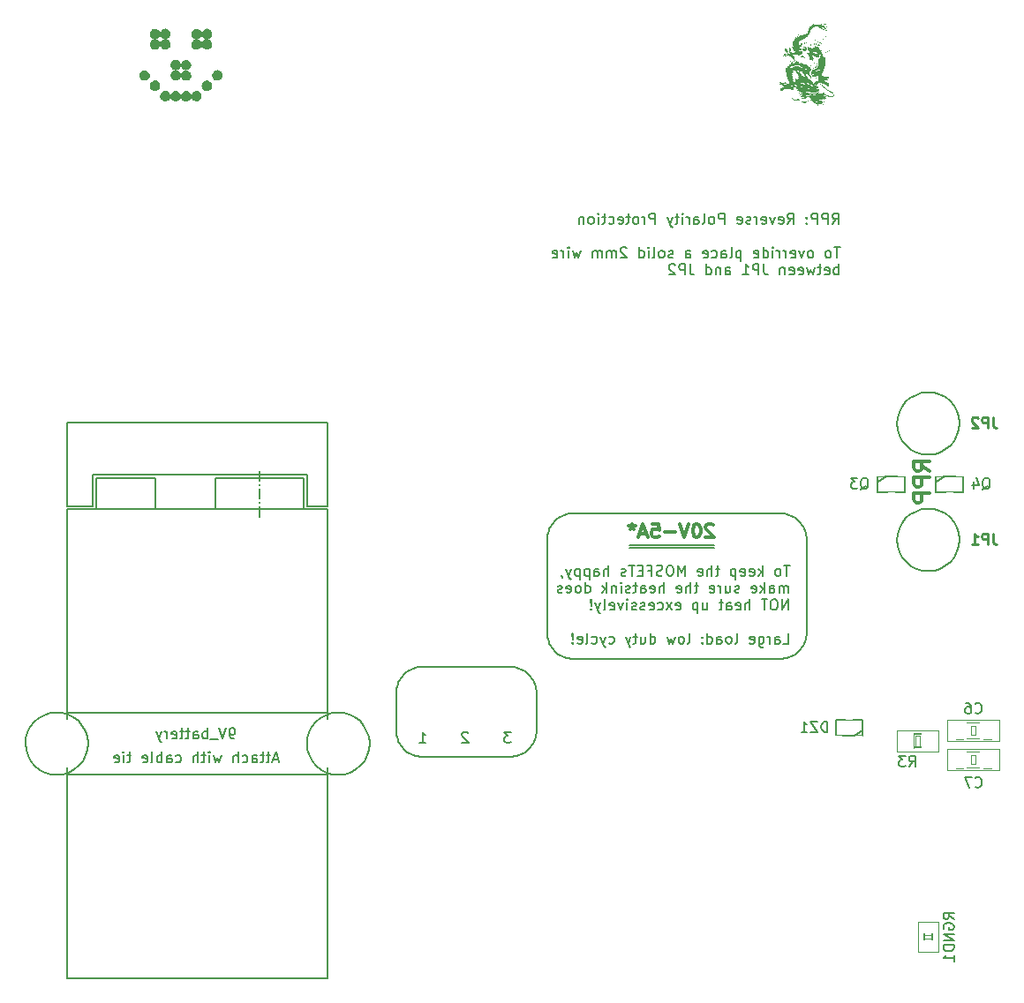
<source format=gbo>
G04 (created by PCBNEW-RS274X (2012-jan-04)-stable) date Wed 13 Jun 2012 07:14:29 PM CEST*
G01*
G70*
G90*
%MOIN*%
G04 Gerber Fmt 3.4, Leading zero omitted, Abs format*
%FSLAX34Y34*%
G04 APERTURE LIST*
%ADD10C,0.006000*%
%ADD11C,0.008000*%
%ADD12C,0.012000*%
%ADD13C,0.000100*%
%ADD14C,0.005000*%
%ADD15C,0.002600*%
%ADD16C,0.002000*%
%ADD17C,0.004000*%
%ADD18C,0.010000*%
%ADD19C,0.196900*%
%ADD20O,0.137800X0.098400*%
%ADD21C,0.059100*%
%ADD22C,0.315000*%
%ADD23C,0.472400*%
%ADD24C,0.098400*%
%ADD25C,0.160000*%
%ADD26R,0.027600X0.039400*%
%ADD27R,0.051100X0.059000*%
%ADD28C,0.393700*%
%ADD29C,0.044000*%
%ADD30C,0.157500*%
%ADD31R,0.043300X0.039300*%
%ADD32O,0.068900X0.118100*%
%ADD33R,0.062900X0.070800*%
G04 APERTURE END LIST*
G54D10*
G54D11*
X59100Y-36800D02*
X59100Y-33300D01*
X67900Y-37800D02*
X60100Y-37800D01*
X68900Y-33300D02*
X68900Y-36800D01*
X60100Y-32300D02*
X67900Y-32300D01*
X68262Y-34262D02*
X68033Y-34262D01*
X68148Y-34662D02*
X68148Y-34262D01*
X67843Y-34662D02*
X67881Y-34643D01*
X67900Y-34624D01*
X67919Y-34586D01*
X67919Y-34471D01*
X67900Y-34433D01*
X67881Y-34414D01*
X67843Y-34395D01*
X67785Y-34395D01*
X67747Y-34414D01*
X67728Y-34433D01*
X67709Y-34471D01*
X67709Y-34586D01*
X67728Y-34624D01*
X67747Y-34643D01*
X67785Y-34662D01*
X67843Y-34662D01*
X67233Y-34662D02*
X67233Y-34262D01*
X67195Y-34510D02*
X67080Y-34662D01*
X67080Y-34395D02*
X67233Y-34548D01*
X66756Y-34643D02*
X66794Y-34662D01*
X66871Y-34662D01*
X66909Y-34643D01*
X66928Y-34605D01*
X66928Y-34452D01*
X66909Y-34414D01*
X66871Y-34395D01*
X66794Y-34395D01*
X66756Y-34414D01*
X66737Y-34452D01*
X66737Y-34490D01*
X66928Y-34529D01*
X66413Y-34643D02*
X66451Y-34662D01*
X66528Y-34662D01*
X66566Y-34643D01*
X66585Y-34605D01*
X66585Y-34452D01*
X66566Y-34414D01*
X66528Y-34395D01*
X66451Y-34395D01*
X66413Y-34414D01*
X66394Y-34452D01*
X66394Y-34490D01*
X66585Y-34529D01*
X66223Y-34395D02*
X66223Y-34795D01*
X66223Y-34414D02*
X66185Y-34395D01*
X66108Y-34395D01*
X66070Y-34414D01*
X66051Y-34433D01*
X66032Y-34471D01*
X66032Y-34586D01*
X66051Y-34624D01*
X66070Y-34643D01*
X66108Y-34662D01*
X66185Y-34662D01*
X66223Y-34643D01*
X65613Y-34395D02*
X65461Y-34395D01*
X65556Y-34262D02*
X65556Y-34605D01*
X65537Y-34643D01*
X65499Y-34662D01*
X65461Y-34662D01*
X65327Y-34662D02*
X65327Y-34262D01*
X65155Y-34662D02*
X65155Y-34452D01*
X65174Y-34414D01*
X65212Y-34395D01*
X65270Y-34395D01*
X65308Y-34414D01*
X65327Y-34433D01*
X64812Y-34643D02*
X64850Y-34662D01*
X64927Y-34662D01*
X64965Y-34643D01*
X64984Y-34605D01*
X64984Y-34452D01*
X64965Y-34414D01*
X64927Y-34395D01*
X64850Y-34395D01*
X64812Y-34414D01*
X64793Y-34452D01*
X64793Y-34490D01*
X64984Y-34529D01*
X64317Y-34662D02*
X64317Y-34262D01*
X64183Y-34548D01*
X64050Y-34262D01*
X64050Y-34662D01*
X63784Y-34262D02*
X63707Y-34262D01*
X63669Y-34281D01*
X63631Y-34319D01*
X63612Y-34395D01*
X63612Y-34529D01*
X63631Y-34605D01*
X63669Y-34643D01*
X63707Y-34662D01*
X63784Y-34662D01*
X63822Y-34643D01*
X63860Y-34605D01*
X63879Y-34529D01*
X63879Y-34395D01*
X63860Y-34319D01*
X63822Y-34281D01*
X63784Y-34262D01*
X63460Y-34643D02*
X63403Y-34662D01*
X63307Y-34662D01*
X63269Y-34643D01*
X63250Y-34624D01*
X63231Y-34586D01*
X63231Y-34548D01*
X63250Y-34510D01*
X63269Y-34490D01*
X63307Y-34471D01*
X63384Y-34452D01*
X63422Y-34433D01*
X63441Y-34414D01*
X63460Y-34376D01*
X63460Y-34338D01*
X63441Y-34300D01*
X63422Y-34281D01*
X63384Y-34262D01*
X63288Y-34262D01*
X63231Y-34281D01*
X62926Y-34452D02*
X63060Y-34452D01*
X63060Y-34662D02*
X63060Y-34262D01*
X62869Y-34262D01*
X62717Y-34452D02*
X62583Y-34452D01*
X62526Y-34662D02*
X62717Y-34662D01*
X62717Y-34262D01*
X62526Y-34262D01*
X62412Y-34262D02*
X62183Y-34262D01*
X62298Y-34662D02*
X62298Y-34262D01*
X62069Y-34643D02*
X62031Y-34662D01*
X61955Y-34662D01*
X61916Y-34643D01*
X61897Y-34605D01*
X61897Y-34586D01*
X61916Y-34548D01*
X61955Y-34529D01*
X62012Y-34529D01*
X62050Y-34510D01*
X62069Y-34471D01*
X62069Y-34452D01*
X62050Y-34414D01*
X62012Y-34395D01*
X61955Y-34395D01*
X61916Y-34414D01*
X61421Y-34662D02*
X61421Y-34262D01*
X61249Y-34662D02*
X61249Y-34452D01*
X61268Y-34414D01*
X61306Y-34395D01*
X61364Y-34395D01*
X61402Y-34414D01*
X61421Y-34433D01*
X60887Y-34662D02*
X60887Y-34452D01*
X60906Y-34414D01*
X60944Y-34395D01*
X61021Y-34395D01*
X61059Y-34414D01*
X60887Y-34643D02*
X60925Y-34662D01*
X61021Y-34662D01*
X61059Y-34643D01*
X61078Y-34605D01*
X61078Y-34567D01*
X61059Y-34529D01*
X61021Y-34510D01*
X60925Y-34510D01*
X60887Y-34490D01*
X60697Y-34395D02*
X60697Y-34795D01*
X60697Y-34414D02*
X60659Y-34395D01*
X60582Y-34395D01*
X60544Y-34414D01*
X60525Y-34433D01*
X60506Y-34471D01*
X60506Y-34586D01*
X60525Y-34624D01*
X60544Y-34643D01*
X60582Y-34662D01*
X60659Y-34662D01*
X60697Y-34643D01*
X60335Y-34395D02*
X60335Y-34795D01*
X60335Y-34414D02*
X60297Y-34395D01*
X60220Y-34395D01*
X60182Y-34414D01*
X60163Y-34433D01*
X60144Y-34471D01*
X60144Y-34586D01*
X60163Y-34624D01*
X60182Y-34643D01*
X60220Y-34662D01*
X60297Y-34662D01*
X60335Y-34643D01*
X60011Y-34395D02*
X59916Y-34662D01*
X59820Y-34395D02*
X59916Y-34662D01*
X59954Y-34757D01*
X59973Y-34776D01*
X60011Y-34795D01*
X59649Y-34643D02*
X59649Y-34662D01*
X59668Y-34700D01*
X59687Y-34719D01*
X68205Y-35302D02*
X68205Y-35035D01*
X68205Y-35073D02*
X68186Y-35054D01*
X68148Y-35035D01*
X68090Y-35035D01*
X68052Y-35054D01*
X68033Y-35092D01*
X68033Y-35302D01*
X68033Y-35092D02*
X68014Y-35054D01*
X67976Y-35035D01*
X67919Y-35035D01*
X67881Y-35054D01*
X67862Y-35092D01*
X67862Y-35302D01*
X67500Y-35302D02*
X67500Y-35092D01*
X67519Y-35054D01*
X67557Y-35035D01*
X67634Y-35035D01*
X67672Y-35054D01*
X67500Y-35283D02*
X67538Y-35302D01*
X67634Y-35302D01*
X67672Y-35283D01*
X67691Y-35245D01*
X67691Y-35207D01*
X67672Y-35169D01*
X67634Y-35150D01*
X67538Y-35150D01*
X67500Y-35130D01*
X67310Y-35302D02*
X67310Y-34902D01*
X67272Y-35150D02*
X67157Y-35302D01*
X67157Y-35035D02*
X67310Y-35188D01*
X66833Y-35283D02*
X66871Y-35302D01*
X66948Y-35302D01*
X66986Y-35283D01*
X67005Y-35245D01*
X67005Y-35092D01*
X66986Y-35054D01*
X66948Y-35035D01*
X66871Y-35035D01*
X66833Y-35054D01*
X66814Y-35092D01*
X66814Y-35130D01*
X67005Y-35169D01*
X66357Y-35283D02*
X66319Y-35302D01*
X66243Y-35302D01*
X66204Y-35283D01*
X66185Y-35245D01*
X66185Y-35226D01*
X66204Y-35188D01*
X66243Y-35169D01*
X66300Y-35169D01*
X66338Y-35150D01*
X66357Y-35111D01*
X66357Y-35092D01*
X66338Y-35054D01*
X66300Y-35035D01*
X66243Y-35035D01*
X66204Y-35054D01*
X65842Y-35035D02*
X65842Y-35302D01*
X66014Y-35035D02*
X66014Y-35245D01*
X65995Y-35283D01*
X65957Y-35302D01*
X65899Y-35302D01*
X65861Y-35283D01*
X65842Y-35264D01*
X65652Y-35302D02*
X65652Y-35035D01*
X65652Y-35111D02*
X65633Y-35073D01*
X65614Y-35054D01*
X65576Y-35035D01*
X65537Y-35035D01*
X65251Y-35283D02*
X65289Y-35302D01*
X65366Y-35302D01*
X65404Y-35283D01*
X65423Y-35245D01*
X65423Y-35092D01*
X65404Y-35054D01*
X65366Y-35035D01*
X65289Y-35035D01*
X65251Y-35054D01*
X65232Y-35092D01*
X65232Y-35130D01*
X65423Y-35169D01*
X64813Y-35035D02*
X64661Y-35035D01*
X64756Y-34902D02*
X64756Y-35245D01*
X64737Y-35283D01*
X64699Y-35302D01*
X64661Y-35302D01*
X64527Y-35302D02*
X64527Y-34902D01*
X64355Y-35302D02*
X64355Y-35092D01*
X64374Y-35054D01*
X64412Y-35035D01*
X64470Y-35035D01*
X64508Y-35054D01*
X64527Y-35073D01*
X64012Y-35283D02*
X64050Y-35302D01*
X64127Y-35302D01*
X64165Y-35283D01*
X64184Y-35245D01*
X64184Y-35092D01*
X64165Y-35054D01*
X64127Y-35035D01*
X64050Y-35035D01*
X64012Y-35054D01*
X63993Y-35092D01*
X63993Y-35130D01*
X64184Y-35169D01*
X63517Y-35302D02*
X63517Y-34902D01*
X63345Y-35302D02*
X63345Y-35092D01*
X63364Y-35054D01*
X63402Y-35035D01*
X63460Y-35035D01*
X63498Y-35054D01*
X63517Y-35073D01*
X63002Y-35283D02*
X63040Y-35302D01*
X63117Y-35302D01*
X63155Y-35283D01*
X63174Y-35245D01*
X63174Y-35092D01*
X63155Y-35054D01*
X63117Y-35035D01*
X63040Y-35035D01*
X63002Y-35054D01*
X62983Y-35092D01*
X62983Y-35130D01*
X63174Y-35169D01*
X62640Y-35302D02*
X62640Y-35092D01*
X62659Y-35054D01*
X62697Y-35035D01*
X62774Y-35035D01*
X62812Y-35054D01*
X62640Y-35283D02*
X62678Y-35302D01*
X62774Y-35302D01*
X62812Y-35283D01*
X62831Y-35245D01*
X62831Y-35207D01*
X62812Y-35169D01*
X62774Y-35150D01*
X62678Y-35150D01*
X62640Y-35130D01*
X62507Y-35035D02*
X62355Y-35035D01*
X62450Y-34902D02*
X62450Y-35245D01*
X62431Y-35283D01*
X62393Y-35302D01*
X62355Y-35302D01*
X62240Y-35283D02*
X62202Y-35302D01*
X62126Y-35302D01*
X62087Y-35283D01*
X62068Y-35245D01*
X62068Y-35226D01*
X62087Y-35188D01*
X62126Y-35169D01*
X62183Y-35169D01*
X62221Y-35150D01*
X62240Y-35111D01*
X62240Y-35092D01*
X62221Y-35054D01*
X62183Y-35035D01*
X62126Y-35035D01*
X62087Y-35054D01*
X61897Y-35302D02*
X61897Y-35035D01*
X61897Y-34902D02*
X61916Y-34921D01*
X61897Y-34940D01*
X61878Y-34921D01*
X61897Y-34902D01*
X61897Y-34940D01*
X61707Y-35035D02*
X61707Y-35302D01*
X61707Y-35073D02*
X61688Y-35054D01*
X61650Y-35035D01*
X61592Y-35035D01*
X61554Y-35054D01*
X61535Y-35092D01*
X61535Y-35302D01*
X61345Y-35302D02*
X61345Y-34902D01*
X61307Y-35150D02*
X61192Y-35302D01*
X61192Y-35035D02*
X61345Y-35188D01*
X60544Y-35302D02*
X60544Y-34902D01*
X60544Y-35283D02*
X60582Y-35302D01*
X60659Y-35302D01*
X60697Y-35283D01*
X60716Y-35264D01*
X60735Y-35226D01*
X60735Y-35111D01*
X60716Y-35073D01*
X60697Y-35054D01*
X60659Y-35035D01*
X60582Y-35035D01*
X60544Y-35054D01*
X60297Y-35302D02*
X60335Y-35283D01*
X60354Y-35264D01*
X60373Y-35226D01*
X60373Y-35111D01*
X60354Y-35073D01*
X60335Y-35054D01*
X60297Y-35035D01*
X60239Y-35035D01*
X60201Y-35054D01*
X60182Y-35073D01*
X60163Y-35111D01*
X60163Y-35226D01*
X60182Y-35264D01*
X60201Y-35283D01*
X60239Y-35302D01*
X60297Y-35302D01*
X59839Y-35283D02*
X59877Y-35302D01*
X59954Y-35302D01*
X59992Y-35283D01*
X60011Y-35245D01*
X60011Y-35092D01*
X59992Y-35054D01*
X59954Y-35035D01*
X59877Y-35035D01*
X59839Y-35054D01*
X59820Y-35092D01*
X59820Y-35130D01*
X60011Y-35169D01*
X59668Y-35283D02*
X59630Y-35302D01*
X59554Y-35302D01*
X59515Y-35283D01*
X59496Y-35245D01*
X59496Y-35226D01*
X59515Y-35188D01*
X59554Y-35169D01*
X59611Y-35169D01*
X59649Y-35150D01*
X59668Y-35111D01*
X59668Y-35092D01*
X59649Y-35054D01*
X59611Y-35035D01*
X59554Y-35035D01*
X59515Y-35054D01*
X68205Y-35942D02*
X68205Y-35542D01*
X67976Y-35942D01*
X67976Y-35542D01*
X67710Y-35542D02*
X67633Y-35542D01*
X67595Y-35561D01*
X67557Y-35599D01*
X67538Y-35675D01*
X67538Y-35809D01*
X67557Y-35885D01*
X67595Y-35923D01*
X67633Y-35942D01*
X67710Y-35942D01*
X67748Y-35923D01*
X67786Y-35885D01*
X67805Y-35809D01*
X67805Y-35675D01*
X67786Y-35599D01*
X67748Y-35561D01*
X67710Y-35542D01*
X67424Y-35542D02*
X67195Y-35542D01*
X67310Y-35942D02*
X67310Y-35542D01*
X66757Y-35942D02*
X66757Y-35542D01*
X66585Y-35942D02*
X66585Y-35732D01*
X66604Y-35694D01*
X66642Y-35675D01*
X66700Y-35675D01*
X66738Y-35694D01*
X66757Y-35713D01*
X66242Y-35923D02*
X66280Y-35942D01*
X66357Y-35942D01*
X66395Y-35923D01*
X66414Y-35885D01*
X66414Y-35732D01*
X66395Y-35694D01*
X66357Y-35675D01*
X66280Y-35675D01*
X66242Y-35694D01*
X66223Y-35732D01*
X66223Y-35770D01*
X66414Y-35809D01*
X65880Y-35942D02*
X65880Y-35732D01*
X65899Y-35694D01*
X65937Y-35675D01*
X66014Y-35675D01*
X66052Y-35694D01*
X65880Y-35923D02*
X65918Y-35942D01*
X66014Y-35942D01*
X66052Y-35923D01*
X66071Y-35885D01*
X66071Y-35847D01*
X66052Y-35809D01*
X66014Y-35790D01*
X65918Y-35790D01*
X65880Y-35770D01*
X65747Y-35675D02*
X65595Y-35675D01*
X65690Y-35542D02*
X65690Y-35885D01*
X65671Y-35923D01*
X65633Y-35942D01*
X65595Y-35942D01*
X64984Y-35675D02*
X64984Y-35942D01*
X65156Y-35675D02*
X65156Y-35885D01*
X65137Y-35923D01*
X65099Y-35942D01*
X65041Y-35942D01*
X65003Y-35923D01*
X64984Y-35904D01*
X64794Y-35675D02*
X64794Y-36075D01*
X64794Y-35694D02*
X64756Y-35675D01*
X64679Y-35675D01*
X64641Y-35694D01*
X64622Y-35713D01*
X64603Y-35751D01*
X64603Y-35866D01*
X64622Y-35904D01*
X64641Y-35923D01*
X64679Y-35942D01*
X64756Y-35942D01*
X64794Y-35923D01*
X63974Y-35923D02*
X64012Y-35942D01*
X64089Y-35942D01*
X64127Y-35923D01*
X64146Y-35885D01*
X64146Y-35732D01*
X64127Y-35694D01*
X64089Y-35675D01*
X64012Y-35675D01*
X63974Y-35694D01*
X63955Y-35732D01*
X63955Y-35770D01*
X64146Y-35809D01*
X63822Y-35942D02*
X63612Y-35675D01*
X63822Y-35675D02*
X63612Y-35942D01*
X63288Y-35923D02*
X63326Y-35942D01*
X63403Y-35942D01*
X63441Y-35923D01*
X63460Y-35904D01*
X63479Y-35866D01*
X63479Y-35751D01*
X63460Y-35713D01*
X63441Y-35694D01*
X63403Y-35675D01*
X63326Y-35675D01*
X63288Y-35694D01*
X62964Y-35923D02*
X63002Y-35942D01*
X63079Y-35942D01*
X63117Y-35923D01*
X63136Y-35885D01*
X63136Y-35732D01*
X63117Y-35694D01*
X63079Y-35675D01*
X63002Y-35675D01*
X62964Y-35694D01*
X62945Y-35732D01*
X62945Y-35770D01*
X63136Y-35809D01*
X62793Y-35923D02*
X62755Y-35942D01*
X62679Y-35942D01*
X62640Y-35923D01*
X62621Y-35885D01*
X62621Y-35866D01*
X62640Y-35828D01*
X62679Y-35809D01*
X62736Y-35809D01*
X62774Y-35790D01*
X62793Y-35751D01*
X62793Y-35732D01*
X62774Y-35694D01*
X62736Y-35675D01*
X62679Y-35675D01*
X62640Y-35694D01*
X62469Y-35923D02*
X62431Y-35942D01*
X62355Y-35942D01*
X62316Y-35923D01*
X62297Y-35885D01*
X62297Y-35866D01*
X62316Y-35828D01*
X62355Y-35809D01*
X62412Y-35809D01*
X62450Y-35790D01*
X62469Y-35751D01*
X62469Y-35732D01*
X62450Y-35694D01*
X62412Y-35675D01*
X62355Y-35675D01*
X62316Y-35694D01*
X62126Y-35942D02*
X62126Y-35675D01*
X62126Y-35542D02*
X62145Y-35561D01*
X62126Y-35580D01*
X62107Y-35561D01*
X62126Y-35542D01*
X62126Y-35580D01*
X61974Y-35675D02*
X61879Y-35942D01*
X61783Y-35675D01*
X61478Y-35923D02*
X61516Y-35942D01*
X61593Y-35942D01*
X61631Y-35923D01*
X61650Y-35885D01*
X61650Y-35732D01*
X61631Y-35694D01*
X61593Y-35675D01*
X61516Y-35675D01*
X61478Y-35694D01*
X61459Y-35732D01*
X61459Y-35770D01*
X61650Y-35809D01*
X61231Y-35942D02*
X61269Y-35923D01*
X61288Y-35885D01*
X61288Y-35542D01*
X61116Y-35675D02*
X61021Y-35942D01*
X60925Y-35675D02*
X61021Y-35942D01*
X61059Y-36037D01*
X61078Y-36056D01*
X61116Y-36075D01*
X60773Y-35904D02*
X60754Y-35923D01*
X60773Y-35942D01*
X60792Y-35923D01*
X60773Y-35904D01*
X60773Y-35942D01*
X60773Y-35790D02*
X60792Y-35561D01*
X60773Y-35542D01*
X60754Y-35561D01*
X60773Y-35790D01*
X60773Y-35542D01*
X68014Y-37222D02*
X68205Y-37222D01*
X68205Y-36822D01*
X67709Y-37222D02*
X67709Y-37012D01*
X67728Y-36974D01*
X67766Y-36955D01*
X67843Y-36955D01*
X67881Y-36974D01*
X67709Y-37203D02*
X67747Y-37222D01*
X67843Y-37222D01*
X67881Y-37203D01*
X67900Y-37165D01*
X67900Y-37127D01*
X67881Y-37089D01*
X67843Y-37070D01*
X67747Y-37070D01*
X67709Y-37050D01*
X67519Y-37222D02*
X67519Y-36955D01*
X67519Y-37031D02*
X67500Y-36993D01*
X67481Y-36974D01*
X67443Y-36955D01*
X67404Y-36955D01*
X67099Y-36955D02*
X67099Y-37279D01*
X67118Y-37317D01*
X67137Y-37336D01*
X67176Y-37355D01*
X67233Y-37355D01*
X67271Y-37336D01*
X67099Y-37203D02*
X67137Y-37222D01*
X67214Y-37222D01*
X67252Y-37203D01*
X67271Y-37184D01*
X67290Y-37146D01*
X67290Y-37031D01*
X67271Y-36993D01*
X67252Y-36974D01*
X67214Y-36955D01*
X67137Y-36955D01*
X67099Y-36974D01*
X66756Y-37203D02*
X66794Y-37222D01*
X66871Y-37222D01*
X66909Y-37203D01*
X66928Y-37165D01*
X66928Y-37012D01*
X66909Y-36974D01*
X66871Y-36955D01*
X66794Y-36955D01*
X66756Y-36974D01*
X66737Y-37012D01*
X66737Y-37050D01*
X66928Y-37089D01*
X66204Y-37222D02*
X66242Y-37203D01*
X66261Y-37165D01*
X66261Y-36822D01*
X65994Y-37222D02*
X66032Y-37203D01*
X66051Y-37184D01*
X66070Y-37146D01*
X66070Y-37031D01*
X66051Y-36993D01*
X66032Y-36974D01*
X65994Y-36955D01*
X65936Y-36955D01*
X65898Y-36974D01*
X65879Y-36993D01*
X65860Y-37031D01*
X65860Y-37146D01*
X65879Y-37184D01*
X65898Y-37203D01*
X65936Y-37222D01*
X65994Y-37222D01*
X65517Y-37222D02*
X65517Y-37012D01*
X65536Y-36974D01*
X65574Y-36955D01*
X65651Y-36955D01*
X65689Y-36974D01*
X65517Y-37203D02*
X65555Y-37222D01*
X65651Y-37222D01*
X65689Y-37203D01*
X65708Y-37165D01*
X65708Y-37127D01*
X65689Y-37089D01*
X65651Y-37070D01*
X65555Y-37070D01*
X65517Y-37050D01*
X65155Y-37222D02*
X65155Y-36822D01*
X65155Y-37203D02*
X65193Y-37222D01*
X65270Y-37222D01*
X65308Y-37203D01*
X65327Y-37184D01*
X65346Y-37146D01*
X65346Y-37031D01*
X65327Y-36993D01*
X65308Y-36974D01*
X65270Y-36955D01*
X65193Y-36955D01*
X65155Y-36974D01*
X64965Y-37184D02*
X64946Y-37203D01*
X64965Y-37222D01*
X64984Y-37203D01*
X64965Y-37184D01*
X64965Y-37222D01*
X64965Y-36974D02*
X64946Y-36993D01*
X64965Y-37012D01*
X64984Y-36993D01*
X64965Y-36974D01*
X64965Y-37012D01*
X64413Y-37222D02*
X64451Y-37203D01*
X64470Y-37165D01*
X64470Y-36822D01*
X64203Y-37222D02*
X64241Y-37203D01*
X64260Y-37184D01*
X64279Y-37146D01*
X64279Y-37031D01*
X64260Y-36993D01*
X64241Y-36974D01*
X64203Y-36955D01*
X64145Y-36955D01*
X64107Y-36974D01*
X64088Y-36993D01*
X64069Y-37031D01*
X64069Y-37146D01*
X64088Y-37184D01*
X64107Y-37203D01*
X64145Y-37222D01*
X64203Y-37222D01*
X63936Y-36955D02*
X63860Y-37222D01*
X63783Y-37031D01*
X63707Y-37222D01*
X63631Y-36955D01*
X63002Y-37222D02*
X63002Y-36822D01*
X63002Y-37203D02*
X63040Y-37222D01*
X63117Y-37222D01*
X63155Y-37203D01*
X63174Y-37184D01*
X63193Y-37146D01*
X63193Y-37031D01*
X63174Y-36993D01*
X63155Y-36974D01*
X63117Y-36955D01*
X63040Y-36955D01*
X63002Y-36974D01*
X62640Y-36955D02*
X62640Y-37222D01*
X62812Y-36955D02*
X62812Y-37165D01*
X62793Y-37203D01*
X62755Y-37222D01*
X62697Y-37222D01*
X62659Y-37203D01*
X62640Y-37184D01*
X62507Y-36955D02*
X62355Y-36955D01*
X62450Y-36822D02*
X62450Y-37165D01*
X62431Y-37203D01*
X62393Y-37222D01*
X62355Y-37222D01*
X62259Y-36955D02*
X62164Y-37222D01*
X62068Y-36955D02*
X62164Y-37222D01*
X62202Y-37317D01*
X62221Y-37336D01*
X62259Y-37355D01*
X61439Y-37203D02*
X61477Y-37222D01*
X61554Y-37222D01*
X61592Y-37203D01*
X61611Y-37184D01*
X61630Y-37146D01*
X61630Y-37031D01*
X61611Y-36993D01*
X61592Y-36974D01*
X61554Y-36955D01*
X61477Y-36955D01*
X61439Y-36974D01*
X61306Y-36955D02*
X61211Y-37222D01*
X61115Y-36955D02*
X61211Y-37222D01*
X61249Y-37317D01*
X61268Y-37336D01*
X61306Y-37355D01*
X60791Y-37203D02*
X60829Y-37222D01*
X60906Y-37222D01*
X60944Y-37203D01*
X60963Y-37184D01*
X60982Y-37146D01*
X60982Y-37031D01*
X60963Y-36993D01*
X60944Y-36974D01*
X60906Y-36955D01*
X60829Y-36955D01*
X60791Y-36974D01*
X60563Y-37222D02*
X60601Y-37203D01*
X60620Y-37165D01*
X60620Y-36822D01*
X60257Y-37203D02*
X60295Y-37222D01*
X60372Y-37222D01*
X60410Y-37203D01*
X60429Y-37165D01*
X60429Y-37012D01*
X60410Y-36974D01*
X60372Y-36955D01*
X60295Y-36955D01*
X60257Y-36974D01*
X60238Y-37012D01*
X60238Y-37050D01*
X60429Y-37089D01*
X60067Y-37184D02*
X60048Y-37203D01*
X60067Y-37222D01*
X60086Y-37203D01*
X60067Y-37184D01*
X60067Y-37222D01*
X60067Y-37070D02*
X60086Y-36841D01*
X60067Y-36822D01*
X60048Y-36841D01*
X60067Y-37070D01*
X60067Y-36822D01*
X62200Y-33600D02*
X65400Y-33600D01*
X65400Y-33500D02*
X62200Y-33500D01*
X68900Y-33300D02*
X68896Y-33213D01*
X68884Y-33127D01*
X68865Y-33042D01*
X68839Y-32958D01*
X68806Y-32878D01*
X68766Y-32801D01*
X68719Y-32727D01*
X68666Y-32658D01*
X68607Y-32593D01*
X68542Y-32534D01*
X68473Y-32481D01*
X68400Y-32434D01*
X68322Y-32394D01*
X68242Y-32361D01*
X68158Y-32335D01*
X68073Y-32316D01*
X67987Y-32304D01*
X67900Y-32300D01*
X67900Y-37800D02*
X67987Y-37796D01*
X68073Y-37784D01*
X68158Y-37765D01*
X68242Y-37739D01*
X68322Y-37706D01*
X68400Y-37666D01*
X68473Y-37619D01*
X68542Y-37566D01*
X68607Y-37507D01*
X68666Y-37442D01*
X68719Y-37373D01*
X68766Y-37299D01*
X68806Y-37222D01*
X68839Y-37142D01*
X68865Y-37058D01*
X68884Y-36973D01*
X68896Y-36887D01*
X68900Y-36800D01*
X60100Y-32300D02*
X60013Y-32304D01*
X59927Y-32316D01*
X59842Y-32335D01*
X59758Y-32361D01*
X59678Y-32394D01*
X59601Y-32434D01*
X59527Y-32481D01*
X59458Y-32534D01*
X59393Y-32593D01*
X59334Y-32658D01*
X59281Y-32727D01*
X59234Y-32801D01*
X59194Y-32878D01*
X59161Y-32958D01*
X59135Y-33042D01*
X59116Y-33127D01*
X59104Y-33213D01*
X59100Y-33300D01*
X59100Y-36800D02*
X59104Y-36887D01*
X59116Y-36973D01*
X59135Y-37058D01*
X59161Y-37142D01*
X59194Y-37222D01*
X59234Y-37299D01*
X59281Y-37373D01*
X59334Y-37442D01*
X59393Y-37507D01*
X59458Y-37566D01*
X59527Y-37619D01*
X59601Y-37666D01*
X59678Y-37706D01*
X59758Y-37739D01*
X59842Y-37765D01*
X59927Y-37784D01*
X60013Y-37796D01*
X60100Y-37800D01*
G54D12*
X65385Y-32744D02*
X65361Y-32720D01*
X65312Y-32695D01*
X65190Y-32695D01*
X65142Y-32720D01*
X65117Y-32744D01*
X65093Y-32793D01*
X65093Y-32842D01*
X65117Y-32915D01*
X65410Y-33207D01*
X65093Y-33207D01*
X64776Y-32695D02*
X64727Y-32695D01*
X64678Y-32720D01*
X64654Y-32744D01*
X64629Y-32793D01*
X64605Y-32890D01*
X64605Y-33012D01*
X64629Y-33110D01*
X64654Y-33158D01*
X64678Y-33183D01*
X64727Y-33207D01*
X64776Y-33207D01*
X64824Y-33183D01*
X64849Y-33158D01*
X64873Y-33110D01*
X64897Y-33012D01*
X64897Y-32890D01*
X64873Y-32793D01*
X64849Y-32744D01*
X64824Y-32720D01*
X64776Y-32695D01*
X64458Y-32695D02*
X64288Y-33207D01*
X64117Y-32695D01*
X63946Y-33012D02*
X63556Y-33012D01*
X63068Y-32695D02*
X63312Y-32695D01*
X63336Y-32939D01*
X63312Y-32915D01*
X63263Y-32890D01*
X63141Y-32890D01*
X63093Y-32915D01*
X63068Y-32939D01*
X63044Y-32988D01*
X63044Y-33110D01*
X63068Y-33158D01*
X63093Y-33183D01*
X63141Y-33207D01*
X63263Y-33207D01*
X63312Y-33183D01*
X63336Y-33158D01*
X62848Y-33061D02*
X62605Y-33061D01*
X62897Y-33207D02*
X62727Y-32695D01*
X62556Y-33207D01*
X62312Y-32695D02*
X62312Y-32817D01*
X62434Y-32768D02*
X62312Y-32817D01*
X62190Y-32768D01*
X62385Y-32915D02*
X62312Y-32817D01*
X62239Y-32915D01*
G54D11*
X54400Y-41500D02*
X57700Y-41500D01*
X53400Y-39100D02*
X53400Y-40500D01*
X57700Y-38100D02*
X54400Y-38100D01*
X58700Y-40500D02*
X58700Y-39100D01*
X53400Y-40500D02*
X53404Y-40587D01*
X53416Y-40673D01*
X53435Y-40758D01*
X53461Y-40842D01*
X53494Y-40922D01*
X53534Y-40999D01*
X53581Y-41073D01*
X53634Y-41142D01*
X53693Y-41207D01*
X53758Y-41266D01*
X53827Y-41319D01*
X53901Y-41366D01*
X53978Y-41406D01*
X54058Y-41439D01*
X54142Y-41465D01*
X54227Y-41484D01*
X54313Y-41496D01*
X54400Y-41500D01*
X54400Y-38100D02*
X54313Y-38104D01*
X54227Y-38116D01*
X54142Y-38135D01*
X54058Y-38161D01*
X53978Y-38194D01*
X53901Y-38234D01*
X53827Y-38281D01*
X53758Y-38334D01*
X53693Y-38393D01*
X53634Y-38458D01*
X53581Y-38527D01*
X53534Y-38601D01*
X53494Y-38678D01*
X53461Y-38758D01*
X53435Y-38842D01*
X53416Y-38927D01*
X53404Y-39013D01*
X53400Y-39100D01*
X57700Y-41500D02*
X57787Y-41496D01*
X57873Y-41484D01*
X57958Y-41465D01*
X58042Y-41439D01*
X58122Y-41406D01*
X58200Y-41366D01*
X58273Y-41319D01*
X58342Y-41266D01*
X58407Y-41207D01*
X58466Y-41142D01*
X58519Y-41073D01*
X58566Y-40999D01*
X58606Y-40922D01*
X58639Y-40842D01*
X58665Y-40758D01*
X58684Y-40673D01*
X58696Y-40587D01*
X58700Y-40500D01*
X58700Y-39100D02*
X58696Y-39013D01*
X58684Y-38927D01*
X58665Y-38842D01*
X58639Y-38758D01*
X58606Y-38678D01*
X58566Y-38601D01*
X58519Y-38527D01*
X58466Y-38458D01*
X58407Y-38393D01*
X58342Y-38334D01*
X58273Y-38281D01*
X58200Y-38234D01*
X58122Y-38194D01*
X58042Y-38161D01*
X57958Y-38135D01*
X57873Y-38116D01*
X57787Y-38104D01*
X57700Y-38100D01*
X57733Y-40562D02*
X57485Y-40562D01*
X57619Y-40714D01*
X57561Y-40714D01*
X57523Y-40733D01*
X57504Y-40752D01*
X57485Y-40790D01*
X57485Y-40886D01*
X57504Y-40924D01*
X57523Y-40943D01*
X57561Y-40962D01*
X57676Y-40962D01*
X57714Y-40943D01*
X57733Y-40924D01*
X56114Y-40600D02*
X56095Y-40581D01*
X56057Y-40562D01*
X55961Y-40562D01*
X55923Y-40581D01*
X55904Y-40600D01*
X55885Y-40638D01*
X55885Y-40676D01*
X55904Y-40733D01*
X56133Y-40962D01*
X55885Y-40962D01*
X54285Y-40962D02*
X54514Y-40962D01*
X54400Y-40962D02*
X54400Y-40562D01*
X54438Y-40619D01*
X54476Y-40657D01*
X54514Y-40676D01*
X69876Y-21362D02*
X70010Y-21171D01*
X70105Y-21362D02*
X70105Y-20962D01*
X69952Y-20962D01*
X69914Y-20981D01*
X69895Y-21000D01*
X69876Y-21038D01*
X69876Y-21095D01*
X69895Y-21133D01*
X69914Y-21152D01*
X69952Y-21171D01*
X70105Y-21171D01*
X69705Y-21362D02*
X69705Y-20962D01*
X69552Y-20962D01*
X69514Y-20981D01*
X69495Y-21000D01*
X69476Y-21038D01*
X69476Y-21095D01*
X69495Y-21133D01*
X69514Y-21152D01*
X69552Y-21171D01*
X69705Y-21171D01*
X69305Y-21362D02*
X69305Y-20962D01*
X69152Y-20962D01*
X69114Y-20981D01*
X69095Y-21000D01*
X69076Y-21038D01*
X69076Y-21095D01*
X69095Y-21133D01*
X69114Y-21152D01*
X69152Y-21171D01*
X69305Y-21171D01*
X68905Y-21324D02*
X68886Y-21343D01*
X68905Y-21362D01*
X68924Y-21343D01*
X68905Y-21324D01*
X68905Y-21362D01*
X68905Y-21114D02*
X68886Y-21133D01*
X68905Y-21152D01*
X68924Y-21133D01*
X68905Y-21114D01*
X68905Y-21152D01*
X68181Y-21362D02*
X68315Y-21171D01*
X68410Y-21362D02*
X68410Y-20962D01*
X68257Y-20962D01*
X68219Y-20981D01*
X68200Y-21000D01*
X68181Y-21038D01*
X68181Y-21095D01*
X68200Y-21133D01*
X68219Y-21152D01*
X68257Y-21171D01*
X68410Y-21171D01*
X67857Y-21343D02*
X67895Y-21362D01*
X67972Y-21362D01*
X68010Y-21343D01*
X68029Y-21305D01*
X68029Y-21152D01*
X68010Y-21114D01*
X67972Y-21095D01*
X67895Y-21095D01*
X67857Y-21114D01*
X67838Y-21152D01*
X67838Y-21190D01*
X68029Y-21229D01*
X67705Y-21095D02*
X67610Y-21362D01*
X67514Y-21095D01*
X67209Y-21343D02*
X67247Y-21362D01*
X67324Y-21362D01*
X67362Y-21343D01*
X67381Y-21305D01*
X67381Y-21152D01*
X67362Y-21114D01*
X67324Y-21095D01*
X67247Y-21095D01*
X67209Y-21114D01*
X67190Y-21152D01*
X67190Y-21190D01*
X67381Y-21229D01*
X67019Y-21362D02*
X67019Y-21095D01*
X67019Y-21171D02*
X67000Y-21133D01*
X66981Y-21114D01*
X66943Y-21095D01*
X66904Y-21095D01*
X66790Y-21343D02*
X66752Y-21362D01*
X66676Y-21362D01*
X66637Y-21343D01*
X66618Y-21305D01*
X66618Y-21286D01*
X66637Y-21248D01*
X66676Y-21229D01*
X66733Y-21229D01*
X66771Y-21210D01*
X66790Y-21171D01*
X66790Y-21152D01*
X66771Y-21114D01*
X66733Y-21095D01*
X66676Y-21095D01*
X66637Y-21114D01*
X66294Y-21343D02*
X66332Y-21362D01*
X66409Y-21362D01*
X66447Y-21343D01*
X66466Y-21305D01*
X66466Y-21152D01*
X66447Y-21114D01*
X66409Y-21095D01*
X66332Y-21095D01*
X66294Y-21114D01*
X66275Y-21152D01*
X66275Y-21190D01*
X66466Y-21229D01*
X65799Y-21362D02*
X65799Y-20962D01*
X65646Y-20962D01*
X65608Y-20981D01*
X65589Y-21000D01*
X65570Y-21038D01*
X65570Y-21095D01*
X65589Y-21133D01*
X65608Y-21152D01*
X65646Y-21171D01*
X65799Y-21171D01*
X65342Y-21362D02*
X65380Y-21343D01*
X65399Y-21324D01*
X65418Y-21286D01*
X65418Y-21171D01*
X65399Y-21133D01*
X65380Y-21114D01*
X65342Y-21095D01*
X65284Y-21095D01*
X65246Y-21114D01*
X65227Y-21133D01*
X65208Y-21171D01*
X65208Y-21286D01*
X65227Y-21324D01*
X65246Y-21343D01*
X65284Y-21362D01*
X65342Y-21362D01*
X64980Y-21362D02*
X65018Y-21343D01*
X65037Y-21305D01*
X65037Y-20962D01*
X64655Y-21362D02*
X64655Y-21152D01*
X64674Y-21114D01*
X64712Y-21095D01*
X64789Y-21095D01*
X64827Y-21114D01*
X64655Y-21343D02*
X64693Y-21362D01*
X64789Y-21362D01*
X64827Y-21343D01*
X64846Y-21305D01*
X64846Y-21267D01*
X64827Y-21229D01*
X64789Y-21210D01*
X64693Y-21210D01*
X64655Y-21190D01*
X64465Y-21362D02*
X64465Y-21095D01*
X64465Y-21171D02*
X64446Y-21133D01*
X64427Y-21114D01*
X64389Y-21095D01*
X64350Y-21095D01*
X64217Y-21362D02*
X64217Y-21095D01*
X64217Y-20962D02*
X64236Y-20981D01*
X64217Y-21000D01*
X64198Y-20981D01*
X64217Y-20962D01*
X64217Y-21000D01*
X64084Y-21095D02*
X63932Y-21095D01*
X64027Y-20962D02*
X64027Y-21305D01*
X64008Y-21343D01*
X63970Y-21362D01*
X63932Y-21362D01*
X63836Y-21095D02*
X63741Y-21362D01*
X63645Y-21095D02*
X63741Y-21362D01*
X63779Y-21457D01*
X63798Y-21476D01*
X63836Y-21495D01*
X63188Y-21362D02*
X63188Y-20962D01*
X63035Y-20962D01*
X62997Y-20981D01*
X62978Y-21000D01*
X62959Y-21038D01*
X62959Y-21095D01*
X62978Y-21133D01*
X62997Y-21152D01*
X63035Y-21171D01*
X63188Y-21171D01*
X62788Y-21362D02*
X62788Y-21095D01*
X62788Y-21171D02*
X62769Y-21133D01*
X62750Y-21114D01*
X62712Y-21095D01*
X62673Y-21095D01*
X62483Y-21362D02*
X62521Y-21343D01*
X62540Y-21324D01*
X62559Y-21286D01*
X62559Y-21171D01*
X62540Y-21133D01*
X62521Y-21114D01*
X62483Y-21095D01*
X62425Y-21095D01*
X62387Y-21114D01*
X62368Y-21133D01*
X62349Y-21171D01*
X62349Y-21286D01*
X62368Y-21324D01*
X62387Y-21343D01*
X62425Y-21362D01*
X62483Y-21362D01*
X62235Y-21095D02*
X62083Y-21095D01*
X62178Y-20962D02*
X62178Y-21305D01*
X62159Y-21343D01*
X62121Y-21362D01*
X62083Y-21362D01*
X61796Y-21343D02*
X61834Y-21362D01*
X61911Y-21362D01*
X61949Y-21343D01*
X61968Y-21305D01*
X61968Y-21152D01*
X61949Y-21114D01*
X61911Y-21095D01*
X61834Y-21095D01*
X61796Y-21114D01*
X61777Y-21152D01*
X61777Y-21190D01*
X61968Y-21229D01*
X61434Y-21343D02*
X61472Y-21362D01*
X61549Y-21362D01*
X61587Y-21343D01*
X61606Y-21324D01*
X61625Y-21286D01*
X61625Y-21171D01*
X61606Y-21133D01*
X61587Y-21114D01*
X61549Y-21095D01*
X61472Y-21095D01*
X61434Y-21114D01*
X61320Y-21095D02*
X61168Y-21095D01*
X61263Y-20962D02*
X61263Y-21305D01*
X61244Y-21343D01*
X61206Y-21362D01*
X61168Y-21362D01*
X61034Y-21362D02*
X61034Y-21095D01*
X61034Y-20962D02*
X61053Y-20981D01*
X61034Y-21000D01*
X61015Y-20981D01*
X61034Y-20962D01*
X61034Y-21000D01*
X60787Y-21362D02*
X60825Y-21343D01*
X60844Y-21324D01*
X60863Y-21286D01*
X60863Y-21171D01*
X60844Y-21133D01*
X60825Y-21114D01*
X60787Y-21095D01*
X60729Y-21095D01*
X60691Y-21114D01*
X60672Y-21133D01*
X60653Y-21171D01*
X60653Y-21286D01*
X60672Y-21324D01*
X60691Y-21343D01*
X60729Y-21362D01*
X60787Y-21362D01*
X60482Y-21095D02*
X60482Y-21362D01*
X60482Y-21133D02*
X60463Y-21114D01*
X60425Y-21095D01*
X60367Y-21095D01*
X60329Y-21114D01*
X60310Y-21152D01*
X60310Y-21362D01*
X70162Y-22242D02*
X69933Y-22242D01*
X70048Y-22642D02*
X70048Y-22242D01*
X69743Y-22642D02*
X69781Y-22623D01*
X69800Y-22604D01*
X69819Y-22566D01*
X69819Y-22451D01*
X69800Y-22413D01*
X69781Y-22394D01*
X69743Y-22375D01*
X69685Y-22375D01*
X69647Y-22394D01*
X69628Y-22413D01*
X69609Y-22451D01*
X69609Y-22566D01*
X69628Y-22604D01*
X69647Y-22623D01*
X69685Y-22642D01*
X69743Y-22642D01*
X69076Y-22642D02*
X69114Y-22623D01*
X69133Y-22604D01*
X69152Y-22566D01*
X69152Y-22451D01*
X69133Y-22413D01*
X69114Y-22394D01*
X69076Y-22375D01*
X69018Y-22375D01*
X68980Y-22394D01*
X68961Y-22413D01*
X68942Y-22451D01*
X68942Y-22566D01*
X68961Y-22604D01*
X68980Y-22623D01*
X69018Y-22642D01*
X69076Y-22642D01*
X68809Y-22375D02*
X68714Y-22642D01*
X68618Y-22375D01*
X68313Y-22623D02*
X68351Y-22642D01*
X68428Y-22642D01*
X68466Y-22623D01*
X68485Y-22585D01*
X68485Y-22432D01*
X68466Y-22394D01*
X68428Y-22375D01*
X68351Y-22375D01*
X68313Y-22394D01*
X68294Y-22432D01*
X68294Y-22470D01*
X68485Y-22509D01*
X68123Y-22642D02*
X68123Y-22375D01*
X68123Y-22451D02*
X68104Y-22413D01*
X68085Y-22394D01*
X68047Y-22375D01*
X68008Y-22375D01*
X67875Y-22642D02*
X67875Y-22375D01*
X67875Y-22451D02*
X67856Y-22413D01*
X67837Y-22394D01*
X67799Y-22375D01*
X67760Y-22375D01*
X67627Y-22642D02*
X67627Y-22375D01*
X67627Y-22242D02*
X67646Y-22261D01*
X67627Y-22280D01*
X67608Y-22261D01*
X67627Y-22242D01*
X67627Y-22280D01*
X67265Y-22642D02*
X67265Y-22242D01*
X67265Y-22623D02*
X67303Y-22642D01*
X67380Y-22642D01*
X67418Y-22623D01*
X67437Y-22604D01*
X67456Y-22566D01*
X67456Y-22451D01*
X67437Y-22413D01*
X67418Y-22394D01*
X67380Y-22375D01*
X67303Y-22375D01*
X67265Y-22394D01*
X66922Y-22623D02*
X66960Y-22642D01*
X67037Y-22642D01*
X67075Y-22623D01*
X67094Y-22585D01*
X67094Y-22432D01*
X67075Y-22394D01*
X67037Y-22375D01*
X66960Y-22375D01*
X66922Y-22394D01*
X66903Y-22432D01*
X66903Y-22470D01*
X67094Y-22509D01*
X66427Y-22375D02*
X66427Y-22775D01*
X66427Y-22394D02*
X66389Y-22375D01*
X66312Y-22375D01*
X66274Y-22394D01*
X66255Y-22413D01*
X66236Y-22451D01*
X66236Y-22566D01*
X66255Y-22604D01*
X66274Y-22623D01*
X66312Y-22642D01*
X66389Y-22642D01*
X66427Y-22623D01*
X66008Y-22642D02*
X66046Y-22623D01*
X66065Y-22585D01*
X66065Y-22242D01*
X65683Y-22642D02*
X65683Y-22432D01*
X65702Y-22394D01*
X65740Y-22375D01*
X65817Y-22375D01*
X65855Y-22394D01*
X65683Y-22623D02*
X65721Y-22642D01*
X65817Y-22642D01*
X65855Y-22623D01*
X65874Y-22585D01*
X65874Y-22547D01*
X65855Y-22509D01*
X65817Y-22490D01*
X65721Y-22490D01*
X65683Y-22470D01*
X65321Y-22623D02*
X65359Y-22642D01*
X65436Y-22642D01*
X65474Y-22623D01*
X65493Y-22604D01*
X65512Y-22566D01*
X65512Y-22451D01*
X65493Y-22413D01*
X65474Y-22394D01*
X65436Y-22375D01*
X65359Y-22375D01*
X65321Y-22394D01*
X64997Y-22623D02*
X65035Y-22642D01*
X65112Y-22642D01*
X65150Y-22623D01*
X65169Y-22585D01*
X65169Y-22432D01*
X65150Y-22394D01*
X65112Y-22375D01*
X65035Y-22375D01*
X64997Y-22394D01*
X64978Y-22432D01*
X64978Y-22470D01*
X65169Y-22509D01*
X64330Y-22642D02*
X64330Y-22432D01*
X64349Y-22394D01*
X64387Y-22375D01*
X64464Y-22375D01*
X64502Y-22394D01*
X64330Y-22623D02*
X64368Y-22642D01*
X64464Y-22642D01*
X64502Y-22623D01*
X64521Y-22585D01*
X64521Y-22547D01*
X64502Y-22509D01*
X64464Y-22490D01*
X64368Y-22490D01*
X64330Y-22470D01*
X63854Y-22623D02*
X63816Y-22642D01*
X63740Y-22642D01*
X63701Y-22623D01*
X63682Y-22585D01*
X63682Y-22566D01*
X63701Y-22528D01*
X63740Y-22509D01*
X63797Y-22509D01*
X63835Y-22490D01*
X63854Y-22451D01*
X63854Y-22432D01*
X63835Y-22394D01*
X63797Y-22375D01*
X63740Y-22375D01*
X63701Y-22394D01*
X63454Y-22642D02*
X63492Y-22623D01*
X63511Y-22604D01*
X63530Y-22566D01*
X63530Y-22451D01*
X63511Y-22413D01*
X63492Y-22394D01*
X63454Y-22375D01*
X63396Y-22375D01*
X63358Y-22394D01*
X63339Y-22413D01*
X63320Y-22451D01*
X63320Y-22566D01*
X63339Y-22604D01*
X63358Y-22623D01*
X63396Y-22642D01*
X63454Y-22642D01*
X63092Y-22642D02*
X63130Y-22623D01*
X63149Y-22585D01*
X63149Y-22242D01*
X62939Y-22642D02*
X62939Y-22375D01*
X62939Y-22242D02*
X62958Y-22261D01*
X62939Y-22280D01*
X62920Y-22261D01*
X62939Y-22242D01*
X62939Y-22280D01*
X62577Y-22642D02*
X62577Y-22242D01*
X62577Y-22623D02*
X62615Y-22642D01*
X62692Y-22642D01*
X62730Y-22623D01*
X62749Y-22604D01*
X62768Y-22566D01*
X62768Y-22451D01*
X62749Y-22413D01*
X62730Y-22394D01*
X62692Y-22375D01*
X62615Y-22375D01*
X62577Y-22394D01*
X62101Y-22280D02*
X62082Y-22261D01*
X62044Y-22242D01*
X61948Y-22242D01*
X61910Y-22261D01*
X61891Y-22280D01*
X61872Y-22318D01*
X61872Y-22356D01*
X61891Y-22413D01*
X62120Y-22642D01*
X61872Y-22642D01*
X61701Y-22642D02*
X61701Y-22375D01*
X61701Y-22413D02*
X61682Y-22394D01*
X61644Y-22375D01*
X61586Y-22375D01*
X61548Y-22394D01*
X61529Y-22432D01*
X61529Y-22642D01*
X61529Y-22432D02*
X61510Y-22394D01*
X61472Y-22375D01*
X61415Y-22375D01*
X61377Y-22394D01*
X61358Y-22432D01*
X61358Y-22642D01*
X61168Y-22642D02*
X61168Y-22375D01*
X61168Y-22413D02*
X61149Y-22394D01*
X61111Y-22375D01*
X61053Y-22375D01*
X61015Y-22394D01*
X60996Y-22432D01*
X60996Y-22642D01*
X60996Y-22432D02*
X60977Y-22394D01*
X60939Y-22375D01*
X60882Y-22375D01*
X60844Y-22394D01*
X60825Y-22432D01*
X60825Y-22642D01*
X60368Y-22375D02*
X60292Y-22642D01*
X60215Y-22451D01*
X60139Y-22642D01*
X60063Y-22375D01*
X59911Y-22642D02*
X59911Y-22375D01*
X59911Y-22242D02*
X59930Y-22261D01*
X59911Y-22280D01*
X59892Y-22261D01*
X59911Y-22242D01*
X59911Y-22280D01*
X59721Y-22642D02*
X59721Y-22375D01*
X59721Y-22451D02*
X59702Y-22413D01*
X59683Y-22394D01*
X59645Y-22375D01*
X59606Y-22375D01*
X59320Y-22623D02*
X59358Y-22642D01*
X59435Y-22642D01*
X59473Y-22623D01*
X59492Y-22585D01*
X59492Y-22432D01*
X59473Y-22394D01*
X59435Y-22375D01*
X59358Y-22375D01*
X59320Y-22394D01*
X59301Y-22432D01*
X59301Y-22470D01*
X59492Y-22509D01*
X70105Y-23282D02*
X70105Y-22882D01*
X70105Y-23034D02*
X70067Y-23015D01*
X69990Y-23015D01*
X69952Y-23034D01*
X69933Y-23053D01*
X69914Y-23091D01*
X69914Y-23206D01*
X69933Y-23244D01*
X69952Y-23263D01*
X69990Y-23282D01*
X70067Y-23282D01*
X70105Y-23263D01*
X69590Y-23263D02*
X69628Y-23282D01*
X69705Y-23282D01*
X69743Y-23263D01*
X69762Y-23225D01*
X69762Y-23072D01*
X69743Y-23034D01*
X69705Y-23015D01*
X69628Y-23015D01*
X69590Y-23034D01*
X69571Y-23072D01*
X69571Y-23110D01*
X69762Y-23149D01*
X69457Y-23015D02*
X69305Y-23015D01*
X69400Y-22882D02*
X69400Y-23225D01*
X69381Y-23263D01*
X69343Y-23282D01*
X69305Y-23282D01*
X69209Y-23015D02*
X69133Y-23282D01*
X69056Y-23091D01*
X68980Y-23282D01*
X68904Y-23015D01*
X68599Y-23263D02*
X68637Y-23282D01*
X68714Y-23282D01*
X68752Y-23263D01*
X68771Y-23225D01*
X68771Y-23072D01*
X68752Y-23034D01*
X68714Y-23015D01*
X68637Y-23015D01*
X68599Y-23034D01*
X68580Y-23072D01*
X68580Y-23110D01*
X68771Y-23149D01*
X68256Y-23263D02*
X68294Y-23282D01*
X68371Y-23282D01*
X68409Y-23263D01*
X68428Y-23225D01*
X68428Y-23072D01*
X68409Y-23034D01*
X68371Y-23015D01*
X68294Y-23015D01*
X68256Y-23034D01*
X68237Y-23072D01*
X68237Y-23110D01*
X68428Y-23149D01*
X68066Y-23015D02*
X68066Y-23282D01*
X68066Y-23053D02*
X68047Y-23034D01*
X68009Y-23015D01*
X67951Y-23015D01*
X67913Y-23034D01*
X67894Y-23072D01*
X67894Y-23282D01*
X67284Y-22882D02*
X67284Y-23168D01*
X67304Y-23225D01*
X67342Y-23263D01*
X67399Y-23282D01*
X67437Y-23282D01*
X67094Y-23282D02*
X67094Y-22882D01*
X66941Y-22882D01*
X66903Y-22901D01*
X66884Y-22920D01*
X66865Y-22958D01*
X66865Y-23015D01*
X66884Y-23053D01*
X66903Y-23072D01*
X66941Y-23091D01*
X67094Y-23091D01*
X66484Y-23282D02*
X66713Y-23282D01*
X66599Y-23282D02*
X66599Y-22882D01*
X66637Y-22939D01*
X66675Y-22977D01*
X66713Y-22996D01*
X65836Y-23282D02*
X65836Y-23072D01*
X65855Y-23034D01*
X65893Y-23015D01*
X65970Y-23015D01*
X66008Y-23034D01*
X65836Y-23263D02*
X65874Y-23282D01*
X65970Y-23282D01*
X66008Y-23263D01*
X66027Y-23225D01*
X66027Y-23187D01*
X66008Y-23149D01*
X65970Y-23130D01*
X65874Y-23130D01*
X65836Y-23110D01*
X65646Y-23015D02*
X65646Y-23282D01*
X65646Y-23053D02*
X65627Y-23034D01*
X65589Y-23015D01*
X65531Y-23015D01*
X65493Y-23034D01*
X65474Y-23072D01*
X65474Y-23282D01*
X65112Y-23282D02*
X65112Y-22882D01*
X65112Y-23263D02*
X65150Y-23282D01*
X65227Y-23282D01*
X65265Y-23263D01*
X65284Y-23244D01*
X65303Y-23206D01*
X65303Y-23091D01*
X65284Y-23053D01*
X65265Y-23034D01*
X65227Y-23015D01*
X65150Y-23015D01*
X65112Y-23034D01*
X64502Y-22882D02*
X64502Y-23168D01*
X64522Y-23225D01*
X64560Y-23263D01*
X64617Y-23282D01*
X64655Y-23282D01*
X64312Y-23282D02*
X64312Y-22882D01*
X64159Y-22882D01*
X64121Y-22901D01*
X64102Y-22920D01*
X64083Y-22958D01*
X64083Y-23015D01*
X64102Y-23053D01*
X64121Y-23072D01*
X64159Y-23091D01*
X64312Y-23091D01*
X63931Y-22920D02*
X63912Y-22901D01*
X63874Y-22882D01*
X63778Y-22882D01*
X63740Y-22901D01*
X63721Y-22920D01*
X63702Y-22958D01*
X63702Y-22996D01*
X63721Y-23053D01*
X63950Y-23282D01*
X63702Y-23282D01*
G54D12*
X73543Y-30686D02*
X73257Y-30486D01*
X73543Y-30343D02*
X72943Y-30343D01*
X72943Y-30571D01*
X72971Y-30629D01*
X73000Y-30657D01*
X73057Y-30686D01*
X73143Y-30686D01*
X73200Y-30657D01*
X73229Y-30629D01*
X73257Y-30571D01*
X73257Y-30343D01*
X73543Y-30943D02*
X72943Y-30943D01*
X72943Y-31171D01*
X72971Y-31229D01*
X73000Y-31257D01*
X73057Y-31286D01*
X73143Y-31286D01*
X73200Y-31257D01*
X73229Y-31229D01*
X73257Y-31171D01*
X73257Y-30943D01*
X73543Y-31543D02*
X72943Y-31543D01*
X72943Y-31771D01*
X72971Y-31829D01*
X73000Y-31857D01*
X73057Y-31886D01*
X73143Y-31886D01*
X73200Y-31857D01*
X73229Y-31829D01*
X73257Y-31771D01*
X73257Y-31543D01*
G54D13*
G36*
X45868Y-16726D02*
X45907Y-16721D01*
X45944Y-16709D01*
X45960Y-16700D01*
X45993Y-16677D01*
X46020Y-16648D01*
X46040Y-16615D01*
X46053Y-16579D01*
X46059Y-16541D01*
X46058Y-16502D01*
X46049Y-16464D01*
X46031Y-16427D01*
X46020Y-16411D01*
X46003Y-16393D01*
X45985Y-16376D01*
X45969Y-16364D01*
X45963Y-16361D01*
X45929Y-16345D01*
X45894Y-16336D01*
X45855Y-16335D01*
X45842Y-16335D01*
X45821Y-16338D01*
X45802Y-16343D01*
X45781Y-16352D01*
X45759Y-16364D01*
X45726Y-16390D01*
X45700Y-16421D01*
X45681Y-16457D01*
X45676Y-16474D01*
X45671Y-16493D01*
X45668Y-16508D01*
X45668Y-16510D01*
X45668Y-16511D01*
X45666Y-16503D01*
X45666Y-16501D01*
X45660Y-16477D01*
X45651Y-16450D01*
X45639Y-16428D01*
X45617Y-16399D01*
X45587Y-16371D01*
X45552Y-16351D01*
X45514Y-16338D01*
X45473Y-16334D01*
X45462Y-16334D01*
X45431Y-16338D01*
X45401Y-16346D01*
X45396Y-16349D01*
X45363Y-16367D01*
X45333Y-16392D01*
X45309Y-16421D01*
X45290Y-16454D01*
X45280Y-16489D01*
X45279Y-16490D01*
X45277Y-16500D01*
X45276Y-16504D01*
X45276Y-16504D01*
X45275Y-16499D01*
X45272Y-16489D01*
X45272Y-16485D01*
X45260Y-16451D01*
X45241Y-16418D01*
X45215Y-16388D01*
X45193Y-16369D01*
X45158Y-16349D01*
X45121Y-16338D01*
X45079Y-16334D01*
X45050Y-16336D01*
X45011Y-16346D01*
X44975Y-16364D01*
X44944Y-16389D01*
X44918Y-16420D01*
X44915Y-16425D01*
X44907Y-16439D01*
X44900Y-16451D01*
X44897Y-16460D01*
X44891Y-16478D01*
X44887Y-16495D01*
X44885Y-16508D01*
X44885Y-16510D01*
X44884Y-16510D01*
X44883Y-16502D01*
X44878Y-16480D01*
X44869Y-16454D01*
X44857Y-16430D01*
X44834Y-16398D01*
X44804Y-16371D01*
X44769Y-16351D01*
X44731Y-16338D01*
X44690Y-16334D01*
X44653Y-16337D01*
X44614Y-16348D01*
X44580Y-16367D01*
X44548Y-16394D01*
X44533Y-16411D01*
X44518Y-16433D01*
X44506Y-16457D01*
X44499Y-16478D01*
X44493Y-16517D01*
X44494Y-16555D01*
X44503Y-16592D01*
X44518Y-16626D01*
X44539Y-16657D01*
X44566Y-16683D01*
X44598Y-16704D01*
X44634Y-16718D01*
X44673Y-16725D01*
X44677Y-16725D01*
X44717Y-16724D01*
X44754Y-16715D01*
X44790Y-16697D01*
X44803Y-16689D01*
X44829Y-16666D01*
X44852Y-16638D01*
X44868Y-16608D01*
X44873Y-16598D01*
X44878Y-16581D01*
X44882Y-16564D01*
X44884Y-16551D01*
X44884Y-16543D01*
X44885Y-16551D01*
X44886Y-16557D01*
X44890Y-16575D01*
X44895Y-16594D01*
X44901Y-16610D01*
X44911Y-16628D01*
X44935Y-16661D01*
X44965Y-16688D01*
X45000Y-16708D01*
X45038Y-16722D01*
X45045Y-16723D01*
X45072Y-16725D01*
X45100Y-16725D01*
X45126Y-16721D01*
X45152Y-16712D01*
X45189Y-16693D01*
X45221Y-16667D01*
X45223Y-16664D01*
X45245Y-16636D01*
X45262Y-16603D01*
X45272Y-16570D01*
X45273Y-16569D01*
X45275Y-16559D01*
X45276Y-16555D01*
X45277Y-16558D01*
X45279Y-16567D01*
X45279Y-16569D01*
X45284Y-16589D01*
X45294Y-16612D01*
X45305Y-16633D01*
X45322Y-16657D01*
X45352Y-16685D01*
X45386Y-16706D01*
X45425Y-16720D01*
X45432Y-16722D01*
X45459Y-16725D01*
X45487Y-16725D01*
X45512Y-16722D01*
X45534Y-16716D01*
X45571Y-16698D01*
X45603Y-16675D01*
X45630Y-16645D01*
X45651Y-16610D01*
X45655Y-16599D01*
X45661Y-16581D01*
X45665Y-16564D01*
X45667Y-16551D01*
X45667Y-16549D01*
X45667Y-16548D01*
X45669Y-16556D01*
X45669Y-16558D01*
X45675Y-16583D01*
X45684Y-16609D01*
X45696Y-16632D01*
X45701Y-16640D01*
X45727Y-16669D01*
X45757Y-16694D01*
X45791Y-16712D01*
X45828Y-16723D01*
X45868Y-16726D01*
X45868Y-16726D01*
G37*
G36*
X44284Y-16334D02*
X44308Y-16333D01*
X44330Y-16331D01*
X44357Y-16324D01*
X44393Y-16308D01*
X44426Y-16285D01*
X44453Y-16255D01*
X44474Y-16221D01*
X44487Y-16184D01*
X44492Y-16144D01*
X44490Y-16105D01*
X44479Y-16067D01*
X44462Y-16032D01*
X44437Y-16001D01*
X44405Y-15975D01*
X44395Y-15968D01*
X44358Y-15951D01*
X44318Y-15942D01*
X44278Y-15942D01*
X44238Y-15950D01*
X44206Y-15964D01*
X44171Y-15986D01*
X44143Y-16016D01*
X44121Y-16050D01*
X44106Y-16090D01*
X44102Y-16109D01*
X44101Y-16135D01*
X44101Y-16160D01*
X44105Y-16181D01*
X44107Y-16188D01*
X44122Y-16228D01*
X44145Y-16262D01*
X44175Y-16291D01*
X44210Y-16314D01*
X44227Y-16321D01*
X44250Y-16328D01*
X44270Y-16333D01*
X44284Y-16334D01*
X44284Y-16334D01*
G37*
G36*
X46260Y-16334D02*
X46300Y-16329D01*
X46339Y-16315D01*
X46376Y-16293D01*
X46383Y-16287D01*
X46410Y-16258D01*
X46432Y-16224D01*
X46446Y-16186D01*
X46450Y-16166D01*
X46451Y-16140D01*
X46451Y-16115D01*
X46447Y-16094D01*
X46445Y-16085D01*
X46429Y-16046D01*
X46407Y-16013D01*
X46378Y-15985D01*
X46345Y-15963D01*
X46307Y-15948D01*
X46266Y-15942D01*
X46251Y-15941D01*
X46212Y-15946D01*
X46175Y-15959D01*
X46142Y-15978D01*
X46113Y-16003D01*
X46090Y-16033D01*
X46073Y-16068D01*
X46062Y-16106D01*
X46060Y-16146D01*
X46062Y-16171D01*
X46067Y-16192D01*
X46075Y-16215D01*
X46091Y-16245D01*
X46116Y-16275D01*
X46147Y-16301D01*
X46182Y-16319D01*
X46220Y-16331D01*
X46260Y-16334D01*
X46260Y-16334D01*
G37*
G36*
X43893Y-15941D02*
X43921Y-15941D01*
X43946Y-15938D01*
X43974Y-15929D01*
X44010Y-15911D01*
X44042Y-15884D01*
X44063Y-15860D01*
X44083Y-15826D01*
X44096Y-15788D01*
X44099Y-15772D01*
X44100Y-15749D01*
X44099Y-15725D01*
X44097Y-15705D01*
X44093Y-15693D01*
X44078Y-15654D01*
X44055Y-15620D01*
X44026Y-15592D01*
X43991Y-15570D01*
X43977Y-15564D01*
X43952Y-15555D01*
X43927Y-15551D01*
X43897Y-15551D01*
X43879Y-15552D01*
X43858Y-15555D01*
X43838Y-15561D01*
X43817Y-15570D01*
X43804Y-15577D01*
X43772Y-15601D01*
X43745Y-15631D01*
X43724Y-15667D01*
X43712Y-15707D01*
X43710Y-15716D01*
X43709Y-15739D01*
X43709Y-15764D01*
X43712Y-15784D01*
X43715Y-15798D01*
X43730Y-15837D01*
X43753Y-15870D01*
X43782Y-15899D01*
X43816Y-15921D01*
X43856Y-15936D01*
X43867Y-15938D01*
X43893Y-15941D01*
X43893Y-15941D01*
G37*
G36*
X45467Y-15941D02*
X45506Y-15939D01*
X45543Y-15928D01*
X45565Y-15918D01*
X45599Y-15895D01*
X45626Y-15866D01*
X45648Y-15831D01*
X45662Y-15793D01*
X45664Y-15785D01*
X45668Y-15753D01*
X45666Y-15723D01*
X45659Y-15689D01*
X45643Y-15651D01*
X45620Y-15618D01*
X45591Y-15590D01*
X45556Y-15569D01*
X45516Y-15555D01*
X45491Y-15548D01*
X45504Y-15547D01*
X45507Y-15546D01*
X45535Y-15539D01*
X45565Y-15526D01*
X45592Y-15508D01*
X45596Y-15505D01*
X45625Y-15476D01*
X45646Y-15443D01*
X45660Y-15407D01*
X45667Y-15368D01*
X45666Y-15330D01*
X45657Y-15291D01*
X45640Y-15255D01*
X45640Y-15253D01*
X45615Y-15221D01*
X45586Y-15195D01*
X45553Y-15176D01*
X45517Y-15164D01*
X45479Y-15159D01*
X45441Y-15161D01*
X45404Y-15170D01*
X45369Y-15187D01*
X45337Y-15212D01*
X45319Y-15231D01*
X45300Y-15259D01*
X45286Y-15290D01*
X45279Y-15319D01*
X45277Y-15326D01*
X45276Y-15330D01*
X45275Y-15327D01*
X45273Y-15319D01*
X45267Y-15293D01*
X45255Y-15265D01*
X45238Y-15238D01*
X45229Y-15226D01*
X45199Y-15198D01*
X45165Y-15178D01*
X45127Y-15164D01*
X45088Y-15158D01*
X45048Y-15161D01*
X45023Y-15167D01*
X44986Y-15183D01*
X44953Y-15206D01*
X44925Y-15235D01*
X44904Y-15269D01*
X44890Y-15307D01*
X44886Y-15327D01*
X44885Y-15367D01*
X44892Y-15406D01*
X44906Y-15443D01*
X44928Y-15476D01*
X44956Y-15505D01*
X44991Y-15528D01*
X45006Y-15535D01*
X45024Y-15541D01*
X45041Y-15546D01*
X45054Y-15548D01*
X45056Y-15548D01*
X45055Y-15549D01*
X45046Y-15552D01*
X45027Y-15557D01*
X45001Y-15566D01*
X44979Y-15578D01*
X44966Y-15586D01*
X44940Y-15609D01*
X44917Y-15637D01*
X44900Y-15667D01*
X44890Y-15699D01*
X44885Y-15734D01*
X44885Y-15768D01*
X44887Y-15775D01*
X44897Y-15816D01*
X44916Y-15852D01*
X44943Y-15884D01*
X44964Y-15903D01*
X44999Y-15924D01*
X45038Y-15938D01*
X45053Y-15940D01*
X45074Y-15940D01*
X45097Y-15940D01*
X45118Y-15938D01*
X45134Y-15935D01*
X45147Y-15930D01*
X45185Y-15912D01*
X45217Y-15886D01*
X45244Y-15854D01*
X45253Y-15839D01*
X45265Y-15812D01*
X45272Y-15786D01*
X45273Y-15785D01*
X45275Y-15775D01*
X45276Y-15771D01*
X45276Y-15771D01*
X45276Y-15720D01*
X45276Y-15720D01*
X45275Y-15715D01*
X45272Y-15705D01*
X45272Y-15702D01*
X45260Y-15667D01*
X45241Y-15634D01*
X45216Y-15605D01*
X45187Y-15581D01*
X45153Y-15563D01*
X45151Y-15563D01*
X45134Y-15557D01*
X45118Y-15553D01*
X45100Y-15549D01*
X45117Y-15546D01*
X45140Y-15541D01*
X45175Y-15525D01*
X45207Y-15503D01*
X45235Y-15475D01*
X45255Y-15443D01*
X45263Y-15426D01*
X45270Y-15406D01*
X45273Y-15389D01*
X45275Y-15382D01*
X45276Y-15378D01*
X45277Y-15381D01*
X45279Y-15389D01*
X45282Y-15404D01*
X45288Y-15424D01*
X45297Y-15443D01*
X45309Y-15463D01*
X45334Y-15493D01*
X45365Y-15518D01*
X45399Y-15536D01*
X45436Y-15546D01*
X45453Y-15549D01*
X45435Y-15553D01*
X45433Y-15553D01*
X45415Y-15558D01*
X45399Y-15563D01*
X45395Y-15565D01*
X45362Y-15583D01*
X45333Y-15607D01*
X45309Y-15637D01*
X45290Y-15670D01*
X45280Y-15705D01*
X45279Y-15706D01*
X45277Y-15716D01*
X45276Y-15720D01*
X45276Y-15771D01*
X45276Y-15771D01*
X45277Y-15776D01*
X45280Y-15786D01*
X45286Y-15812D01*
X45303Y-15846D01*
X45327Y-15878D01*
X45356Y-15904D01*
X45390Y-15924D01*
X45390Y-15924D01*
X45427Y-15936D01*
X45467Y-15941D01*
X45467Y-15941D01*
G37*
G36*
X46633Y-15941D02*
X46665Y-15941D01*
X46694Y-15936D01*
X46713Y-15931D01*
X46750Y-15913D01*
X46782Y-15889D01*
X46808Y-15859D01*
X46827Y-15825D01*
X46839Y-15787D01*
X46844Y-15746D01*
X46843Y-15729D01*
X46836Y-15689D01*
X46820Y-15651D01*
X46795Y-15616D01*
X46789Y-15609D01*
X46761Y-15585D01*
X46728Y-15567D01*
X46693Y-15555D01*
X46692Y-15555D01*
X46663Y-15550D01*
X46632Y-15550D01*
X46602Y-15555D01*
X46591Y-15558D01*
X46554Y-15573D01*
X46522Y-15595D01*
X46495Y-15623D01*
X46474Y-15655D01*
X46459Y-15691D01*
X46452Y-15729D01*
X46453Y-15768D01*
X46462Y-15808D01*
X46475Y-15837D01*
X46497Y-15871D01*
X46526Y-15899D01*
X46560Y-15921D01*
X46599Y-15935D01*
X46603Y-15937D01*
X46633Y-15941D01*
X46633Y-15941D01*
G37*
G36*
X44695Y-14767D02*
X44733Y-14761D01*
X44771Y-14748D01*
X44789Y-14739D01*
X44806Y-14727D01*
X44825Y-14710D01*
X44845Y-14688D01*
X44865Y-14655D01*
X44879Y-14617D01*
X44881Y-14607D01*
X44884Y-14581D01*
X44884Y-14553D01*
X44881Y-14529D01*
X44870Y-14497D01*
X44852Y-14462D01*
X44828Y-14433D01*
X44824Y-14429D01*
X44806Y-14414D01*
X44785Y-14400D01*
X44765Y-14390D01*
X44758Y-14387D01*
X44742Y-14382D01*
X44726Y-14378D01*
X44715Y-14376D01*
X44708Y-14376D01*
X44715Y-14374D01*
X44725Y-14371D01*
X44737Y-14368D01*
X44751Y-14364D01*
X44781Y-14351D01*
X44809Y-14332D01*
X44833Y-14311D01*
X44837Y-14307D01*
X44860Y-14273D01*
X44876Y-14236D01*
X44884Y-14197D01*
X44884Y-14158D01*
X44882Y-14148D01*
X44872Y-14108D01*
X44853Y-14072D01*
X44826Y-14040D01*
X44802Y-14019D01*
X44769Y-13999D01*
X44730Y-13986D01*
X44723Y-13985D01*
X44696Y-13983D01*
X44668Y-13983D01*
X44644Y-13987D01*
X44621Y-13994D01*
X44585Y-14012D01*
X44554Y-14036D01*
X44528Y-14066D01*
X44508Y-14100D01*
X44497Y-14137D01*
X44496Y-14142D01*
X44493Y-14151D01*
X44491Y-14154D01*
X44490Y-14150D01*
X44489Y-14142D01*
X44485Y-14126D01*
X44480Y-14108D01*
X44473Y-14092D01*
X44467Y-14081D01*
X44442Y-14047D01*
X44412Y-14020D01*
X44378Y-14000D01*
X44339Y-13987D01*
X44298Y-13983D01*
X44265Y-13985D01*
X44228Y-13994D01*
X44193Y-14011D01*
X44174Y-14026D01*
X44145Y-14054D01*
X44123Y-14087D01*
X44108Y-14123D01*
X44101Y-14162D01*
X44101Y-14201D01*
X44110Y-14238D01*
X44126Y-14275D01*
X44150Y-14308D01*
X44179Y-14336D01*
X44215Y-14356D01*
X44255Y-14370D01*
X44277Y-14375D01*
X44265Y-14377D01*
X44256Y-14378D01*
X44225Y-14388D01*
X44194Y-14404D01*
X44165Y-14425D01*
X44142Y-14449D01*
X44129Y-14469D01*
X44115Y-14496D01*
X44106Y-14522D01*
X44102Y-14543D01*
X44101Y-14568D01*
X44101Y-14593D01*
X44105Y-14614D01*
X44111Y-14636D01*
X44130Y-14674D01*
X44155Y-14706D01*
X44186Y-14732D01*
X44222Y-14752D01*
X44263Y-14764D01*
X44274Y-14765D01*
X44298Y-14766D01*
X44323Y-14764D01*
X44345Y-14760D01*
X44361Y-14756D01*
X44398Y-14738D01*
X44430Y-14714D01*
X44457Y-14683D01*
X44476Y-14648D01*
X44489Y-14610D01*
X44489Y-14606D01*
X44492Y-14598D01*
X44493Y-14598D01*
X44493Y-14545D01*
X44491Y-14543D01*
X44489Y-14535D01*
X44489Y-14533D01*
X44482Y-14507D01*
X44470Y-14479D01*
X44453Y-14453D01*
X44442Y-14439D01*
X44411Y-14411D01*
X44376Y-14391D01*
X44336Y-14378D01*
X44317Y-14375D01*
X44331Y-14372D01*
X44342Y-14369D01*
X44355Y-14366D01*
X44363Y-14363D01*
X44398Y-14346D01*
X44430Y-14321D01*
X44456Y-14291D01*
X44476Y-14257D01*
X44488Y-14220D01*
X44490Y-14210D01*
X44492Y-14205D01*
X44494Y-14208D01*
X44497Y-14221D01*
X44497Y-14221D01*
X44503Y-14242D01*
X44513Y-14266D01*
X44525Y-14287D01*
X44535Y-14299D01*
X44552Y-14318D01*
X44572Y-14336D01*
X44591Y-14349D01*
X44592Y-14349D01*
X44622Y-14363D01*
X44654Y-14372D01*
X44668Y-14375D01*
X44652Y-14377D01*
X44617Y-14387D01*
X44582Y-14405D01*
X44551Y-14430D01*
X44526Y-14460D01*
X44520Y-14470D01*
X44511Y-14489D01*
X44503Y-14508D01*
X44497Y-14526D01*
X44495Y-14540D01*
X44495Y-14540D01*
X44493Y-14545D01*
X44493Y-14598D01*
X44494Y-14598D01*
X44496Y-14607D01*
X44498Y-14618D01*
X44502Y-14631D01*
X44509Y-14651D01*
X44529Y-14685D01*
X44555Y-14714D01*
X44585Y-14737D01*
X44620Y-14754D01*
X44656Y-14764D01*
X44695Y-14767D01*
X44695Y-14767D01*
G37*
G36*
X45874Y-14767D02*
X45913Y-14760D01*
X45949Y-14747D01*
X45982Y-14726D01*
X46011Y-14700D01*
X46034Y-14668D01*
X46050Y-14631D01*
X46054Y-14618D01*
X46056Y-14607D01*
X46057Y-14605D01*
X46059Y-14597D01*
X46059Y-14598D01*
X46059Y-14543D01*
X46057Y-14537D01*
X46054Y-14524D01*
X46047Y-14501D01*
X46030Y-14466D01*
X46006Y-14435D01*
X45976Y-14410D01*
X45941Y-14390D01*
X45903Y-14378D01*
X45884Y-14375D01*
X45898Y-14372D01*
X45899Y-14372D01*
X45931Y-14362D01*
X45961Y-14349D01*
X45974Y-14340D01*
X45993Y-14324D01*
X46012Y-14305D01*
X46027Y-14287D01*
X46037Y-14269D01*
X46048Y-14244D01*
X46055Y-14221D01*
X46057Y-14210D01*
X46059Y-14205D01*
X46061Y-14208D01*
X46064Y-14220D01*
X46071Y-14246D01*
X46089Y-14282D01*
X46115Y-14314D01*
X46145Y-14340D01*
X46181Y-14360D01*
X46221Y-14372D01*
X46235Y-14375D01*
X46216Y-14378D01*
X46198Y-14383D01*
X46160Y-14399D01*
X46127Y-14423D01*
X46099Y-14453D01*
X46091Y-14465D01*
X46080Y-14482D01*
X46071Y-14503D01*
X46067Y-14517D01*
X46063Y-14533D01*
X46063Y-14533D01*
X46061Y-14541D01*
X46059Y-14543D01*
X46059Y-14598D01*
X46061Y-14599D01*
X46063Y-14609D01*
X46066Y-14622D01*
X46077Y-14652D01*
X46093Y-14680D01*
X46104Y-14695D01*
X46133Y-14724D01*
X46168Y-14746D01*
X46208Y-14761D01*
X46225Y-14764D01*
X46252Y-14766D01*
X46280Y-14765D01*
X46304Y-14761D01*
X46307Y-14760D01*
X46346Y-14744D01*
X46380Y-14722D01*
X46409Y-14693D01*
X46431Y-14658D01*
X46446Y-14618D01*
X46450Y-14601D01*
X46451Y-14574D01*
X46450Y-14546D01*
X46446Y-14522D01*
X46439Y-14501D01*
X46425Y-14473D01*
X46410Y-14449D01*
X46392Y-14429D01*
X46368Y-14410D01*
X46343Y-14395D01*
X46333Y-14390D01*
X46314Y-14383D01*
X46296Y-14378D01*
X46282Y-14376D01*
X46281Y-14375D01*
X46286Y-14373D01*
X46297Y-14370D01*
X46320Y-14363D01*
X46345Y-14353D01*
X46367Y-14340D01*
X46371Y-14337D01*
X46396Y-14314D01*
X46419Y-14287D01*
X46436Y-14257D01*
X46441Y-14243D01*
X46450Y-14204D01*
X46451Y-14163D01*
X46444Y-14124D01*
X46442Y-14115D01*
X46425Y-14079D01*
X46401Y-14047D01*
X46371Y-14020D01*
X46336Y-14000D01*
X46298Y-13986D01*
X46292Y-13985D01*
X46265Y-13983D01*
X46236Y-13983D01*
X46210Y-13987D01*
X46205Y-13989D01*
X46165Y-14004D01*
X46131Y-14027D01*
X46102Y-14056D01*
X46079Y-14092D01*
X46074Y-14103D01*
X46068Y-14121D01*
X46064Y-14138D01*
X46062Y-14150D01*
X46062Y-14153D01*
X46060Y-14154D01*
X46058Y-14149D01*
X46056Y-14138D01*
X46048Y-14111D01*
X46032Y-14077D01*
X46008Y-14046D01*
X45978Y-14020D01*
X45944Y-13999D01*
X45944Y-13999D01*
X45908Y-13987D01*
X45868Y-13983D01*
X45829Y-13985D01*
X45792Y-13996D01*
X45770Y-14006D01*
X45736Y-14029D01*
X45709Y-14058D01*
X45687Y-14093D01*
X45673Y-14131D01*
X45671Y-14139D01*
X45667Y-14171D01*
X45668Y-14201D01*
X45677Y-14237D01*
X45693Y-14275D01*
X45716Y-14308D01*
X45746Y-14335D01*
X45782Y-14356D01*
X45822Y-14370D01*
X45830Y-14372D01*
X45837Y-14375D01*
X45837Y-14376D01*
X45825Y-14377D01*
X45803Y-14384D01*
X45779Y-14394D01*
X45756Y-14407D01*
X45734Y-14424D01*
X45706Y-14453D01*
X45685Y-14489D01*
X45682Y-14495D01*
X45671Y-14534D01*
X45668Y-14574D01*
X45672Y-14614D01*
X45685Y-14652D01*
X45694Y-14670D01*
X45706Y-14688D01*
X45723Y-14706D01*
X45724Y-14707D01*
X45756Y-14734D01*
X45791Y-14753D01*
X45830Y-14764D01*
X45834Y-14764D01*
X45874Y-14767D01*
X45874Y-14767D01*
G37*
G36*
X69934Y-16488D02*
X69934Y-16492D01*
X69933Y-16506D01*
X69931Y-16517D01*
X69928Y-16528D01*
X69923Y-16538D01*
X69918Y-16546D01*
X69911Y-16554D01*
X69910Y-16555D01*
X69901Y-16563D01*
X69892Y-16569D01*
X69882Y-16574D01*
X69870Y-16578D01*
X69857Y-16581D01*
X69842Y-16582D01*
X69832Y-16583D01*
X69816Y-16583D01*
X69801Y-16582D01*
X69787Y-16579D01*
X69772Y-16575D01*
X69761Y-16571D01*
X69752Y-16567D01*
X69743Y-16563D01*
X69734Y-16559D01*
X69724Y-16554D01*
X69714Y-16548D01*
X69703Y-16542D01*
X69691Y-16535D01*
X69678Y-16526D01*
X69667Y-16519D01*
X69654Y-16511D01*
X69642Y-16504D01*
X69631Y-16497D01*
X69621Y-16492D01*
X69612Y-16487D01*
X69604Y-16483D01*
X69596Y-16479D01*
X69588Y-16475D01*
X69581Y-16472D01*
X69574Y-16470D01*
X69566Y-16468D01*
X69559Y-16466D01*
X69551Y-16464D01*
X69544Y-16462D01*
X69538Y-16461D01*
X69532Y-16461D01*
X69528Y-16460D01*
X69526Y-16461D01*
X69525Y-16461D01*
X69525Y-16463D01*
X69527Y-16465D01*
X69530Y-16467D01*
X69535Y-16469D01*
X69541Y-16472D01*
X69549Y-16475D01*
X69557Y-16477D01*
X69560Y-16478D01*
X69567Y-16480D01*
X69574Y-16482D01*
X69580Y-16484D01*
X69585Y-16486D01*
X69588Y-16487D01*
X69590Y-16489D01*
X69590Y-16489D01*
X69591Y-16491D01*
X69591Y-16492D01*
X69589Y-16493D01*
X69586Y-16496D01*
X69581Y-16499D01*
X69575Y-16502D01*
X69567Y-16505D01*
X69566Y-16506D01*
X69557Y-16510D01*
X69550Y-16513D01*
X69546Y-16515D01*
X69546Y-16491D01*
X69546Y-16490D01*
X69543Y-16490D01*
X69540Y-16490D01*
X69537Y-16490D01*
X69537Y-16490D01*
X69536Y-16491D01*
X69537Y-16491D01*
X69537Y-16492D01*
X69541Y-16492D01*
X69545Y-16492D01*
X69546Y-16491D01*
X69546Y-16515D01*
X69545Y-16515D01*
X69541Y-16517D01*
X69539Y-16519D01*
X69538Y-16520D01*
X69537Y-16521D01*
X69537Y-16522D01*
X69538Y-16522D01*
X69539Y-16523D01*
X69541Y-16523D01*
X69545Y-16523D01*
X69550Y-16523D01*
X69557Y-16523D01*
X69565Y-16524D01*
X69576Y-16524D01*
X69586Y-16524D01*
X69595Y-16524D01*
X69602Y-16524D01*
X69607Y-16524D01*
X69610Y-16524D01*
X69612Y-16525D01*
X69613Y-16525D01*
X69614Y-16526D01*
X69614Y-16528D01*
X69612Y-16531D01*
X69609Y-16535D01*
X69605Y-16540D01*
X69600Y-16546D01*
X69596Y-16551D01*
X69594Y-16554D01*
X69593Y-16556D01*
X69593Y-16557D01*
X69594Y-16557D01*
X69596Y-16557D01*
X69599Y-16556D01*
X69603Y-16555D01*
X69609Y-16554D01*
X69617Y-16552D01*
X69627Y-16549D01*
X69627Y-16549D01*
X69636Y-16546D01*
X69643Y-16545D01*
X69649Y-16543D01*
X69653Y-16543D01*
X69655Y-16543D01*
X69657Y-16544D01*
X69658Y-16544D01*
X69657Y-16547D01*
X69656Y-16550D01*
X69653Y-16552D01*
X69652Y-16553D01*
X69647Y-16555D01*
X69640Y-16558D01*
X69631Y-16560D01*
X69620Y-16563D01*
X69611Y-16565D01*
X69601Y-16567D01*
X69592Y-16569D01*
X69584Y-16571D01*
X69578Y-16573D01*
X69575Y-16574D01*
X69575Y-16541D01*
X69575Y-16540D01*
X69574Y-16539D01*
X69570Y-16539D01*
X69570Y-16539D01*
X69565Y-16539D01*
X69560Y-16539D01*
X69555Y-16539D01*
X69551Y-16540D01*
X69548Y-16541D01*
X69548Y-16541D01*
X69547Y-16542D01*
X69547Y-16543D01*
X69549Y-16544D01*
X69550Y-16545D01*
X69555Y-16547D01*
X69560Y-16547D01*
X69566Y-16546D01*
X69567Y-16546D01*
X69571Y-16544D01*
X69574Y-16543D01*
X69574Y-16542D01*
X69575Y-16541D01*
X69575Y-16574D01*
X69574Y-16574D01*
X69571Y-16575D01*
X69571Y-16576D01*
X69572Y-16576D01*
X69574Y-16576D01*
X69576Y-16576D01*
X69580Y-16575D01*
X69584Y-16575D01*
X69588Y-16575D01*
X69594Y-16574D01*
X69600Y-16573D01*
X69607Y-16572D01*
X69608Y-16572D01*
X69617Y-16570D01*
X69624Y-16569D01*
X69629Y-16569D01*
X69632Y-16569D01*
X69634Y-16570D01*
X69634Y-16570D01*
X69633Y-16573D01*
X69630Y-16575D01*
X69625Y-16578D01*
X69618Y-16581D01*
X69609Y-16584D01*
X69599Y-16588D01*
X69587Y-16591D01*
X69583Y-16592D01*
X69578Y-16594D01*
X69574Y-16595D01*
X69570Y-16596D01*
X69569Y-16597D01*
X69569Y-16597D01*
X69569Y-16598D01*
X69570Y-16599D01*
X69574Y-16601D01*
X69578Y-16602D01*
X69583Y-16604D01*
X69588Y-16605D01*
X69594Y-16606D01*
X69601Y-16607D01*
X69609Y-16608D01*
X69613Y-16608D01*
X69620Y-16609D01*
X69625Y-16610D01*
X69628Y-16612D01*
X69630Y-16613D01*
X69631Y-16616D01*
X69631Y-16616D01*
X69630Y-16620D01*
X69627Y-16623D01*
X69622Y-16626D01*
X69616Y-16629D01*
X69609Y-16631D01*
X69602Y-16633D01*
X69594Y-16633D01*
X69594Y-16622D01*
X69593Y-16621D01*
X69592Y-16620D01*
X69589Y-16619D01*
X69585Y-16617D01*
X69578Y-16615D01*
X69571Y-16612D01*
X69564Y-16609D01*
X69559Y-16606D01*
X69553Y-16602D01*
X69549Y-16600D01*
X69541Y-16593D01*
X69535Y-16587D01*
X69530Y-16581D01*
X69528Y-16578D01*
X69527Y-16574D01*
X69526Y-16572D01*
X69527Y-16570D01*
X69529Y-16568D01*
X69532Y-16565D01*
X69529Y-16563D01*
X69526Y-16562D01*
X69522Y-16560D01*
X69518Y-16559D01*
X69513Y-16559D01*
X69510Y-16558D01*
X69509Y-16558D01*
X69507Y-16560D01*
X69506Y-16561D01*
X69507Y-16564D01*
X69508Y-16568D01*
X69511Y-16573D01*
X69516Y-16578D01*
X69521Y-16584D01*
X69528Y-16590D01*
X69535Y-16596D01*
X69542Y-16601D01*
X69548Y-16604D01*
X69554Y-16608D01*
X69561Y-16612D01*
X69568Y-16615D01*
X69574Y-16618D01*
X69579Y-16620D01*
X69582Y-16621D01*
X69585Y-16622D01*
X69589Y-16622D01*
X69592Y-16622D01*
X69593Y-16622D01*
X69594Y-16622D01*
X69594Y-16633D01*
X69590Y-16633D01*
X69577Y-16632D01*
X69563Y-16629D01*
X69549Y-16625D01*
X69536Y-16619D01*
X69524Y-16612D01*
X69512Y-16603D01*
X69506Y-16598D01*
X69503Y-16596D01*
X69501Y-16594D01*
X69500Y-16594D01*
X69500Y-16594D01*
X69501Y-16596D01*
X69503Y-16599D01*
X69506Y-16603D01*
X69510Y-16609D01*
X69513Y-16613D01*
X69518Y-16620D01*
X69522Y-16625D01*
X69524Y-16629D01*
X69525Y-16632D01*
X69525Y-16634D01*
X69524Y-16636D01*
X69522Y-16636D01*
X69520Y-16636D01*
X69517Y-16636D01*
X69512Y-16634D01*
X69507Y-16631D01*
X69500Y-16628D01*
X69498Y-16626D01*
X69493Y-16624D01*
X69489Y-16622D01*
X69486Y-16620D01*
X69484Y-16619D01*
X69484Y-16619D01*
X69482Y-16620D01*
X69483Y-16622D01*
X69484Y-16625D01*
X69485Y-16627D01*
X69488Y-16631D01*
X69492Y-16634D01*
X69495Y-16634D01*
X69498Y-16635D01*
X69503Y-16638D01*
X69508Y-16641D01*
X69513Y-16646D01*
X69519Y-16652D01*
X69523Y-16657D01*
X69527Y-16662D01*
X69531Y-16667D01*
X69533Y-16671D01*
X69535Y-16674D01*
X69535Y-16675D01*
X69534Y-16677D01*
X69531Y-16678D01*
X69528Y-16677D01*
X69523Y-16675D01*
X69516Y-16673D01*
X69509Y-16669D01*
X69501Y-16664D01*
X69495Y-16660D01*
X69491Y-16657D01*
X69487Y-16654D01*
X69484Y-16653D01*
X69482Y-16652D01*
X69482Y-16652D01*
X69481Y-16653D01*
X69480Y-16656D01*
X69480Y-16659D01*
X69479Y-16664D01*
X69477Y-16667D01*
X69475Y-16668D01*
X69474Y-16668D01*
X69472Y-16667D01*
X69469Y-16665D01*
X69465Y-16661D01*
X69461Y-16656D01*
X69460Y-16655D01*
X69457Y-16651D01*
X69457Y-16614D01*
X69457Y-16611D01*
X69457Y-16607D01*
X69456Y-16605D01*
X69454Y-16602D01*
X69453Y-16602D01*
X69450Y-16599D01*
X69451Y-16602D01*
X69452Y-16604D01*
X69453Y-16608D01*
X69454Y-16612D01*
X69455Y-16615D01*
X69456Y-16618D01*
X69456Y-16618D01*
X69457Y-16618D01*
X69457Y-16617D01*
X69457Y-16614D01*
X69457Y-16651D01*
X69456Y-16649D01*
X69453Y-16646D01*
X69450Y-16645D01*
X69448Y-16645D01*
X69447Y-16648D01*
X69446Y-16653D01*
X69445Y-16659D01*
X69445Y-16664D01*
X69444Y-16668D01*
X69444Y-16671D01*
X69444Y-16672D01*
X69443Y-16674D01*
X69442Y-16676D01*
X69440Y-16677D01*
X69438Y-16678D01*
X69435Y-16678D01*
X69433Y-16678D01*
X69433Y-16612D01*
X69433Y-16606D01*
X69432Y-16602D01*
X69432Y-16602D01*
X69432Y-16596D01*
X69427Y-16615D01*
X69424Y-16626D01*
X69423Y-16634D01*
X69422Y-16641D01*
X69421Y-16647D01*
X69422Y-16652D01*
X69423Y-16656D01*
X69423Y-16656D01*
X69424Y-16659D01*
X69426Y-16660D01*
X69427Y-16659D01*
X69428Y-16656D01*
X69429Y-16651D01*
X69430Y-16646D01*
X69431Y-16640D01*
X69432Y-16633D01*
X69432Y-16626D01*
X69433Y-16618D01*
X69433Y-16612D01*
X69433Y-16678D01*
X69432Y-16678D01*
X69425Y-16678D01*
X69420Y-16676D01*
X69415Y-16674D01*
X69411Y-16669D01*
X69407Y-16664D01*
X69407Y-16591D01*
X69407Y-16591D01*
X69406Y-16591D01*
X69407Y-16592D01*
X69407Y-16591D01*
X69407Y-16664D01*
X69407Y-16663D01*
X69407Y-16663D01*
X69406Y-16661D01*
X69406Y-16594D01*
X69406Y-16593D01*
X69405Y-16594D01*
X69404Y-16596D01*
X69402Y-16600D01*
X69401Y-16604D01*
X69399Y-16609D01*
X69398Y-16615D01*
X69397Y-16620D01*
X69396Y-16624D01*
X69396Y-16626D01*
X69395Y-16631D01*
X69393Y-16635D01*
X69391Y-16636D01*
X69389Y-16636D01*
X69387Y-16636D01*
X69386Y-16637D01*
X69386Y-16638D01*
X69385Y-16642D01*
X69386Y-16645D01*
X69388Y-16648D01*
X69390Y-16650D01*
X69392Y-16651D01*
X69393Y-16650D01*
X69395Y-16647D01*
X69396Y-16645D01*
X69397Y-16642D01*
X69398Y-16636D01*
X69400Y-16629D01*
X69402Y-16619D01*
X69402Y-16617D01*
X69403Y-16610D01*
X69404Y-16604D01*
X69405Y-16599D01*
X69405Y-16595D01*
X69406Y-16594D01*
X69406Y-16661D01*
X69403Y-16657D01*
X69397Y-16664D01*
X69391Y-16673D01*
X69387Y-16681D01*
X69386Y-16689D01*
X69386Y-16696D01*
X69387Y-16701D01*
X69390Y-16706D01*
X69391Y-16706D01*
X69393Y-16709D01*
X69394Y-16711D01*
X69392Y-16713D01*
X69391Y-16714D01*
X69388Y-16716D01*
X69383Y-16717D01*
X69378Y-16718D01*
X69373Y-16718D01*
X69373Y-16606D01*
X69372Y-16604D01*
X69370Y-16602D01*
X69368Y-16602D01*
X69366Y-16604D01*
X69363Y-16607D01*
X69360Y-16611D01*
X69356Y-16617D01*
X69353Y-16622D01*
X69352Y-16625D01*
X69349Y-16630D01*
X69347Y-16635D01*
X69346Y-16638D01*
X69345Y-16641D01*
X69345Y-16642D01*
X69345Y-16642D01*
X69346Y-16641D01*
X69348Y-16640D01*
X69350Y-16638D01*
X69354Y-16633D01*
X69358Y-16627D01*
X69361Y-16620D01*
X69363Y-16615D01*
X69365Y-16612D01*
X69366Y-16611D01*
X69367Y-16610D01*
X69369Y-16610D01*
X69372Y-16610D01*
X69373Y-16609D01*
X69373Y-16609D01*
X69373Y-16606D01*
X69373Y-16718D01*
X69372Y-16718D01*
X69366Y-16718D01*
X69360Y-16718D01*
X69356Y-16717D01*
X69352Y-16715D01*
X69350Y-16713D01*
X69349Y-16712D01*
X69350Y-16710D01*
X69353Y-16707D01*
X69357Y-16703D01*
X69359Y-16702D01*
X69361Y-16700D01*
X69362Y-16699D01*
X69362Y-16696D01*
X69361Y-16694D01*
X69359Y-16691D01*
X69357Y-16686D01*
X69355Y-16682D01*
X69353Y-16677D01*
X69351Y-16673D01*
X69349Y-16670D01*
X69348Y-16669D01*
X69348Y-16670D01*
X69347Y-16672D01*
X69347Y-16675D01*
X69347Y-16676D01*
X69345Y-16686D01*
X69344Y-16696D01*
X69342Y-16705D01*
X69340Y-16713D01*
X69338Y-16719D01*
X69337Y-16722D01*
X69337Y-16596D01*
X69336Y-16596D01*
X69334Y-16597D01*
X69332Y-16599D01*
X69330Y-16602D01*
X69327Y-16606D01*
X69323Y-16610D01*
X69320Y-16614D01*
X69317Y-16618D01*
X69315Y-16621D01*
X69314Y-16624D01*
X69313Y-16624D01*
X69314Y-16624D01*
X69316Y-16623D01*
X69318Y-16620D01*
X69321Y-16617D01*
X69325Y-16613D01*
X69328Y-16609D01*
X69331Y-16606D01*
X69333Y-16603D01*
X69334Y-16601D01*
X69336Y-16598D01*
X69337Y-16596D01*
X69337Y-16722D01*
X69336Y-16724D01*
X69334Y-16726D01*
X69331Y-16729D01*
X69326Y-16732D01*
X69321Y-16734D01*
X69321Y-16708D01*
X69321Y-16702D01*
X69318Y-16695D01*
X69318Y-16694D01*
X69316Y-16690D01*
X69314Y-16686D01*
X69313Y-16686D01*
X69313Y-16582D01*
X69313Y-16582D01*
X69311Y-16582D01*
X69310Y-16583D01*
X69306Y-16586D01*
X69302Y-16590D01*
X69302Y-16590D01*
X69302Y-16546D01*
X69300Y-16545D01*
X69299Y-16544D01*
X69296Y-16542D01*
X69293Y-16539D01*
X69289Y-16537D01*
X69286Y-16535D01*
X69284Y-16534D01*
X69283Y-16534D01*
X69283Y-16535D01*
X69284Y-16536D01*
X69287Y-16538D01*
X69290Y-16541D01*
X69293Y-16543D01*
X69297Y-16545D01*
X69300Y-16547D01*
X69301Y-16547D01*
X69302Y-16546D01*
X69302Y-16590D01*
X69297Y-16595D01*
X69292Y-16600D01*
X69287Y-16604D01*
X69286Y-16606D01*
X69283Y-16610D01*
X69282Y-16611D01*
X69282Y-16612D01*
X69283Y-16611D01*
X69283Y-16611D01*
X69285Y-16610D01*
X69289Y-16607D01*
X69293Y-16604D01*
X69296Y-16601D01*
X69302Y-16597D01*
X69307Y-16592D01*
X69310Y-16588D01*
X69313Y-16585D01*
X69313Y-16582D01*
X69313Y-16686D01*
X69311Y-16682D01*
X69308Y-16677D01*
X69306Y-16674D01*
X69304Y-16671D01*
X69303Y-16669D01*
X69302Y-16669D01*
X69302Y-16670D01*
X69301Y-16673D01*
X69301Y-16678D01*
X69300Y-16683D01*
X69300Y-16689D01*
X69300Y-16695D01*
X69300Y-16702D01*
X69300Y-16708D01*
X69301Y-16713D01*
X69301Y-16716D01*
X69302Y-16721D01*
X69304Y-16725D01*
X69306Y-16726D01*
X69309Y-16725D01*
X69312Y-16723D01*
X69313Y-16722D01*
X69318Y-16718D01*
X69320Y-16713D01*
X69321Y-16708D01*
X69321Y-16734D01*
X69320Y-16735D01*
X69313Y-16738D01*
X69305Y-16741D01*
X69296Y-16743D01*
X69293Y-16744D01*
X69293Y-16729D01*
X69293Y-16727D01*
X69292Y-16724D01*
X69290Y-16719D01*
X69287Y-16714D01*
X69283Y-16708D01*
X69280Y-16702D01*
X69278Y-16699D01*
X69278Y-16577D01*
X69278Y-16577D01*
X69277Y-16577D01*
X69274Y-16578D01*
X69270Y-16581D01*
X69266Y-16583D01*
X69262Y-16587D01*
X69258Y-16590D01*
X69257Y-16591D01*
X69253Y-16595D01*
X69250Y-16599D01*
X69249Y-16599D01*
X69249Y-16569D01*
X69239Y-16569D01*
X69239Y-16550D01*
X69238Y-16547D01*
X69237Y-16544D01*
X69234Y-16541D01*
X69230Y-16538D01*
X69224Y-16534D01*
X69218Y-16532D01*
X69214Y-16532D01*
X69210Y-16533D01*
X69208Y-16535D01*
X69205Y-16537D01*
X69207Y-16540D01*
X69211Y-16543D01*
X69217Y-16546D01*
X69225Y-16549D01*
X69225Y-16549D01*
X69231Y-16551D01*
X69235Y-16551D01*
X69237Y-16551D01*
X69239Y-16550D01*
X69239Y-16550D01*
X69239Y-16569D01*
X69238Y-16569D01*
X69231Y-16569D01*
X69227Y-16570D01*
X69224Y-16571D01*
X69222Y-16572D01*
X69221Y-16573D01*
X69221Y-16575D01*
X69221Y-16578D01*
X69221Y-16582D01*
X69221Y-16586D01*
X69221Y-16589D01*
X69222Y-16589D01*
X69223Y-16591D01*
X69224Y-16592D01*
X69226Y-16591D01*
X69228Y-16589D01*
X69231Y-16587D01*
X69232Y-16586D01*
X69236Y-16582D01*
X69241Y-16578D01*
X69244Y-16575D01*
X69249Y-16569D01*
X69249Y-16599D01*
X69248Y-16601D01*
X69248Y-16602D01*
X69250Y-16601D01*
X69254Y-16600D01*
X69257Y-16598D01*
X69261Y-16595D01*
X69266Y-16592D01*
X69270Y-16588D01*
X69274Y-16584D01*
X69276Y-16581D01*
X69278Y-16579D01*
X69278Y-16577D01*
X69278Y-16699D01*
X69276Y-16695D01*
X69272Y-16689D01*
X69268Y-16683D01*
X69265Y-16679D01*
X69262Y-16675D01*
X69261Y-16674D01*
X69259Y-16672D01*
X69258Y-16671D01*
X69257Y-16671D01*
X69256Y-16673D01*
X69256Y-16676D01*
X69256Y-16681D01*
X69257Y-16688D01*
X69259Y-16697D01*
X69259Y-16698D01*
X69261Y-16708D01*
X69263Y-16717D01*
X69265Y-16723D01*
X69267Y-16728D01*
X69270Y-16731D01*
X69274Y-16733D01*
X69278Y-16734D01*
X69283Y-16733D01*
X69287Y-16732D01*
X69290Y-16731D01*
X69292Y-16730D01*
X69293Y-16729D01*
X69293Y-16744D01*
X69288Y-16746D01*
X69285Y-16746D01*
X69274Y-16748D01*
X69264Y-16748D01*
X69253Y-16747D01*
X69243Y-16745D01*
X69235Y-16742D01*
X69234Y-16742D01*
X69231Y-16740D01*
X69231Y-16625D01*
X69230Y-16624D01*
X69227Y-16624D01*
X69227Y-16624D01*
X69222Y-16625D01*
X69218Y-16627D01*
X69215Y-16631D01*
X69213Y-16637D01*
X69211Y-16643D01*
X69211Y-16650D01*
X69211Y-16652D01*
X69211Y-16657D01*
X69212Y-16660D01*
X69215Y-16662D01*
X69218Y-16661D01*
X69221Y-16658D01*
X69225Y-16654D01*
X69225Y-16645D01*
X69226Y-16640D01*
X69226Y-16637D01*
X69227Y-16634D01*
X69228Y-16632D01*
X69229Y-16630D01*
X69231Y-16627D01*
X69231Y-16625D01*
X69231Y-16740D01*
X69230Y-16739D01*
X69227Y-16737D01*
X69226Y-16734D01*
X69227Y-16731D01*
X69227Y-16731D01*
X69228Y-16726D01*
X69227Y-16720D01*
X69226Y-16713D01*
X69225Y-16708D01*
X69223Y-16703D01*
X69221Y-16701D01*
X69220Y-16699D01*
X69218Y-16700D01*
X69215Y-16702D01*
X69212Y-16706D01*
X69209Y-16711D01*
X69205Y-16718D01*
X69203Y-16721D01*
X69202Y-16723D01*
X69201Y-16724D01*
X69200Y-16723D01*
X69198Y-16721D01*
X69194Y-16718D01*
X69190Y-16714D01*
X69186Y-16710D01*
X69180Y-16704D01*
X69175Y-16698D01*
X69171Y-16693D01*
X69168Y-16689D01*
X69166Y-16685D01*
X69165Y-16680D01*
X69164Y-16674D01*
X69164Y-16672D01*
X69163Y-16664D01*
X69161Y-16657D01*
X69158Y-16653D01*
X69157Y-16651D01*
X69155Y-16650D01*
X69153Y-16650D01*
X69152Y-16651D01*
X69151Y-16652D01*
X69148Y-16654D01*
X69144Y-16657D01*
X69141Y-16661D01*
X69137Y-16664D01*
X69134Y-16667D01*
X69132Y-16669D01*
X69131Y-16670D01*
X69131Y-16670D01*
X69132Y-16671D01*
X69134Y-16673D01*
X69138Y-16676D01*
X69142Y-16680D01*
X69147Y-16685D01*
X69153Y-16690D01*
X69160Y-16695D01*
X69166Y-16700D01*
X69172Y-16705D01*
X69177Y-16709D01*
X69193Y-16721D01*
X69208Y-16731D01*
X69223Y-16740D01*
X69237Y-16747D01*
X69250Y-16752D01*
X69263Y-16756D01*
X69266Y-16756D01*
X69273Y-16757D01*
X69279Y-16758D01*
X69285Y-16758D01*
X69291Y-16757D01*
X69297Y-16756D01*
X69305Y-16754D01*
X69314Y-16752D01*
X69321Y-16749D01*
X69328Y-16747D01*
X69337Y-16745D01*
X69346Y-16742D01*
X69354Y-16739D01*
X69361Y-16738D01*
X69374Y-16734D01*
X69385Y-16730D01*
X69395Y-16727D01*
X69403Y-16724D01*
X69410Y-16722D01*
X69415Y-16719D01*
X69420Y-16716D01*
X69424Y-16714D01*
X69424Y-16713D01*
X69429Y-16709D01*
X69432Y-16704D01*
X69434Y-16699D01*
X69434Y-16697D01*
X69435Y-16694D01*
X69436Y-16691D01*
X69436Y-16690D01*
X69439Y-16688D01*
X69442Y-16688D01*
X69444Y-16690D01*
X69445Y-16691D01*
X69447Y-16693D01*
X69449Y-16695D01*
X69453Y-16697D01*
X69459Y-16699D01*
X69466Y-16701D01*
X69474Y-16702D01*
X69479Y-16703D01*
X69484Y-16704D01*
X69488Y-16705D01*
X69490Y-16706D01*
X69490Y-16706D01*
X69491Y-16707D01*
X69490Y-16709D01*
X69488Y-16711D01*
X69485Y-16712D01*
X69483Y-16714D01*
X69484Y-16715D01*
X69487Y-16717D01*
X69495Y-16720D01*
X69500Y-16723D01*
X69505Y-16725D01*
X69507Y-16727D01*
X69509Y-16729D01*
X69510Y-16730D01*
X69511Y-16733D01*
X69511Y-16733D01*
X69512Y-16735D01*
X69515Y-16737D01*
X69518Y-16739D01*
X69519Y-16741D01*
X69519Y-16743D01*
X69519Y-16745D01*
X69517Y-16746D01*
X69514Y-16747D01*
X69510Y-16747D01*
X69504Y-16746D01*
X69502Y-16746D01*
X69498Y-16745D01*
X69494Y-16745D01*
X69491Y-16745D01*
X69490Y-16745D01*
X69491Y-16746D01*
X69493Y-16747D01*
X69496Y-16749D01*
X69497Y-16750D01*
X69504Y-16754D01*
X69510Y-16758D01*
X69514Y-16761D01*
X69517Y-16764D01*
X69519Y-16766D01*
X69519Y-16768D01*
X69519Y-16770D01*
X69519Y-16770D01*
X69518Y-16771D01*
X69517Y-16772D01*
X69515Y-16772D01*
X69511Y-16772D01*
X69510Y-16772D01*
X69506Y-16771D01*
X69502Y-16771D01*
X69500Y-16770D01*
X69500Y-16770D01*
X69498Y-16770D01*
X69498Y-16771D01*
X69499Y-16772D01*
X69500Y-16773D01*
X69502Y-16776D01*
X69505Y-16780D01*
X69509Y-16784D01*
X69512Y-16787D01*
X69519Y-16794D01*
X69525Y-16801D01*
X69529Y-16807D01*
X69532Y-16811D01*
X69533Y-16814D01*
X69534Y-16815D01*
X69533Y-16816D01*
X69532Y-16817D01*
X69530Y-16816D01*
X69527Y-16815D01*
X69525Y-16814D01*
X69522Y-16812D01*
X69519Y-16810D01*
X69516Y-16808D01*
X69512Y-16806D01*
X69507Y-16802D01*
X69501Y-16798D01*
X69493Y-16793D01*
X69489Y-16790D01*
X69482Y-16785D01*
X69476Y-16781D01*
X69472Y-16778D01*
X69469Y-16776D01*
X69468Y-16776D01*
X69467Y-16776D01*
X69467Y-16776D01*
X69468Y-16777D01*
X69469Y-16780D01*
X69471Y-16784D01*
X69474Y-16789D01*
X69476Y-16791D01*
X69481Y-16799D01*
X69485Y-16805D01*
X69488Y-16811D01*
X69491Y-16816D01*
X69493Y-16819D01*
X69493Y-16820D01*
X69493Y-16820D01*
X69493Y-16821D01*
X69491Y-16821D01*
X69489Y-16819D01*
X69485Y-16815D01*
X69483Y-16814D01*
X69477Y-16809D01*
X69472Y-16805D01*
X69469Y-16803D01*
X69467Y-16802D01*
X69466Y-16802D01*
X69465Y-16804D01*
X69465Y-16806D01*
X69467Y-16811D01*
X69468Y-16813D01*
X69470Y-16816D01*
X69471Y-16820D01*
X69472Y-16825D01*
X69473Y-16831D01*
X69474Y-16839D01*
X69476Y-16848D01*
X69476Y-16854D01*
X69477Y-16865D01*
X69478Y-16875D01*
X69479Y-16884D01*
X69479Y-16893D01*
X69479Y-16900D01*
X69479Y-16906D01*
X69479Y-16910D01*
X69478Y-16912D01*
X69478Y-16913D01*
X69477Y-16912D01*
X69476Y-16911D01*
X69475Y-16908D01*
X69474Y-16903D01*
X69472Y-16898D01*
X69471Y-16890D01*
X69469Y-16881D01*
X69468Y-16875D01*
X69465Y-16861D01*
X69462Y-16849D01*
X69459Y-16839D01*
X69457Y-16830D01*
X69454Y-16823D01*
X69452Y-16818D01*
X69449Y-16813D01*
X69447Y-16810D01*
X69447Y-16810D01*
X69443Y-16805D01*
X69444Y-16819D01*
X69444Y-16827D01*
X69444Y-16832D01*
X69443Y-16836D01*
X69441Y-16837D01*
X69438Y-16837D01*
X69435Y-16835D01*
X69430Y-16832D01*
X69428Y-16829D01*
X69424Y-16826D01*
X69421Y-16823D01*
X69419Y-16822D01*
X69418Y-16821D01*
X69417Y-16822D01*
X69417Y-16824D01*
X69418Y-16828D01*
X69419Y-16833D01*
X69420Y-16834D01*
X69421Y-16839D01*
X69422Y-16843D01*
X69422Y-16846D01*
X69421Y-16847D01*
X69420Y-16847D01*
X69420Y-16847D01*
X69417Y-16846D01*
X69413Y-16843D01*
X69409Y-16838D01*
X69404Y-16831D01*
X69398Y-16822D01*
X69396Y-16818D01*
X69394Y-16816D01*
X69393Y-16814D01*
X69392Y-16814D01*
X69392Y-16815D01*
X69393Y-16818D01*
X69394Y-16822D01*
X69394Y-16824D01*
X69395Y-16829D01*
X69396Y-16832D01*
X69396Y-16834D01*
X69396Y-16835D01*
X69395Y-16835D01*
X69392Y-16833D01*
X69389Y-16830D01*
X69388Y-16829D01*
X69383Y-16825D01*
X69380Y-16823D01*
X69378Y-16821D01*
X69377Y-16821D01*
X69377Y-16821D01*
X69377Y-16822D01*
X69378Y-16823D01*
X69379Y-16828D01*
X69379Y-16831D01*
X69377Y-16833D01*
X69377Y-16833D01*
X69374Y-16832D01*
X69370Y-16830D01*
X69365Y-16827D01*
X69362Y-16824D01*
X69359Y-16822D01*
X69357Y-16821D01*
X69356Y-16820D01*
X69356Y-16822D01*
X69356Y-16825D01*
X69357Y-16829D01*
X69357Y-16834D01*
X69358Y-16839D01*
X69359Y-16845D01*
X69360Y-16849D01*
X69361Y-16853D01*
X69361Y-16854D01*
X69361Y-16855D01*
X69360Y-16855D01*
X69359Y-16854D01*
X69356Y-16851D01*
X69353Y-16848D01*
X69349Y-16843D01*
X69343Y-16837D01*
X69337Y-16830D01*
X69336Y-16829D01*
X69331Y-16823D01*
X69327Y-16819D01*
X69325Y-16817D01*
X69323Y-16815D01*
X69322Y-16815D01*
X69322Y-16816D01*
X69323Y-16819D01*
X69324Y-16823D01*
X69325Y-16827D01*
X69325Y-16830D01*
X69326Y-16836D01*
X69327Y-16844D01*
X69328Y-16854D01*
X69328Y-16863D01*
X69328Y-16873D01*
X69328Y-16882D01*
X69328Y-16890D01*
X69327Y-16892D01*
X69326Y-16902D01*
X69325Y-16909D01*
X69323Y-16915D01*
X69321Y-16919D01*
X69319Y-16921D01*
X69316Y-16921D01*
X69315Y-16921D01*
X69314Y-16918D01*
X69314Y-16917D01*
X69314Y-16914D01*
X69314Y-16910D01*
X69313Y-16904D01*
X69313Y-16898D01*
X69313Y-16891D01*
X69313Y-16888D01*
X69314Y-16879D01*
X69313Y-16873D01*
X69313Y-16868D01*
X69313Y-16864D01*
X69313Y-16861D01*
X69312Y-16858D01*
X69311Y-16855D01*
X69311Y-16853D01*
X69308Y-16843D01*
X69304Y-16834D01*
X69300Y-16827D01*
X69298Y-16825D01*
X69295Y-16822D01*
X69292Y-16820D01*
X69291Y-16820D01*
X69291Y-16823D01*
X69291Y-16827D01*
X69291Y-16827D01*
X69292Y-16834D01*
X69292Y-16838D01*
X69291Y-16841D01*
X69290Y-16842D01*
X69288Y-16843D01*
X69286Y-16842D01*
X69283Y-16840D01*
X69280Y-16837D01*
X69275Y-16832D01*
X69270Y-16826D01*
X69267Y-16822D01*
X69264Y-16818D01*
X69262Y-16816D01*
X69261Y-16815D01*
X69260Y-16815D01*
X69260Y-16816D01*
X69258Y-16819D01*
X69256Y-16823D01*
X69254Y-16828D01*
X69252Y-16834D01*
X69252Y-16835D01*
X69249Y-16841D01*
X69247Y-16847D01*
X69245Y-16851D01*
X69244Y-16854D01*
X69243Y-16855D01*
X69243Y-16855D01*
X69243Y-16855D01*
X69242Y-16852D01*
X69241Y-16848D01*
X69240Y-16843D01*
X69240Y-16843D01*
X69236Y-16830D01*
X69233Y-16818D01*
X69231Y-16809D01*
X69228Y-16802D01*
X69226Y-16796D01*
X69224Y-16793D01*
X69223Y-16792D01*
X69221Y-16791D01*
X69217Y-16792D01*
X69214Y-16795D01*
X69212Y-16797D01*
X69210Y-16800D01*
X69208Y-16802D01*
X69207Y-16802D01*
X69205Y-16801D01*
X69204Y-16799D01*
X69202Y-16795D01*
X69202Y-16794D01*
X69199Y-16789D01*
X69198Y-16786D01*
X69196Y-16784D01*
X69194Y-16784D01*
X69194Y-16784D01*
X69192Y-16786D01*
X69190Y-16790D01*
X69190Y-16795D01*
X69190Y-16796D01*
X69190Y-16800D01*
X69189Y-16802D01*
X69189Y-16803D01*
X69188Y-16803D01*
X69186Y-16801D01*
X69183Y-16798D01*
X69181Y-16795D01*
X69179Y-16792D01*
X69178Y-16789D01*
X69177Y-16786D01*
X69176Y-16783D01*
X69176Y-16778D01*
X69176Y-16773D01*
X69175Y-16767D01*
X69175Y-16762D01*
X69174Y-16759D01*
X69173Y-16759D01*
X69172Y-16759D01*
X69170Y-16762D01*
X69170Y-16762D01*
X69168Y-16765D01*
X69166Y-16766D01*
X69163Y-16766D01*
X69163Y-16766D01*
X69159Y-16765D01*
X69155Y-16763D01*
X69152Y-16758D01*
X69150Y-16753D01*
X69150Y-16746D01*
X69150Y-16742D01*
X69151Y-16739D01*
X69153Y-16736D01*
X69154Y-16735D01*
X69156Y-16733D01*
X69157Y-16731D01*
X69157Y-16729D01*
X69155Y-16727D01*
X69153Y-16725D01*
X69151Y-16728D01*
X69149Y-16729D01*
X69147Y-16730D01*
X69145Y-16730D01*
X69142Y-16729D01*
X69139Y-16727D01*
X69135Y-16723D01*
X69129Y-16718D01*
X69123Y-16712D01*
X69122Y-16711D01*
X69109Y-16697D01*
X69092Y-16700D01*
X69080Y-16701D01*
X69070Y-16702D01*
X69060Y-16703D01*
X69050Y-16704D01*
X69039Y-16704D01*
X69027Y-16704D01*
X69014Y-16704D01*
X69010Y-16704D01*
X68977Y-16703D01*
X68960Y-16718D01*
X68948Y-16728D01*
X68938Y-16736D01*
X68929Y-16743D01*
X68921Y-16749D01*
X68914Y-16755D01*
X68908Y-16759D01*
X68902Y-16763D01*
X68897Y-16767D01*
X68892Y-16770D01*
X68886Y-16773D01*
X68883Y-16774D01*
X68872Y-16779D01*
X68862Y-16782D01*
X68852Y-16785D01*
X68842Y-16786D01*
X68830Y-16787D01*
X68817Y-16788D01*
X68808Y-16788D01*
X68800Y-16787D01*
X68792Y-16787D01*
X68785Y-16785D01*
X68778Y-16784D01*
X68771Y-16781D01*
X68763Y-16778D01*
X68755Y-16775D01*
X68746Y-16770D01*
X68737Y-16764D01*
X68726Y-16758D01*
X68714Y-16750D01*
X68700Y-16741D01*
X68686Y-16732D01*
X68673Y-16724D01*
X68662Y-16717D01*
X68651Y-16711D01*
X68642Y-16706D01*
X68633Y-16702D01*
X68624Y-16698D01*
X68616Y-16696D01*
X68608Y-16693D01*
X68600Y-16692D01*
X68591Y-16691D01*
X68581Y-16690D01*
X68571Y-16689D01*
X68565Y-16689D01*
X68553Y-16689D01*
X68543Y-16689D01*
X68532Y-16690D01*
X68521Y-16691D01*
X68510Y-16692D01*
X68497Y-16694D01*
X68492Y-16695D01*
X68483Y-16696D01*
X68476Y-16697D01*
X68470Y-16697D01*
X68466Y-16697D01*
X68462Y-16697D01*
X68458Y-16696D01*
X68453Y-16695D01*
X68453Y-16694D01*
X68447Y-16692D01*
X68441Y-16689D01*
X68433Y-16686D01*
X68426Y-16682D01*
X68419Y-16678D01*
X68412Y-16674D01*
X68407Y-16671D01*
X68407Y-16671D01*
X68402Y-16668D01*
X68398Y-16665D01*
X68395Y-16661D01*
X68391Y-16658D01*
X68387Y-16653D01*
X68382Y-16648D01*
X68376Y-16641D01*
X68375Y-16640D01*
X68365Y-16627D01*
X68356Y-16616D01*
X68349Y-16606D01*
X68343Y-16598D01*
X68339Y-16591D01*
X68337Y-16586D01*
X68336Y-16582D01*
X68336Y-16581D01*
X68337Y-16579D01*
X68337Y-16578D01*
X68339Y-16578D01*
X68341Y-16578D01*
X68344Y-16580D01*
X68348Y-16582D01*
X68353Y-16586D01*
X68359Y-16590D01*
X68367Y-16596D01*
X68376Y-16603D01*
X68387Y-16612D01*
X68397Y-16620D01*
X68405Y-16627D01*
X68412Y-16632D01*
X68417Y-16637D01*
X68421Y-16641D01*
X68424Y-16645D01*
X68426Y-16648D01*
X68427Y-16650D01*
X68427Y-16651D01*
X68426Y-16652D01*
X68424Y-16653D01*
X68423Y-16654D01*
X68418Y-16657D01*
X68422Y-16660D01*
X68426Y-16663D01*
X68430Y-16665D01*
X68434Y-16668D01*
X68436Y-16669D01*
X68439Y-16670D01*
X68442Y-16670D01*
X68445Y-16671D01*
X68449Y-16671D01*
X68455Y-16672D01*
X68457Y-16672D01*
X68462Y-16672D01*
X68469Y-16672D01*
X68478Y-16672D01*
X68487Y-16671D01*
X68497Y-16671D01*
X68506Y-16671D01*
X68510Y-16671D01*
X68526Y-16670D01*
X68540Y-16670D01*
X68553Y-16670D01*
X68564Y-16670D01*
X68574Y-16670D01*
X68582Y-16670D01*
X68589Y-16670D01*
X68596Y-16671D01*
X68602Y-16672D01*
X68607Y-16673D01*
X68609Y-16674D01*
X68615Y-16675D01*
X68620Y-16677D01*
X68625Y-16679D01*
X68631Y-16681D01*
X68636Y-16684D01*
X68643Y-16687D01*
X68650Y-16691D01*
X68659Y-16695D01*
X68668Y-16701D01*
X68679Y-16707D01*
X68691Y-16714D01*
X68698Y-16718D01*
X68717Y-16729D01*
X68734Y-16739D01*
X68750Y-16747D01*
X68765Y-16754D01*
X68778Y-16759D01*
X68790Y-16763D01*
X68792Y-16764D01*
X68798Y-16765D01*
X68804Y-16766D01*
X68809Y-16767D01*
X68812Y-16766D01*
X68813Y-16766D01*
X68814Y-16765D01*
X68813Y-16764D01*
X68810Y-16763D01*
X68808Y-16763D01*
X68805Y-16763D01*
X68800Y-16761D01*
X68794Y-16759D01*
X68787Y-16756D01*
X68779Y-16752D01*
X68772Y-16748D01*
X68764Y-16744D01*
X68757Y-16740D01*
X68750Y-16735D01*
X68744Y-16731D01*
X68738Y-16728D01*
X68735Y-16724D01*
X68732Y-16722D01*
X68732Y-16720D01*
X68732Y-16719D01*
X68733Y-16718D01*
X68735Y-16718D01*
X68739Y-16719D01*
X68743Y-16720D01*
X68750Y-16722D01*
X68758Y-16726D01*
X68764Y-16728D01*
X68775Y-16732D01*
X68784Y-16736D01*
X68792Y-16739D01*
X68799Y-16741D01*
X68805Y-16743D01*
X68810Y-16744D01*
X68815Y-16745D01*
X68821Y-16745D01*
X68826Y-16745D01*
X68832Y-16745D01*
X68837Y-16745D01*
X68841Y-16744D01*
X68846Y-16743D01*
X68851Y-16742D01*
X68857Y-16739D01*
X68865Y-16737D01*
X68872Y-16734D01*
X68881Y-16730D01*
X68888Y-16728D01*
X68893Y-16726D01*
X68897Y-16725D01*
X68898Y-16725D01*
X68899Y-16725D01*
X68899Y-16727D01*
X68898Y-16729D01*
X68894Y-16732D01*
X68890Y-16735D01*
X68884Y-16739D01*
X68877Y-16743D01*
X68870Y-16748D01*
X68863Y-16752D01*
X68856Y-16756D01*
X68849Y-16759D01*
X68842Y-16762D01*
X68840Y-16763D01*
X68836Y-16764D01*
X68834Y-16765D01*
X68833Y-16766D01*
X68833Y-16766D01*
X68835Y-16766D01*
X68838Y-16766D01*
X68843Y-16765D01*
X68848Y-16764D01*
X68854Y-16763D01*
X68859Y-16762D01*
X68864Y-16761D01*
X68868Y-16759D01*
X68868Y-16759D01*
X68873Y-16758D01*
X68878Y-16756D01*
X68882Y-16753D01*
X68888Y-16750D01*
X68894Y-16747D01*
X68899Y-16742D01*
X68907Y-16737D01*
X68916Y-16731D01*
X68926Y-16723D01*
X68931Y-16720D01*
X68941Y-16713D01*
X68949Y-16707D01*
X68956Y-16703D01*
X68962Y-16699D01*
X68967Y-16696D01*
X68972Y-16694D01*
X68977Y-16692D01*
X68982Y-16691D01*
X68988Y-16690D01*
X68994Y-16689D01*
X69001Y-16688D01*
X69008Y-16688D01*
X69014Y-16687D01*
X69019Y-16686D01*
X69023Y-16686D01*
X69025Y-16685D01*
X69028Y-16685D01*
X69030Y-16684D01*
X69030Y-16682D01*
X69030Y-16679D01*
X69031Y-16676D01*
X69033Y-16674D01*
X69035Y-16673D01*
X69040Y-16673D01*
X69042Y-16673D01*
X69048Y-16672D01*
X69053Y-16671D01*
X69058Y-16670D01*
X69060Y-16668D01*
X69063Y-16665D01*
X69065Y-16661D01*
X69065Y-16655D01*
X69063Y-16651D01*
X69062Y-16646D01*
X69060Y-16641D01*
X69057Y-16636D01*
X69053Y-16631D01*
X69049Y-16626D01*
X69044Y-16620D01*
X69037Y-16613D01*
X69029Y-16606D01*
X69020Y-16597D01*
X69018Y-16596D01*
X69014Y-16592D01*
X69014Y-16512D01*
X68997Y-16500D01*
X68991Y-16496D01*
X68987Y-16493D01*
X68983Y-16491D01*
X68980Y-16489D01*
X68979Y-16488D01*
X68979Y-16488D01*
X68978Y-16489D01*
X68975Y-16490D01*
X68971Y-16492D01*
X68965Y-16494D01*
X68961Y-16496D01*
X68946Y-16502D01*
X68932Y-16507D01*
X68931Y-16507D01*
X68931Y-16482D01*
X68931Y-16481D01*
X68928Y-16479D01*
X68925Y-16479D01*
X68921Y-16479D01*
X68917Y-16480D01*
X68913Y-16481D01*
X68911Y-16482D01*
X68908Y-16483D01*
X68908Y-16484D01*
X68908Y-16485D01*
X68909Y-16486D01*
X68912Y-16487D01*
X68915Y-16487D01*
X68920Y-16487D01*
X68924Y-16486D01*
X68927Y-16486D01*
X68930Y-16484D01*
X68931Y-16483D01*
X68931Y-16482D01*
X68931Y-16507D01*
X68919Y-16511D01*
X68906Y-16514D01*
X68896Y-16516D01*
X68888Y-16517D01*
X68882Y-16518D01*
X68878Y-16519D01*
X68875Y-16520D01*
X68873Y-16521D01*
X68872Y-16522D01*
X68870Y-16523D01*
X68872Y-16526D01*
X68876Y-16529D01*
X68882Y-16532D01*
X68888Y-16535D01*
X68896Y-16538D01*
X68902Y-16540D01*
X68910Y-16541D01*
X68911Y-16542D01*
X68916Y-16542D01*
X68920Y-16543D01*
X68923Y-16543D01*
X68927Y-16542D01*
X68931Y-16542D01*
X68934Y-16542D01*
X68941Y-16541D01*
X68948Y-16540D01*
X68954Y-16538D01*
X68960Y-16537D01*
X68967Y-16534D01*
X68974Y-16531D01*
X68982Y-16527D01*
X68992Y-16522D01*
X68993Y-16522D01*
X69014Y-16512D01*
X69014Y-16592D01*
X69008Y-16587D01*
X69000Y-16579D01*
X68993Y-16572D01*
X68986Y-16567D01*
X68981Y-16563D01*
X68976Y-16560D01*
X68972Y-16558D01*
X68969Y-16556D01*
X68965Y-16555D01*
X68962Y-16555D01*
X68959Y-16555D01*
X68955Y-16556D01*
X68945Y-16559D01*
X68934Y-16564D01*
X68924Y-16571D01*
X68914Y-16579D01*
X68911Y-16582D01*
X68907Y-16587D01*
X68903Y-16592D01*
X68899Y-16597D01*
X68897Y-16603D01*
X68892Y-16610D01*
X68890Y-16614D01*
X68887Y-16619D01*
X68885Y-16623D01*
X68884Y-16625D01*
X68883Y-16625D01*
X68883Y-16623D01*
X68882Y-16620D01*
X68882Y-16615D01*
X68881Y-16609D01*
X68881Y-16603D01*
X68880Y-16595D01*
X68879Y-16590D01*
X68879Y-16585D01*
X68878Y-16583D01*
X68878Y-16581D01*
X68877Y-16581D01*
X68876Y-16581D01*
X68875Y-16582D01*
X68874Y-16583D01*
X68871Y-16587D01*
X68866Y-16592D01*
X68862Y-16598D01*
X68860Y-16601D01*
X68860Y-16465D01*
X68859Y-16459D01*
X68857Y-16455D01*
X68856Y-16454D01*
X68853Y-16451D01*
X68849Y-16449D01*
X68846Y-16447D01*
X68844Y-16447D01*
X68842Y-16447D01*
X68842Y-16448D01*
X68842Y-16450D01*
X68842Y-16451D01*
X68843Y-16454D01*
X68844Y-16459D01*
X68846Y-16463D01*
X68846Y-16463D01*
X68848Y-16469D01*
X68851Y-16473D01*
X68854Y-16476D01*
X68856Y-16477D01*
X68858Y-16476D01*
X68859Y-16473D01*
X68860Y-16470D01*
X68860Y-16465D01*
X68860Y-16601D01*
X68857Y-16604D01*
X68853Y-16611D01*
X68851Y-16614D01*
X68848Y-16618D01*
X68846Y-16622D01*
X68844Y-16625D01*
X68843Y-16626D01*
X68842Y-16626D01*
X68841Y-16626D01*
X68841Y-16624D01*
X68840Y-16621D01*
X68840Y-16616D01*
X68840Y-16609D01*
X68840Y-16601D01*
X68840Y-16592D01*
X68840Y-16582D01*
X68840Y-16574D01*
X68840Y-16568D01*
X68839Y-16563D01*
X68839Y-16560D01*
X68839Y-16558D01*
X68838Y-16556D01*
X68837Y-16554D01*
X68837Y-16554D01*
X68835Y-16554D01*
X68833Y-16555D01*
X68833Y-16555D01*
X68830Y-16558D01*
X68826Y-16562D01*
X68821Y-16568D01*
X68816Y-16576D01*
X68811Y-16586D01*
X68804Y-16598D01*
X68803Y-16600D01*
X68798Y-16609D01*
X68795Y-16617D01*
X68791Y-16622D01*
X68789Y-16626D01*
X68787Y-16628D01*
X68786Y-16628D01*
X68785Y-16626D01*
X68785Y-16623D01*
X68786Y-16617D01*
X68787Y-16610D01*
X68789Y-16600D01*
X68792Y-16589D01*
X68795Y-16575D01*
X68797Y-16566D01*
X68799Y-16559D01*
X68801Y-16552D01*
X68802Y-16545D01*
X68803Y-16541D01*
X68804Y-16537D01*
X68804Y-16536D01*
X68804Y-16536D01*
X68803Y-16536D01*
X68801Y-16537D01*
X68797Y-16539D01*
X68795Y-16539D01*
X68790Y-16542D01*
X68785Y-16546D01*
X68780Y-16551D01*
X68774Y-16556D01*
X68768Y-16563D01*
X68762Y-16572D01*
X68755Y-16582D01*
X68751Y-16588D01*
X68744Y-16597D01*
X68739Y-16605D01*
X68734Y-16611D01*
X68731Y-16615D01*
X68728Y-16617D01*
X68726Y-16619D01*
X68724Y-16619D01*
X68724Y-16618D01*
X68723Y-16617D01*
X68723Y-16616D01*
X68723Y-16613D01*
X68724Y-16610D01*
X68726Y-16605D01*
X68728Y-16600D01*
X68731Y-16593D01*
X68735Y-16584D01*
X68740Y-16574D01*
X68745Y-16562D01*
X68746Y-16561D01*
X68751Y-16549D01*
X68756Y-16538D01*
X68759Y-16528D01*
X68762Y-16520D01*
X68763Y-16514D01*
X68763Y-16509D01*
X68763Y-16505D01*
X68762Y-16503D01*
X68761Y-16503D01*
X68758Y-16503D01*
X68758Y-16503D01*
X68753Y-16504D01*
X68748Y-16507D01*
X68741Y-16512D01*
X68734Y-16519D01*
X68726Y-16527D01*
X68717Y-16536D01*
X68707Y-16547D01*
X68696Y-16559D01*
X68688Y-16569D01*
X68681Y-16578D01*
X68675Y-16585D01*
X68671Y-16590D01*
X68667Y-16595D01*
X68664Y-16598D01*
X68662Y-16601D01*
X68660Y-16602D01*
X68659Y-16603D01*
X68658Y-16603D01*
X68657Y-16603D01*
X68657Y-16603D01*
X68656Y-16602D01*
X68655Y-16598D01*
X68657Y-16594D01*
X68659Y-16588D01*
X68663Y-16580D01*
X68667Y-16572D01*
X68673Y-16563D01*
X68680Y-16553D01*
X68686Y-16544D01*
X68693Y-16536D01*
X68700Y-16526D01*
X68708Y-16517D01*
X68717Y-16506D01*
X68723Y-16499D01*
X68732Y-16488D01*
X68739Y-16479D01*
X68745Y-16472D01*
X68750Y-16466D01*
X68754Y-16460D01*
X68757Y-16456D01*
X68759Y-16453D01*
X68760Y-16450D01*
X68760Y-16448D01*
X68759Y-16447D01*
X68758Y-16446D01*
X68756Y-16445D01*
X68752Y-16444D01*
X68745Y-16445D01*
X68737Y-16447D01*
X68728Y-16450D01*
X68717Y-16454D01*
X68705Y-16460D01*
X68691Y-16468D01*
X68676Y-16476D01*
X68663Y-16484D01*
X68654Y-16489D01*
X68646Y-16494D01*
X68640Y-16497D01*
X68635Y-16500D01*
X68632Y-16501D01*
X68629Y-16502D01*
X68628Y-16502D01*
X68628Y-16502D01*
X68627Y-16500D01*
X68629Y-16497D01*
X68633Y-16493D01*
X68638Y-16488D01*
X68642Y-16484D01*
X68653Y-16475D01*
X68664Y-16466D01*
X68677Y-16457D01*
X68690Y-16447D01*
X68705Y-16437D01*
X68722Y-16427D01*
X68725Y-16425D01*
X68734Y-16419D01*
X68741Y-16415D01*
X68747Y-16411D01*
X68751Y-16408D01*
X68754Y-16406D01*
X68756Y-16404D01*
X68757Y-16403D01*
X68757Y-16401D01*
X68757Y-16400D01*
X68757Y-16400D01*
X68756Y-16397D01*
X68753Y-16393D01*
X68749Y-16389D01*
X68745Y-16386D01*
X68743Y-16384D01*
X68739Y-16382D01*
X68734Y-16381D01*
X68729Y-16380D01*
X68724Y-16381D01*
X68717Y-16382D01*
X68710Y-16384D01*
X68701Y-16387D01*
X68691Y-16391D01*
X68679Y-16396D01*
X68666Y-16403D01*
X68655Y-16408D01*
X68646Y-16412D01*
X68639Y-16415D01*
X68633Y-16417D01*
X68629Y-16419D01*
X68627Y-16419D01*
X68626Y-16419D01*
X68626Y-16418D01*
X68627Y-16415D01*
X68629Y-16412D01*
X68633Y-16408D01*
X68636Y-16405D01*
X68643Y-16399D01*
X68652Y-16392D01*
X68661Y-16386D01*
X68670Y-16381D01*
X68675Y-16378D01*
X68681Y-16375D01*
X68688Y-16372D01*
X68696Y-16369D01*
X68704Y-16365D01*
X68714Y-16361D01*
X68726Y-16357D01*
X68734Y-16354D01*
X68746Y-16350D01*
X68757Y-16346D01*
X68766Y-16343D01*
X68773Y-16340D01*
X68779Y-16337D01*
X68782Y-16336D01*
X68783Y-16335D01*
X68785Y-16334D01*
X68785Y-16332D01*
X68784Y-16331D01*
X68782Y-16329D01*
X68779Y-16326D01*
X68776Y-16322D01*
X68776Y-16322D01*
X68771Y-16316D01*
X68767Y-16310D01*
X68766Y-16306D01*
X68766Y-16302D01*
X68767Y-16299D01*
X68768Y-16299D01*
X68769Y-16298D01*
X68771Y-16298D01*
X68774Y-16299D01*
X68776Y-16299D01*
X68781Y-16300D01*
X68786Y-16302D01*
X68789Y-16303D01*
X68798Y-16305D01*
X68806Y-16306D01*
X68813Y-16305D01*
X68820Y-16303D01*
X68825Y-16298D01*
X68828Y-16294D01*
X68828Y-16292D01*
X68828Y-16291D01*
X68826Y-16292D01*
X68825Y-16293D01*
X68819Y-16297D01*
X68813Y-16298D01*
X68806Y-16298D01*
X68798Y-16296D01*
X68796Y-16295D01*
X68793Y-16294D01*
X68788Y-16292D01*
X68783Y-16289D01*
X68776Y-16286D01*
X68769Y-16282D01*
X68761Y-16278D01*
X68761Y-16278D01*
X68754Y-16274D01*
X68754Y-16182D01*
X68753Y-16179D01*
X68752Y-16177D01*
X68750Y-16174D01*
X68748Y-16170D01*
X68747Y-16169D01*
X68737Y-16155D01*
X68726Y-16142D01*
X68713Y-16130D01*
X68700Y-16120D01*
X68686Y-16111D01*
X68677Y-16106D01*
X68670Y-16103D01*
X68664Y-16100D01*
X68658Y-16099D01*
X68655Y-16099D01*
X68652Y-16100D01*
X68652Y-16101D01*
X68652Y-16104D01*
X68654Y-16108D01*
X68657Y-16114D01*
X68661Y-16122D01*
X68666Y-16132D01*
X68673Y-16143D01*
X68679Y-16154D01*
X68685Y-16165D01*
X68691Y-16175D01*
X68697Y-16185D01*
X68703Y-16194D01*
X68708Y-16202D01*
X68712Y-16209D01*
X68716Y-16214D01*
X68719Y-16219D01*
X68721Y-16221D01*
X68723Y-16222D01*
X68723Y-16221D01*
X68723Y-16218D01*
X68722Y-16216D01*
X68722Y-16212D01*
X68721Y-16208D01*
X68721Y-16206D01*
X68721Y-16203D01*
X68723Y-16200D01*
X68726Y-16199D01*
X68731Y-16198D01*
X68733Y-16198D01*
X68736Y-16198D01*
X68739Y-16198D01*
X68740Y-16198D01*
X68740Y-16198D01*
X68740Y-16196D01*
X68738Y-16194D01*
X68736Y-16190D01*
X68734Y-16187D01*
X68730Y-16181D01*
X68727Y-16175D01*
X68724Y-16170D01*
X68722Y-16166D01*
X68721Y-16163D01*
X68721Y-16161D01*
X68722Y-16160D01*
X68724Y-16160D01*
X68726Y-16161D01*
X68729Y-16163D01*
X68733Y-16167D01*
X68736Y-16169D01*
X68740Y-16172D01*
X68744Y-16176D01*
X68748Y-16178D01*
X68750Y-16180D01*
X68754Y-16182D01*
X68754Y-16274D01*
X68750Y-16272D01*
X68741Y-16268D01*
X68733Y-16264D01*
X68726Y-16262D01*
X68719Y-16259D01*
X68714Y-16258D01*
X68708Y-16257D01*
X68703Y-16256D01*
X68700Y-16256D01*
X68694Y-16256D01*
X68690Y-16256D01*
X68686Y-16257D01*
X68683Y-16257D01*
X68683Y-16258D01*
X68679Y-16259D01*
X68677Y-16260D01*
X68676Y-16261D01*
X68677Y-16262D01*
X68678Y-16263D01*
X68681Y-16264D01*
X68685Y-16266D01*
X68691Y-16268D01*
X68699Y-16271D01*
X68700Y-16272D01*
X68710Y-16275D01*
X68717Y-16278D01*
X68723Y-16280D01*
X68728Y-16282D01*
X68733Y-16284D01*
X68737Y-16287D01*
X68739Y-16288D01*
X68748Y-16294D01*
X68754Y-16300D01*
X68758Y-16306D01*
X68761Y-16312D01*
X68761Y-16315D01*
X68761Y-16318D01*
X68760Y-16320D01*
X68759Y-16323D01*
X68757Y-16325D01*
X68754Y-16328D01*
X68751Y-16331D01*
X68746Y-16334D01*
X68741Y-16337D01*
X68734Y-16341D01*
X68725Y-16345D01*
X68716Y-16349D01*
X68704Y-16355D01*
X68691Y-16361D01*
X68676Y-16367D01*
X68665Y-16372D01*
X68646Y-16380D01*
X68630Y-16371D01*
X68617Y-16364D01*
X68606Y-16357D01*
X68596Y-16351D01*
X68587Y-16346D01*
X68581Y-16342D01*
X68579Y-16341D01*
X68575Y-16338D01*
X68570Y-16334D01*
X68565Y-16330D01*
X68560Y-16326D01*
X68555Y-16322D01*
X68550Y-16318D01*
X68546Y-16315D01*
X68543Y-16312D01*
X68542Y-16310D01*
X68542Y-16310D01*
X68542Y-16309D01*
X68544Y-16308D01*
X68547Y-16308D01*
X68550Y-16308D01*
X68559Y-16309D01*
X68566Y-16311D01*
X68573Y-16315D01*
X68573Y-16315D01*
X68578Y-16319D01*
X68582Y-16320D01*
X68585Y-16320D01*
X68587Y-16318D01*
X68589Y-16314D01*
X68590Y-16310D01*
X68590Y-16305D01*
X68589Y-16300D01*
X68588Y-16298D01*
X68587Y-16297D01*
X68585Y-16295D01*
X68583Y-16293D01*
X68580Y-16291D01*
X68575Y-16288D01*
X68570Y-16284D01*
X68565Y-16281D01*
X68560Y-16278D01*
X68555Y-16274D01*
X68549Y-16270D01*
X68543Y-16265D01*
X68537Y-16260D01*
X68532Y-16256D01*
X68527Y-16251D01*
X68523Y-16247D01*
X68520Y-16244D01*
X68518Y-16242D01*
X68518Y-16241D01*
X68519Y-16240D01*
X68521Y-16240D01*
X68525Y-16240D01*
X68529Y-16241D01*
X68531Y-16242D01*
X68535Y-16243D01*
X68541Y-16245D01*
X68547Y-16247D01*
X68552Y-16249D01*
X68559Y-16251D01*
X68565Y-16254D01*
X68571Y-16256D01*
X68576Y-16257D01*
X68579Y-16258D01*
X68584Y-16259D01*
X68588Y-16260D01*
X68592Y-16260D01*
X68595Y-16260D01*
X68596Y-16259D01*
X68596Y-16259D01*
X68595Y-16258D01*
X68593Y-16255D01*
X68589Y-16252D01*
X68582Y-16247D01*
X68574Y-16241D01*
X68574Y-16241D01*
X68565Y-16235D01*
X68558Y-16230D01*
X68552Y-16226D01*
X68550Y-16225D01*
X68550Y-16164D01*
X68549Y-16163D01*
X68548Y-16161D01*
X68545Y-16158D01*
X68541Y-16154D01*
X68536Y-16148D01*
X68530Y-16142D01*
X68524Y-16135D01*
X68516Y-16128D01*
X68508Y-16120D01*
X68500Y-16112D01*
X68491Y-16103D01*
X68482Y-16095D01*
X68474Y-16087D01*
X68465Y-16078D01*
X68457Y-16071D01*
X68449Y-16063D01*
X68442Y-16057D01*
X68436Y-16051D01*
X68430Y-16046D01*
X68426Y-16041D01*
X68422Y-16039D01*
X68420Y-16037D01*
X68420Y-16037D01*
X68420Y-16038D01*
X68421Y-16041D01*
X68424Y-16046D01*
X68427Y-16051D01*
X68432Y-16058D01*
X68437Y-16065D01*
X68442Y-16073D01*
X68447Y-16080D01*
X68451Y-16086D01*
X68454Y-16090D01*
X68456Y-16093D01*
X68457Y-16096D01*
X68459Y-16098D01*
X68459Y-16100D01*
X68459Y-16101D01*
X68461Y-16104D01*
X68461Y-16105D01*
X68460Y-16107D01*
X68460Y-16107D01*
X68457Y-16108D01*
X68453Y-16108D01*
X68448Y-16105D01*
X68442Y-16102D01*
X68434Y-16096D01*
X68431Y-16094D01*
X68433Y-16097D01*
X68436Y-16100D01*
X68439Y-16104D01*
X68444Y-16110D01*
X68449Y-16116D01*
X68455Y-16122D01*
X68462Y-16129D01*
X68469Y-16136D01*
X68475Y-16143D01*
X68482Y-16150D01*
X68483Y-16151D01*
X68493Y-16161D01*
X68502Y-16169D01*
X68510Y-16176D01*
X68516Y-16182D01*
X68522Y-16186D01*
X68525Y-16187D01*
X68528Y-16189D01*
X68531Y-16189D01*
X68532Y-16188D01*
X68533Y-16187D01*
X68534Y-16184D01*
X68535Y-16181D01*
X68536Y-16179D01*
X68537Y-16174D01*
X68539Y-16170D01*
X68542Y-16168D01*
X68544Y-16168D01*
X68547Y-16167D01*
X68549Y-16166D01*
X68550Y-16164D01*
X68550Y-16225D01*
X68547Y-16223D01*
X68542Y-16221D01*
X68537Y-16220D01*
X68532Y-16218D01*
X68526Y-16217D01*
X68520Y-16216D01*
X68519Y-16216D01*
X68502Y-16213D01*
X68484Y-16208D01*
X68464Y-16201D01*
X68445Y-16193D01*
X68438Y-16190D01*
X68432Y-16186D01*
X68426Y-16183D01*
X68420Y-16179D01*
X68413Y-16174D01*
X68407Y-16168D01*
X68399Y-16161D01*
X68391Y-16153D01*
X68386Y-16149D01*
X68376Y-16139D01*
X68368Y-16132D01*
X68361Y-16125D01*
X68356Y-16121D01*
X68351Y-16117D01*
X68348Y-16116D01*
X68347Y-16115D01*
X68345Y-16116D01*
X68345Y-16117D01*
X68343Y-16118D01*
X68340Y-16118D01*
X68336Y-16116D01*
X68335Y-16115D01*
X68335Y-16088D01*
X68335Y-16087D01*
X68333Y-16085D01*
X68331Y-16083D01*
X68331Y-16082D01*
X68328Y-16080D01*
X68329Y-16083D01*
X68331Y-16086D01*
X68332Y-16089D01*
X68334Y-16090D01*
X68335Y-16090D01*
X68335Y-16088D01*
X68335Y-16115D01*
X68334Y-16115D01*
X68330Y-16112D01*
X68327Y-16111D01*
X68324Y-16111D01*
X68321Y-16113D01*
X68317Y-16117D01*
X68316Y-16118D01*
X68309Y-16126D01*
X68303Y-16134D01*
X68299Y-16142D01*
X68296Y-16148D01*
X68296Y-15521D01*
X68295Y-15518D01*
X68295Y-15518D01*
X68293Y-15516D01*
X68290Y-15515D01*
X68286Y-15516D01*
X68283Y-15517D01*
X68278Y-15519D01*
X68276Y-15521D01*
X68275Y-15523D01*
X68276Y-15524D01*
X68279Y-15526D01*
X68283Y-15528D01*
X68287Y-15528D01*
X68291Y-15527D01*
X68292Y-15527D01*
X68295Y-15524D01*
X68296Y-15521D01*
X68296Y-16148D01*
X68295Y-16149D01*
X68294Y-16156D01*
X68293Y-16162D01*
X68295Y-16167D01*
X68298Y-16170D01*
X68298Y-16171D01*
X68301Y-16173D01*
X68307Y-16174D01*
X68314Y-16176D01*
X68322Y-16178D01*
X68333Y-16179D01*
X68346Y-16181D01*
X68351Y-16181D01*
X68363Y-16183D01*
X68374Y-16184D01*
X68383Y-16186D01*
X68391Y-16188D01*
X68397Y-16191D01*
X68402Y-16194D01*
X68406Y-16197D01*
X68406Y-16197D01*
X68411Y-16203D01*
X68414Y-16208D01*
X68417Y-16215D01*
X68418Y-16224D01*
X68420Y-16233D01*
X68420Y-16243D01*
X68420Y-16254D01*
X68420Y-16265D01*
X68419Y-16275D01*
X68418Y-16284D01*
X68416Y-16292D01*
X68414Y-16298D01*
X68412Y-16303D01*
X68410Y-16305D01*
X68408Y-16306D01*
X68406Y-16304D01*
X68404Y-16301D01*
X68401Y-16297D01*
X68398Y-16292D01*
X68392Y-16282D01*
X68384Y-16273D01*
X68375Y-16265D01*
X68368Y-16261D01*
X68362Y-16257D01*
X68356Y-16253D01*
X68350Y-16249D01*
X68348Y-16247D01*
X68343Y-16244D01*
X68340Y-16242D01*
X68338Y-16242D01*
X68338Y-16242D01*
X68337Y-16244D01*
X68338Y-16248D01*
X68340Y-16253D01*
X68343Y-16258D01*
X68346Y-16264D01*
X68347Y-16264D01*
X68350Y-16270D01*
X68353Y-16274D01*
X68354Y-16278D01*
X68355Y-16282D01*
X68355Y-16287D01*
X68354Y-16293D01*
X68354Y-16299D01*
X68352Y-16305D01*
X68351Y-16311D01*
X68349Y-16316D01*
X68347Y-16320D01*
X68346Y-16321D01*
X68344Y-16322D01*
X68341Y-16321D01*
X68338Y-16319D01*
X68333Y-16315D01*
X68332Y-16314D01*
X68324Y-16304D01*
X68318Y-16294D01*
X68313Y-16284D01*
X68309Y-16275D01*
X68304Y-16268D01*
X68299Y-16263D01*
X68293Y-16260D01*
X68289Y-16258D01*
X68285Y-16257D01*
X68281Y-16256D01*
X68275Y-16256D01*
X68269Y-16256D01*
X68261Y-16257D01*
X68251Y-16258D01*
X68244Y-16259D01*
X68236Y-16260D01*
X68229Y-16261D01*
X68224Y-16262D01*
X68219Y-16262D01*
X68214Y-16262D01*
X68208Y-16262D01*
X68202Y-16262D01*
X68197Y-16262D01*
X68186Y-16262D01*
X68174Y-16261D01*
X68163Y-16260D01*
X68153Y-16258D01*
X68143Y-16256D01*
X68134Y-16255D01*
X68126Y-16253D01*
X68120Y-16250D01*
X68116Y-16248D01*
X68113Y-16246D01*
X68113Y-16246D01*
X68111Y-16244D01*
X68108Y-16242D01*
X68108Y-16241D01*
X68105Y-16240D01*
X68102Y-16240D01*
X68098Y-16240D01*
X68094Y-16242D01*
X68089Y-16244D01*
X68082Y-16248D01*
X68081Y-16248D01*
X68074Y-16252D01*
X68068Y-16255D01*
X68063Y-16256D01*
X68059Y-16257D01*
X68055Y-16256D01*
X68052Y-16255D01*
X68051Y-16255D01*
X68051Y-16208D01*
X68050Y-16206D01*
X68050Y-16206D01*
X68048Y-16206D01*
X68046Y-16208D01*
X68043Y-16211D01*
X68041Y-16214D01*
X68039Y-16217D01*
X68038Y-16221D01*
X68037Y-16224D01*
X68038Y-16227D01*
X68038Y-16227D01*
X68040Y-16227D01*
X68043Y-16227D01*
X68045Y-16225D01*
X68047Y-16223D01*
X68048Y-16219D01*
X68050Y-16215D01*
X68050Y-16211D01*
X68051Y-16208D01*
X68051Y-16255D01*
X68050Y-16254D01*
X68046Y-16252D01*
X68043Y-16251D01*
X68041Y-16250D01*
X68039Y-16250D01*
X68039Y-16250D01*
X68041Y-16251D01*
X68041Y-16252D01*
X68044Y-16254D01*
X68048Y-16257D01*
X68048Y-16258D01*
X68051Y-16262D01*
X68052Y-16266D01*
X68050Y-16270D01*
X68047Y-16274D01*
X68043Y-16277D01*
X68038Y-16282D01*
X68034Y-16287D01*
X68032Y-16291D01*
X68030Y-16296D01*
X68027Y-16302D01*
X68024Y-16308D01*
X68020Y-16314D01*
X68015Y-16320D01*
X68011Y-16325D01*
X68008Y-16328D01*
X68003Y-16331D01*
X67998Y-16333D01*
X67993Y-16332D01*
X67991Y-16332D01*
X67987Y-16329D01*
X67984Y-16326D01*
X67983Y-16321D01*
X67983Y-16318D01*
X67983Y-16313D01*
X67985Y-16308D01*
X67987Y-16302D01*
X67991Y-16295D01*
X67996Y-16287D01*
X68000Y-16281D01*
X68003Y-16277D01*
X68006Y-16272D01*
X68007Y-16269D01*
X68008Y-16267D01*
X68008Y-16267D01*
X68007Y-16267D01*
X68004Y-16268D01*
X67999Y-16270D01*
X67994Y-16272D01*
X67988Y-16275D01*
X67982Y-16278D01*
X67976Y-16281D01*
X67972Y-16283D01*
X67964Y-16287D01*
X67958Y-16290D01*
X67954Y-16294D01*
X67951Y-16297D01*
X67948Y-16302D01*
X67947Y-16307D01*
X67945Y-16314D01*
X67945Y-16314D01*
X67943Y-16321D01*
X67942Y-16326D01*
X67940Y-16330D01*
X67939Y-16332D01*
X67937Y-16333D01*
X67933Y-16333D01*
X67929Y-16331D01*
X67925Y-16329D01*
X67922Y-16326D01*
X67921Y-16325D01*
X67918Y-16319D01*
X67915Y-16312D01*
X67914Y-16303D01*
X67913Y-16293D01*
X67913Y-16282D01*
X67913Y-16276D01*
X67914Y-16266D01*
X67916Y-16259D01*
X67918Y-16252D01*
X67920Y-16246D01*
X67922Y-16244D01*
X67925Y-16238D01*
X67929Y-16234D01*
X67933Y-16229D01*
X67938Y-16226D01*
X67945Y-16222D01*
X67953Y-16219D01*
X67962Y-16216D01*
X67973Y-16213D01*
X67987Y-16210D01*
X67989Y-16210D01*
X67999Y-16208D01*
X68008Y-16205D01*
X68015Y-16203D01*
X68020Y-16201D01*
X68023Y-16200D01*
X68027Y-16196D01*
X68029Y-16191D01*
X68030Y-16185D01*
X68028Y-16178D01*
X68025Y-16170D01*
X68021Y-16162D01*
X68015Y-16154D01*
X68008Y-16146D01*
X68001Y-16138D01*
X67994Y-16131D01*
X67986Y-16124D01*
X67980Y-16121D01*
X67970Y-16116D01*
X67959Y-16112D01*
X67959Y-16112D01*
X67959Y-16081D01*
X67958Y-16079D01*
X67956Y-16077D01*
X67953Y-16075D01*
X67952Y-16075D01*
X67950Y-16075D01*
X67949Y-16077D01*
X67951Y-16079D01*
X67952Y-16080D01*
X67954Y-16081D01*
X67956Y-16082D01*
X67958Y-16082D01*
X67959Y-16081D01*
X67959Y-16112D01*
X67947Y-16108D01*
X67934Y-16105D01*
X67920Y-16103D01*
X67907Y-16101D01*
X67895Y-16101D01*
X67893Y-16101D01*
X67887Y-16101D01*
X67883Y-16102D01*
X67880Y-16102D01*
X67878Y-16103D01*
X67875Y-16104D01*
X67874Y-16105D01*
X67869Y-16107D01*
X67866Y-16107D01*
X67863Y-16106D01*
X67862Y-16103D01*
X67862Y-16099D01*
X67862Y-16097D01*
X67864Y-16090D01*
X67866Y-16086D01*
X67869Y-16081D01*
X67874Y-16078D01*
X67881Y-16074D01*
X67884Y-16073D01*
X67890Y-16070D01*
X67896Y-16067D01*
X67900Y-16064D01*
X67903Y-16060D01*
X67903Y-16059D01*
X67907Y-16053D01*
X67908Y-16046D01*
X67907Y-16039D01*
X67905Y-16032D01*
X67903Y-16028D01*
X67900Y-16024D01*
X67896Y-16022D01*
X67892Y-16020D01*
X67885Y-16019D01*
X67885Y-16019D01*
X67880Y-16018D01*
X67876Y-16018D01*
X67874Y-16017D01*
X67873Y-16016D01*
X67872Y-16015D01*
X67872Y-16012D01*
X67875Y-16008D01*
X67878Y-16004D01*
X67882Y-16000D01*
X67891Y-15994D01*
X67900Y-15990D01*
X67909Y-15988D01*
X67917Y-15988D01*
X67924Y-15989D01*
X67933Y-15993D01*
X67941Y-15999D01*
X67949Y-16007D01*
X67954Y-16013D01*
X67960Y-16020D01*
X67965Y-16026D01*
X67970Y-16030D01*
X67974Y-16034D01*
X67979Y-16037D01*
X67985Y-16039D01*
X67991Y-16042D01*
X67996Y-16043D01*
X68010Y-16048D01*
X68024Y-16055D01*
X68029Y-16058D01*
X68035Y-16062D01*
X68040Y-16064D01*
X68044Y-16065D01*
X68048Y-16065D01*
X68051Y-16064D01*
X68054Y-16065D01*
X68056Y-16066D01*
X68056Y-16069D01*
X68056Y-16072D01*
X68056Y-16077D01*
X68054Y-16083D01*
X68051Y-16091D01*
X68048Y-16100D01*
X68046Y-16107D01*
X68044Y-16114D01*
X68043Y-16120D01*
X68042Y-16124D01*
X68042Y-16127D01*
X68043Y-16128D01*
X68043Y-16128D01*
X68044Y-16127D01*
X68047Y-16125D01*
X68050Y-16123D01*
X68054Y-16119D01*
X68054Y-16119D01*
X68060Y-16114D01*
X68064Y-16110D01*
X68068Y-16107D01*
X68073Y-16105D01*
X68075Y-16104D01*
X68089Y-16098D01*
X68102Y-16095D01*
X68111Y-16094D01*
X68116Y-16093D01*
X68119Y-16093D01*
X68121Y-16094D01*
X68123Y-16095D01*
X68125Y-16097D01*
X68128Y-16099D01*
X68132Y-16103D01*
X68136Y-16107D01*
X68140Y-16112D01*
X68141Y-16113D01*
X68153Y-16127D01*
X68167Y-16140D01*
X68182Y-16153D01*
X68198Y-16164D01*
X68215Y-16175D01*
X68232Y-16184D01*
X68240Y-16188D01*
X68246Y-16191D01*
X68250Y-16193D01*
X68253Y-16195D01*
X68255Y-16196D01*
X68256Y-16198D01*
X68256Y-16199D01*
X68255Y-16202D01*
X68252Y-16205D01*
X68247Y-16209D01*
X68241Y-16214D01*
X68239Y-16215D01*
X68235Y-16218D01*
X68231Y-16220D01*
X68229Y-16222D01*
X68229Y-16222D01*
X68231Y-16222D01*
X68235Y-16221D01*
X68240Y-16219D01*
X68245Y-16218D01*
X68250Y-16216D01*
X68255Y-16215D01*
X68258Y-16214D01*
X68268Y-16210D01*
X68277Y-16206D01*
X68283Y-16202D01*
X68287Y-16199D01*
X68288Y-16196D01*
X68289Y-16195D01*
X68288Y-16192D01*
X68286Y-16187D01*
X68284Y-16182D01*
X68281Y-16176D01*
X68277Y-16171D01*
X68274Y-16167D01*
X68271Y-16164D01*
X68270Y-16163D01*
X68269Y-16162D01*
X68268Y-16162D01*
X68266Y-16161D01*
X68262Y-16161D01*
X68258Y-16161D01*
X68254Y-16162D01*
X68248Y-16162D01*
X68243Y-16162D01*
X68238Y-16161D01*
X68233Y-16160D01*
X68228Y-16158D01*
X68222Y-16156D01*
X68214Y-16152D01*
X68210Y-16150D01*
X68204Y-16147D01*
X68198Y-16144D01*
X68193Y-16142D01*
X68188Y-16141D01*
X68187Y-16140D01*
X68182Y-16138D01*
X68178Y-16136D01*
X68175Y-16134D01*
X68171Y-16130D01*
X68166Y-16126D01*
X68161Y-16119D01*
X68155Y-16112D01*
X68149Y-16104D01*
X68142Y-16095D01*
X68142Y-16094D01*
X68136Y-16086D01*
X68132Y-16081D01*
X68127Y-16076D01*
X68123Y-16073D01*
X68118Y-16070D01*
X68115Y-16069D01*
X68108Y-16067D01*
X68099Y-16064D01*
X68089Y-16062D01*
X68079Y-16060D01*
X68069Y-16059D01*
X68060Y-16058D01*
X68054Y-16057D01*
X68047Y-16057D01*
X68043Y-16056D01*
X68040Y-16054D01*
X68039Y-16052D01*
X68039Y-16050D01*
X68041Y-16047D01*
X68044Y-16044D01*
X68049Y-16039D01*
X68053Y-16036D01*
X68065Y-16027D01*
X68075Y-16020D01*
X68084Y-16014D01*
X68093Y-16011D01*
X68101Y-16009D01*
X68108Y-16009D01*
X68115Y-16010D01*
X68119Y-16012D01*
X68124Y-16015D01*
X68129Y-16020D01*
X68135Y-16027D01*
X68140Y-16036D01*
X68143Y-16041D01*
X68148Y-16050D01*
X68152Y-16057D01*
X68156Y-16062D01*
X68161Y-16066D01*
X68166Y-16069D01*
X68172Y-16070D01*
X68178Y-16070D01*
X68179Y-16070D01*
X68190Y-16069D01*
X68201Y-16066D01*
X68212Y-16061D01*
X68223Y-16055D01*
X68233Y-16047D01*
X68237Y-16043D01*
X68243Y-16037D01*
X68247Y-16031D01*
X68250Y-16025D01*
X68251Y-16021D01*
X68252Y-16015D01*
X68258Y-16015D01*
X68261Y-16015D01*
X68263Y-16015D01*
X68263Y-16015D01*
X68263Y-16013D01*
X68261Y-16011D01*
X68261Y-16009D01*
X68261Y-15470D01*
X68260Y-15468D01*
X68260Y-15464D01*
X68258Y-15461D01*
X68257Y-15461D01*
X68256Y-15461D01*
X68255Y-15463D01*
X68255Y-15466D01*
X68256Y-15469D01*
X68256Y-15473D01*
X68257Y-15477D01*
X68258Y-15481D01*
X68259Y-15482D01*
X68259Y-15481D01*
X68260Y-15480D01*
X68260Y-15477D01*
X68261Y-15473D01*
X68261Y-15470D01*
X68261Y-16009D01*
X68260Y-16008D01*
X68258Y-16005D01*
X68257Y-16004D01*
X68255Y-16003D01*
X68253Y-16003D01*
X68253Y-15543D01*
X68253Y-15541D01*
X68251Y-15540D01*
X68249Y-15540D01*
X68246Y-15541D01*
X68244Y-15542D01*
X68243Y-15542D01*
X68242Y-15544D01*
X68243Y-15545D01*
X68243Y-15546D01*
X68245Y-15548D01*
X68246Y-15549D01*
X68248Y-15548D01*
X68249Y-15547D01*
X68252Y-15545D01*
X68253Y-15543D01*
X68253Y-16003D01*
X68252Y-16003D01*
X68249Y-16003D01*
X68245Y-16002D01*
X68242Y-16002D01*
X68240Y-16001D01*
X68240Y-16000D01*
X68238Y-15997D01*
X68238Y-15993D01*
X68240Y-15990D01*
X68240Y-15989D01*
X68242Y-15987D01*
X68242Y-15984D01*
X68242Y-15984D01*
X68241Y-15982D01*
X68239Y-15979D01*
X68236Y-15975D01*
X68232Y-15971D01*
X68229Y-15967D01*
X68222Y-15960D01*
X68215Y-15952D01*
X68209Y-15944D01*
X68204Y-15936D01*
X68199Y-15926D01*
X68195Y-15916D01*
X68190Y-15906D01*
X68190Y-15463D01*
X68190Y-15463D01*
X68189Y-15463D01*
X68190Y-15464D01*
X68190Y-15463D01*
X68190Y-15906D01*
X68190Y-15905D01*
X68186Y-15892D01*
X68181Y-15878D01*
X68176Y-15862D01*
X68173Y-15851D01*
X68170Y-15839D01*
X68167Y-15824D01*
X68163Y-15809D01*
X68159Y-15791D01*
X68155Y-15773D01*
X68151Y-15754D01*
X68147Y-15734D01*
X68143Y-15714D01*
X68139Y-15694D01*
X68135Y-15674D01*
X68131Y-15654D01*
X68129Y-15644D01*
X68127Y-15631D01*
X68125Y-15620D01*
X68124Y-15611D01*
X68122Y-15603D01*
X68122Y-15596D01*
X68121Y-15590D01*
X68121Y-15585D01*
X68121Y-15581D01*
X68122Y-15576D01*
X68122Y-15572D01*
X68123Y-15570D01*
X68123Y-15567D01*
X68123Y-15562D01*
X68123Y-15554D01*
X68124Y-15545D01*
X68124Y-15534D01*
X68124Y-15521D01*
X68124Y-15513D01*
X68124Y-15503D01*
X68124Y-15493D01*
X68124Y-15484D01*
X68124Y-15476D01*
X68124Y-15469D01*
X68124Y-15464D01*
X68124Y-15460D01*
X68125Y-15459D01*
X68126Y-15456D01*
X68127Y-15454D01*
X68127Y-15454D01*
X68128Y-15454D01*
X68129Y-15455D01*
X68130Y-15457D01*
X68130Y-15459D01*
X68131Y-15463D01*
X68132Y-15469D01*
X68133Y-15476D01*
X68134Y-15485D01*
X68135Y-15490D01*
X68136Y-15502D01*
X68138Y-15512D01*
X68139Y-15520D01*
X68140Y-15527D01*
X68141Y-15532D01*
X68142Y-15534D01*
X68142Y-15535D01*
X68143Y-15534D01*
X68143Y-15531D01*
X68143Y-15526D01*
X68143Y-15518D01*
X68143Y-15518D01*
X68142Y-15506D01*
X68142Y-15495D01*
X68142Y-15486D01*
X68142Y-15479D01*
X68143Y-15474D01*
X68144Y-15470D01*
X68145Y-15468D01*
X68146Y-15467D01*
X68149Y-15466D01*
X68151Y-15467D01*
X68154Y-15469D01*
X68157Y-15470D01*
X68160Y-15471D01*
X68162Y-15471D01*
X68164Y-15471D01*
X68167Y-15468D01*
X68170Y-15465D01*
X68172Y-15459D01*
X68175Y-15452D01*
X68177Y-15443D01*
X68180Y-15431D01*
X68181Y-15429D01*
X68183Y-15418D01*
X68185Y-15409D01*
X68188Y-15402D01*
X68189Y-15397D01*
X68191Y-15394D01*
X68193Y-15393D01*
X68193Y-15393D01*
X68194Y-15394D01*
X68195Y-15395D01*
X68195Y-15397D01*
X68196Y-15399D01*
X68196Y-15401D01*
X68196Y-15404D01*
X68196Y-15409D01*
X68195Y-15414D01*
X68195Y-15420D01*
X68194Y-15428D01*
X68193Y-15438D01*
X68192Y-15449D01*
X68191Y-15456D01*
X68191Y-15459D01*
X68191Y-15461D01*
X68191Y-15461D01*
X68192Y-15459D01*
X68193Y-15456D01*
X68194Y-15452D01*
X68196Y-15447D01*
X68197Y-15442D01*
X68198Y-15436D01*
X68199Y-15431D01*
X68200Y-15425D01*
X68200Y-15425D01*
X68201Y-15419D01*
X68202Y-15414D01*
X68203Y-15409D01*
X68204Y-15406D01*
X68204Y-15406D01*
X68206Y-15402D01*
X68208Y-15397D01*
X68211Y-15394D01*
X68214Y-15391D01*
X68216Y-15390D01*
X68217Y-15390D01*
X68218Y-15391D01*
X68219Y-15394D01*
X68220Y-15397D01*
X68222Y-15401D01*
X68223Y-15404D01*
X68224Y-15404D01*
X68226Y-15403D01*
X68228Y-15400D01*
X68229Y-15396D01*
X68230Y-15391D01*
X68230Y-15390D01*
X68231Y-15381D01*
X68233Y-15373D01*
X68234Y-15366D01*
X68237Y-15358D01*
X68237Y-15358D01*
X68240Y-15352D01*
X68243Y-15346D01*
X68246Y-15342D01*
X68248Y-15340D01*
X68249Y-15340D01*
X68250Y-15341D01*
X68250Y-15341D01*
X68250Y-15343D01*
X68250Y-15347D01*
X68250Y-15352D01*
X68250Y-15354D01*
X68250Y-15359D01*
X68249Y-15365D01*
X68249Y-15370D01*
X68249Y-15374D01*
X68248Y-15381D01*
X68251Y-15379D01*
X68254Y-15375D01*
X68256Y-15371D01*
X68259Y-15366D01*
X68260Y-15361D01*
X68261Y-15359D01*
X68261Y-15357D01*
X68262Y-15354D01*
X68264Y-15352D01*
X68266Y-15348D01*
X68269Y-15344D01*
X68272Y-15339D01*
X68277Y-15333D01*
X68282Y-15327D01*
X68289Y-15319D01*
X68297Y-15309D01*
X68305Y-15300D01*
X68320Y-15283D01*
X68334Y-15267D01*
X68347Y-15254D01*
X68359Y-15242D01*
X68371Y-15230D01*
X68383Y-15220D01*
X68395Y-15211D01*
X68407Y-15203D01*
X68414Y-15198D01*
X68420Y-15194D01*
X68426Y-15191D01*
X68431Y-15189D01*
X68437Y-15186D01*
X68442Y-15184D01*
X68448Y-15182D01*
X68456Y-15180D01*
X68463Y-15177D01*
X68469Y-15174D01*
X68477Y-15171D01*
X68483Y-15169D01*
X68488Y-15167D01*
X68492Y-15166D01*
X68495Y-15166D01*
X68497Y-15166D01*
X68500Y-15166D01*
X68501Y-15168D01*
X68501Y-15169D01*
X68501Y-15172D01*
X68498Y-15175D01*
X68495Y-15178D01*
X68489Y-15183D01*
X68482Y-15188D01*
X68473Y-15194D01*
X68462Y-15202D01*
X68450Y-15210D01*
X68437Y-15219D01*
X68431Y-15223D01*
X68431Y-15203D01*
X68431Y-15202D01*
X68430Y-15203D01*
X68428Y-15204D01*
X68425Y-15206D01*
X68421Y-15209D01*
X68417Y-15213D01*
X68413Y-15217D01*
X68409Y-15220D01*
X68405Y-15223D01*
X68403Y-15225D01*
X68402Y-15226D01*
X68401Y-15227D01*
X68401Y-15228D01*
X68402Y-15228D01*
X68403Y-15226D01*
X68406Y-15224D01*
X68410Y-15221D01*
X68415Y-15217D01*
X68420Y-15213D01*
X68424Y-15210D01*
X68427Y-15206D01*
X68430Y-15204D01*
X68431Y-15203D01*
X68431Y-15223D01*
X68431Y-15223D01*
X68422Y-15229D01*
X68414Y-15234D01*
X68407Y-15239D01*
X68400Y-15244D01*
X68394Y-15248D01*
X68390Y-15251D01*
X68387Y-15253D01*
X68386Y-15254D01*
X68382Y-15258D01*
X68379Y-15261D01*
X68378Y-15265D01*
X68377Y-15267D01*
X68378Y-15269D01*
X68380Y-15269D01*
X68384Y-15269D01*
X68385Y-15266D01*
X68386Y-15265D01*
X68386Y-15263D01*
X68388Y-15261D01*
X68391Y-15260D01*
X68394Y-15260D01*
X68396Y-15262D01*
X68396Y-15265D01*
X68396Y-15269D01*
X68395Y-15273D01*
X68392Y-15278D01*
X68388Y-15285D01*
X68382Y-15292D01*
X68375Y-15301D01*
X68372Y-15304D01*
X68369Y-15307D01*
X68367Y-15310D01*
X68367Y-15311D01*
X68367Y-15311D01*
X68370Y-15311D01*
X68376Y-15310D01*
X68382Y-15308D01*
X68388Y-15306D01*
X68394Y-15305D01*
X68399Y-15303D01*
X68406Y-15300D01*
X68415Y-15296D01*
X68423Y-15291D01*
X68432Y-15286D01*
X68440Y-15281D01*
X68448Y-15276D01*
X68455Y-15271D01*
X68460Y-15267D01*
X68465Y-15263D01*
X68467Y-15260D01*
X68467Y-15260D01*
X68468Y-15258D01*
X68467Y-15258D01*
X68465Y-15258D01*
X68462Y-15258D01*
X68461Y-15258D01*
X68461Y-15256D01*
X68462Y-15254D01*
X68464Y-15251D01*
X68468Y-15248D01*
X68473Y-15244D01*
X68479Y-15241D01*
X68484Y-15238D01*
X68490Y-15234D01*
X68495Y-15230D01*
X68497Y-15229D01*
X68502Y-15225D01*
X68509Y-15221D01*
X68517Y-15216D01*
X68525Y-15212D01*
X68533Y-15208D01*
X68541Y-15204D01*
X68549Y-15201D01*
X68556Y-15199D01*
X68562Y-15197D01*
X68566Y-15196D01*
X68566Y-15196D01*
X68568Y-15197D01*
X68569Y-15197D01*
X68568Y-15199D01*
X68565Y-15201D01*
X68563Y-15204D01*
X68560Y-15206D01*
X68556Y-15209D01*
X68551Y-15212D01*
X68545Y-15216D01*
X68542Y-15217D01*
X68534Y-15223D01*
X68527Y-15227D01*
X68522Y-15231D01*
X68519Y-15234D01*
X68517Y-15237D01*
X68516Y-15241D01*
X68516Y-15244D01*
X68516Y-15245D01*
X68517Y-15248D01*
X68517Y-15250D01*
X68519Y-15251D01*
X68521Y-15251D01*
X68525Y-15249D01*
X68527Y-15247D01*
X68532Y-15245D01*
X68535Y-15243D01*
X68538Y-15242D01*
X68539Y-15242D01*
X68541Y-15243D01*
X68543Y-15245D01*
X68546Y-15248D01*
X68548Y-15251D01*
X68550Y-15253D01*
X68552Y-15253D01*
X68554Y-15253D01*
X68555Y-15253D01*
X68558Y-15253D01*
X68562Y-15252D01*
X68568Y-15251D01*
X68573Y-15249D01*
X68579Y-15247D01*
X68585Y-15246D01*
X68589Y-15245D01*
X68592Y-15246D01*
X68594Y-15247D01*
X68596Y-15249D01*
X68597Y-15249D01*
X68601Y-15255D01*
X68604Y-15261D01*
X68606Y-15267D01*
X68606Y-15273D01*
X68604Y-15277D01*
X68603Y-15280D01*
X68601Y-15282D01*
X68597Y-15284D01*
X68594Y-15287D01*
X68589Y-15289D01*
X68609Y-15289D01*
X68617Y-15288D01*
X68626Y-15288D01*
X68636Y-15287D01*
X68645Y-15286D01*
X68649Y-15286D01*
X68664Y-15284D01*
X68677Y-15283D01*
X68688Y-15282D01*
X68698Y-15282D01*
X68707Y-15282D01*
X68716Y-15283D01*
X68723Y-15284D01*
X68731Y-15286D01*
X68732Y-15286D01*
X68741Y-15289D01*
X68748Y-15292D01*
X68753Y-15295D01*
X68756Y-15298D01*
X68757Y-15301D01*
X68756Y-15303D01*
X68754Y-15304D01*
X68752Y-15306D01*
X68746Y-15308D01*
X68755Y-15309D01*
X68764Y-15311D01*
X68774Y-15314D01*
X68786Y-15318D01*
X68793Y-15322D01*
X68805Y-15328D01*
X68817Y-15332D01*
X68828Y-15335D01*
X68840Y-15338D01*
X68848Y-15339D01*
X68860Y-15340D01*
X68870Y-15341D01*
X68880Y-15341D01*
X68889Y-15341D01*
X68895Y-15340D01*
X68901Y-15340D01*
X68909Y-15339D01*
X68917Y-15339D01*
X68923Y-15339D01*
X68930Y-15339D01*
X68936Y-15340D01*
X68940Y-15341D01*
X68941Y-15342D01*
X68940Y-15343D01*
X68938Y-15345D01*
X68936Y-15346D01*
X68930Y-15348D01*
X68923Y-15350D01*
X68914Y-15352D01*
X68905Y-15353D01*
X68898Y-15353D01*
X68890Y-15353D01*
X68885Y-15352D01*
X68879Y-15352D01*
X68875Y-15352D01*
X68873Y-15353D01*
X68872Y-15354D01*
X68872Y-15354D01*
X68873Y-15355D01*
X68876Y-15357D01*
X68881Y-15358D01*
X68887Y-15359D01*
X68888Y-15359D01*
X68893Y-15360D01*
X68897Y-15361D01*
X68899Y-15362D01*
X68902Y-15363D01*
X68905Y-15366D01*
X68905Y-15366D01*
X68908Y-15368D01*
X68912Y-15371D01*
X68917Y-15373D01*
X68921Y-15375D01*
X68927Y-15379D01*
X68932Y-15382D01*
X68935Y-15384D01*
X68937Y-15387D01*
X68938Y-15389D01*
X68938Y-15390D01*
X68939Y-15394D01*
X68941Y-15398D01*
X68944Y-15402D01*
X68948Y-15406D01*
X68949Y-15406D01*
X68951Y-15408D01*
X68953Y-15409D01*
X68954Y-15408D01*
X68955Y-15408D01*
X68957Y-15406D01*
X68960Y-15406D01*
X68963Y-15408D01*
X68967Y-15410D01*
X68972Y-15414D01*
X68974Y-15416D01*
X68982Y-15422D01*
X68991Y-15428D01*
X68999Y-15434D01*
X69008Y-15439D01*
X69019Y-15445D01*
X69021Y-15446D01*
X69029Y-15450D01*
X69036Y-15454D01*
X69042Y-15458D01*
X69045Y-15461D01*
X69048Y-15463D01*
X69049Y-15466D01*
X69050Y-15467D01*
X69051Y-15471D01*
X69052Y-15476D01*
X69054Y-15483D01*
X69056Y-15490D01*
X69058Y-15498D01*
X69058Y-15499D01*
X69060Y-15507D01*
X69062Y-15515D01*
X69064Y-15522D01*
X69066Y-15529D01*
X69067Y-15534D01*
X69068Y-15537D01*
X69070Y-15546D01*
X69052Y-15569D01*
X69045Y-15578D01*
X69038Y-15585D01*
X69033Y-15592D01*
X69029Y-15597D01*
X69025Y-15602D01*
X69022Y-15607D01*
X69019Y-15611D01*
X69016Y-15615D01*
X69015Y-15617D01*
X69008Y-15629D01*
X69003Y-15640D01*
X69000Y-15651D01*
X68998Y-15663D01*
X68997Y-15675D01*
X68998Y-15688D01*
X68999Y-15696D01*
X69001Y-15708D01*
X69003Y-15719D01*
X69005Y-15727D01*
X69008Y-15734D01*
X69009Y-15737D01*
X69011Y-15742D01*
X69013Y-15745D01*
X69015Y-15746D01*
X69018Y-15748D01*
X69022Y-15749D01*
X69028Y-15751D01*
X69035Y-15754D01*
X69042Y-15758D01*
X69049Y-15762D01*
X69054Y-15767D01*
X69059Y-15771D01*
X69063Y-15775D01*
X69065Y-15779D01*
X69065Y-15780D01*
X69065Y-15783D01*
X69064Y-15786D01*
X69063Y-15788D01*
X69062Y-15789D01*
X69059Y-15788D01*
X69055Y-15786D01*
X69050Y-15783D01*
X69043Y-15778D01*
X69042Y-15777D01*
X69037Y-15774D01*
X69035Y-15773D01*
X69033Y-15772D01*
X69033Y-15772D01*
X69033Y-15773D01*
X69034Y-15774D01*
X69036Y-15777D01*
X69038Y-15781D01*
X69040Y-15785D01*
X69042Y-15791D01*
X69043Y-15797D01*
X69044Y-15803D01*
X69043Y-15809D01*
X69041Y-15813D01*
X69039Y-15817D01*
X69037Y-15818D01*
X69035Y-15818D01*
X69032Y-15817D01*
X69030Y-15816D01*
X69028Y-15812D01*
X69025Y-15807D01*
X69021Y-15800D01*
X69015Y-15789D01*
X69008Y-15779D01*
X69001Y-15769D01*
X68992Y-15759D01*
X68989Y-15756D01*
X68989Y-15559D01*
X68989Y-15556D01*
X68989Y-15553D01*
X68988Y-15550D01*
X68985Y-15554D01*
X68982Y-15558D01*
X68982Y-15563D01*
X68983Y-15568D01*
X68984Y-15569D01*
X68986Y-15572D01*
X68987Y-15572D01*
X68988Y-15570D01*
X68989Y-15566D01*
X68989Y-15564D01*
X68989Y-15559D01*
X68989Y-15756D01*
X68989Y-15756D01*
X68980Y-15748D01*
X68971Y-15740D01*
X68961Y-15732D01*
X68953Y-15726D01*
X68953Y-15508D01*
X68952Y-15503D01*
X68951Y-15501D01*
X68949Y-15498D01*
X68948Y-15497D01*
X68946Y-15498D01*
X68946Y-15502D01*
X68945Y-15503D01*
X68944Y-15509D01*
X68942Y-15513D01*
X68938Y-15517D01*
X68936Y-15517D01*
X68932Y-15520D01*
X68929Y-15521D01*
X68927Y-15522D01*
X68926Y-15523D01*
X68926Y-15524D01*
X68927Y-15526D01*
X68928Y-15527D01*
X68931Y-15528D01*
X68936Y-15528D01*
X68940Y-15528D01*
X68943Y-15527D01*
X68945Y-15527D01*
X68948Y-15524D01*
X68951Y-15519D01*
X68953Y-15514D01*
X68953Y-15508D01*
X68953Y-15726D01*
X68950Y-15724D01*
X68942Y-15718D01*
X68930Y-15710D01*
X68921Y-15703D01*
X68916Y-15700D01*
X68916Y-15561D01*
X68916Y-15558D01*
X68916Y-15555D01*
X68916Y-15554D01*
X68915Y-15547D01*
X68913Y-15541D01*
X68911Y-15537D01*
X68910Y-15536D01*
X68908Y-15535D01*
X68907Y-15536D01*
X68906Y-15538D01*
X68906Y-15541D01*
X68907Y-15545D01*
X68908Y-15549D01*
X68910Y-15553D01*
X68912Y-15557D01*
X68914Y-15560D01*
X68915Y-15562D01*
X68916Y-15562D01*
X68916Y-15561D01*
X68916Y-15700D01*
X68912Y-15697D01*
X68905Y-15692D01*
X68904Y-15690D01*
X68904Y-15463D01*
X68903Y-15461D01*
X68901Y-15460D01*
X68898Y-15459D01*
X68896Y-15457D01*
X68895Y-15457D01*
X68893Y-15457D01*
X68894Y-15458D01*
X68895Y-15459D01*
X68897Y-15461D01*
X68899Y-15463D01*
X68902Y-15464D01*
X68903Y-15464D01*
X68904Y-15463D01*
X68904Y-15690D01*
X68899Y-15686D01*
X68895Y-15681D01*
X68895Y-15514D01*
X68895Y-15509D01*
X68893Y-15502D01*
X68891Y-15496D01*
X68889Y-15493D01*
X68886Y-15489D01*
X68883Y-15487D01*
X68880Y-15486D01*
X68875Y-15487D01*
X68871Y-15488D01*
X68863Y-15490D01*
X68863Y-15490D01*
X68863Y-15452D01*
X68863Y-15446D01*
X68861Y-15441D01*
X68857Y-15436D01*
X68854Y-15433D01*
X68849Y-15429D01*
X68846Y-15428D01*
X68843Y-15428D01*
X68841Y-15430D01*
X68841Y-15431D01*
X68840Y-15434D01*
X68837Y-15439D01*
X68834Y-15443D01*
X68834Y-15353D01*
X68826Y-15351D01*
X68821Y-15349D01*
X68815Y-15348D01*
X68809Y-15347D01*
X68804Y-15347D01*
X68801Y-15347D01*
X68800Y-15347D01*
X68801Y-15348D01*
X68802Y-15348D01*
X68803Y-15348D01*
X68809Y-15350D01*
X68816Y-15352D01*
X68823Y-15353D01*
X68828Y-15353D01*
X68834Y-15353D01*
X68834Y-15443D01*
X68834Y-15443D01*
X68829Y-15449D01*
X68825Y-15454D01*
X68820Y-15458D01*
X68816Y-15461D01*
X68813Y-15464D01*
X68813Y-15464D01*
X68811Y-15464D01*
X68809Y-15464D01*
X68806Y-15463D01*
X68804Y-15461D01*
X68803Y-15460D01*
X68803Y-15417D01*
X68803Y-15417D01*
X68801Y-15415D01*
X68800Y-15415D01*
X68795Y-15412D01*
X68790Y-15412D01*
X68787Y-15413D01*
X68784Y-15415D01*
X68784Y-15417D01*
X68786Y-15418D01*
X68789Y-15418D01*
X68792Y-15418D01*
X68796Y-15418D01*
X68799Y-15418D01*
X68802Y-15418D01*
X68803Y-15417D01*
X68803Y-15460D01*
X68800Y-15457D01*
X68795Y-15452D01*
X68790Y-15447D01*
X68777Y-15433D01*
X68766Y-15440D01*
X68760Y-15445D01*
X68755Y-15448D01*
X68751Y-15450D01*
X68748Y-15451D01*
X68745Y-15452D01*
X68744Y-15452D01*
X68740Y-15451D01*
X68738Y-15448D01*
X68737Y-15445D01*
X68737Y-15443D01*
X68739Y-15439D01*
X68742Y-15436D01*
X68747Y-15434D01*
X68751Y-15434D01*
X68755Y-15433D01*
X68758Y-15431D01*
X68759Y-15429D01*
X68760Y-15425D01*
X68760Y-15420D01*
X68759Y-15414D01*
X68757Y-15408D01*
X68755Y-15405D01*
X68751Y-15402D01*
X68748Y-15401D01*
X68741Y-15401D01*
X68735Y-15402D01*
X68730Y-15405D01*
X68725Y-15410D01*
X68720Y-15415D01*
X68714Y-15418D01*
X68708Y-15419D01*
X68700Y-15419D01*
X68694Y-15416D01*
X68689Y-15414D01*
X68687Y-15411D01*
X68687Y-15408D01*
X68688Y-15407D01*
X68689Y-15406D01*
X68692Y-15403D01*
X68695Y-15400D01*
X68699Y-15396D01*
X68699Y-15395D01*
X68706Y-15389D01*
X68710Y-15384D01*
X68713Y-15381D01*
X68714Y-15378D01*
X68713Y-15377D01*
X68710Y-15376D01*
X68706Y-15377D01*
X68699Y-15380D01*
X68691Y-15383D01*
X68683Y-15387D01*
X68676Y-15390D01*
X68672Y-15392D01*
X68668Y-15393D01*
X68664Y-15392D01*
X68660Y-15391D01*
X68654Y-15389D01*
X68654Y-15388D01*
X68648Y-15386D01*
X68642Y-15383D01*
X68635Y-15382D01*
X68627Y-15381D01*
X68618Y-15380D01*
X68617Y-15380D01*
X68610Y-15379D01*
X68604Y-15378D01*
X68600Y-15377D01*
X68597Y-15376D01*
X68596Y-15375D01*
X68595Y-15373D01*
X68593Y-15371D01*
X68589Y-15368D01*
X68584Y-15365D01*
X68579Y-15362D01*
X68575Y-15360D01*
X68570Y-15358D01*
X68568Y-15358D01*
X68567Y-15359D01*
X68564Y-15360D01*
X68561Y-15363D01*
X68561Y-15363D01*
X68558Y-15365D01*
X68555Y-15367D01*
X68552Y-15368D01*
X68549Y-15367D01*
X68546Y-15366D01*
X68541Y-15363D01*
X68535Y-15359D01*
X68534Y-15359D01*
X68529Y-15356D01*
X68525Y-15354D01*
X68521Y-15352D01*
X68519Y-15351D01*
X68519Y-15351D01*
X68517Y-15352D01*
X68514Y-15354D01*
X68513Y-15354D01*
X68513Y-15332D01*
X68512Y-15332D01*
X68509Y-15333D01*
X68505Y-15335D01*
X68502Y-15337D01*
X68498Y-15340D01*
X68496Y-15341D01*
X68493Y-15345D01*
X68497Y-15343D01*
X68501Y-15342D01*
X68505Y-15339D01*
X68506Y-15338D01*
X68510Y-15335D01*
X68512Y-15333D01*
X68513Y-15332D01*
X68513Y-15354D01*
X68510Y-15356D01*
X68505Y-15360D01*
X68499Y-15364D01*
X68493Y-15370D01*
X68488Y-15374D01*
X68484Y-15377D01*
X68481Y-15379D01*
X68480Y-15380D01*
X68479Y-15380D01*
X68478Y-15379D01*
X68477Y-15377D01*
X68475Y-15373D01*
X68474Y-15370D01*
X68471Y-15363D01*
X68468Y-15357D01*
X68465Y-15354D01*
X68461Y-15353D01*
X68458Y-15351D01*
X68453Y-15351D01*
X68451Y-15351D01*
X68447Y-15352D01*
X68444Y-15353D01*
X68441Y-15354D01*
X68438Y-15357D01*
X68436Y-15362D01*
X68433Y-15368D01*
X68431Y-15375D01*
X68429Y-15381D01*
X68426Y-15386D01*
X68424Y-15390D01*
X68423Y-15393D01*
X68419Y-15398D01*
X68415Y-15401D01*
X68411Y-15404D01*
X68407Y-15405D01*
X68404Y-15404D01*
X68403Y-15403D01*
X68402Y-15401D01*
X68402Y-15397D01*
X68404Y-15391D01*
X68405Y-15387D01*
X68408Y-15380D01*
X68409Y-15374D01*
X68409Y-15368D01*
X68408Y-15363D01*
X68407Y-15359D01*
X68404Y-15357D01*
X68400Y-15356D01*
X68399Y-15356D01*
X68395Y-15358D01*
X68392Y-15361D01*
X68388Y-15364D01*
X68384Y-15369D01*
X68382Y-15372D01*
X68381Y-15375D01*
X68380Y-15378D01*
X68379Y-15381D01*
X68380Y-15384D01*
X68380Y-15387D01*
X68380Y-15392D01*
X68380Y-15396D01*
X68380Y-15398D01*
X68379Y-15401D01*
X68378Y-15402D01*
X68375Y-15407D01*
X68370Y-15411D01*
X68364Y-15413D01*
X68361Y-15414D01*
X68357Y-15414D01*
X68352Y-15415D01*
X68351Y-15415D01*
X68346Y-15415D01*
X68343Y-15414D01*
X68341Y-15414D01*
X68340Y-15412D01*
X68340Y-15412D01*
X68339Y-15411D01*
X68338Y-15410D01*
X68338Y-15409D01*
X68338Y-15406D01*
X68338Y-15402D01*
X68339Y-15397D01*
X68340Y-15392D01*
X68342Y-15378D01*
X68334Y-15386D01*
X68330Y-15390D01*
X68327Y-15394D01*
X68325Y-15397D01*
X68324Y-15400D01*
X68323Y-15404D01*
X68324Y-15408D01*
X68325Y-15414D01*
X68326Y-15422D01*
X68327Y-15424D01*
X68328Y-15431D01*
X68329Y-15436D01*
X68328Y-15440D01*
X68327Y-15443D01*
X68325Y-15445D01*
X68324Y-15445D01*
X68322Y-15446D01*
X68320Y-15446D01*
X68316Y-15446D01*
X68311Y-15446D01*
X68305Y-15446D01*
X68303Y-15446D01*
X68284Y-15445D01*
X68283Y-15448D01*
X68282Y-15451D01*
X68282Y-15456D01*
X68282Y-15461D01*
X68283Y-15466D01*
X68284Y-15469D01*
X68285Y-15471D01*
X68287Y-15473D01*
X68290Y-15474D01*
X68295Y-15476D01*
X68299Y-15480D01*
X68301Y-15483D01*
X68302Y-15484D01*
X68303Y-15484D01*
X68305Y-15483D01*
X68307Y-15481D01*
X68310Y-15477D01*
X68312Y-15473D01*
X68315Y-15469D01*
X68319Y-15465D01*
X68323Y-15463D01*
X68328Y-15461D01*
X68334Y-15459D01*
X68341Y-15457D01*
X68349Y-15456D01*
X68354Y-15454D01*
X68359Y-15452D01*
X68363Y-15450D01*
X68367Y-15446D01*
X68371Y-15442D01*
X68372Y-15441D01*
X68377Y-15437D01*
X68380Y-15434D01*
X68383Y-15432D01*
X68386Y-15432D01*
X68389Y-15433D01*
X68394Y-15435D01*
X68395Y-15435D01*
X68403Y-15438D01*
X68411Y-15438D01*
X68417Y-15437D01*
X68423Y-15434D01*
X68424Y-15434D01*
X68426Y-15431D01*
X68429Y-15428D01*
X68431Y-15424D01*
X68431Y-15423D01*
X68435Y-15418D01*
X68438Y-15415D01*
X68441Y-15414D01*
X68444Y-15415D01*
X68449Y-15418D01*
X68451Y-15420D01*
X68455Y-15424D01*
X68458Y-15426D01*
X68462Y-15428D01*
X68467Y-15429D01*
X68468Y-15429D01*
X68473Y-15430D01*
X68476Y-15433D01*
X68476Y-15433D01*
X68479Y-15436D01*
X68481Y-15432D01*
X68483Y-15429D01*
X68484Y-15425D01*
X68486Y-15421D01*
X68489Y-15414D01*
X68491Y-15409D01*
X68493Y-15406D01*
X68494Y-15405D01*
X68497Y-15405D01*
X68498Y-15406D01*
X68500Y-15407D01*
X68502Y-15411D01*
X68504Y-15415D01*
X68506Y-15422D01*
X68507Y-15424D01*
X68509Y-15429D01*
X68511Y-15434D01*
X68513Y-15438D01*
X68514Y-15439D01*
X68517Y-15443D01*
X68521Y-15445D01*
X68525Y-15447D01*
X68529Y-15448D01*
X68532Y-15448D01*
X68534Y-15446D01*
X68535Y-15443D01*
X68535Y-15439D01*
X68535Y-15434D01*
X68534Y-15429D01*
X68533Y-15425D01*
X68533Y-15425D01*
X68531Y-15419D01*
X68526Y-15413D01*
X68523Y-15408D01*
X68521Y-15405D01*
X68521Y-15402D01*
X68523Y-15400D01*
X68527Y-15399D01*
X68532Y-15399D01*
X68537Y-15401D01*
X68543Y-15405D01*
X68549Y-15410D01*
X68554Y-15414D01*
X68558Y-15419D01*
X68562Y-15424D01*
X68565Y-15429D01*
X68566Y-15432D01*
X68566Y-15433D01*
X68568Y-15436D01*
X68571Y-15438D01*
X68575Y-15439D01*
X68578Y-15439D01*
X68580Y-15441D01*
X68582Y-15444D01*
X68584Y-15447D01*
X68586Y-15448D01*
X68588Y-15447D01*
X68590Y-15445D01*
X68590Y-15441D01*
X68590Y-15438D01*
X68588Y-15431D01*
X68585Y-15424D01*
X68581Y-15417D01*
X68581Y-15417D01*
X68578Y-15413D01*
X68577Y-15411D01*
X68577Y-15410D01*
X68580Y-15409D01*
X68584Y-15408D01*
X68587Y-15406D01*
X68589Y-15402D01*
X68591Y-15396D01*
X68591Y-15392D01*
X68591Y-15388D01*
X68591Y-15386D01*
X68592Y-15385D01*
X68593Y-15385D01*
X68595Y-15386D01*
X68597Y-15388D01*
X68600Y-15391D01*
X68603Y-15394D01*
X68605Y-15397D01*
X68606Y-15398D01*
X68606Y-15400D01*
X68604Y-15403D01*
X68603Y-15404D01*
X68601Y-15406D01*
X68601Y-15407D01*
X68601Y-15408D01*
X68602Y-15409D01*
X68605Y-15410D01*
X68608Y-15412D01*
X68609Y-15413D01*
X68615Y-15416D01*
X68618Y-15419D01*
X68619Y-15423D01*
X68619Y-15423D01*
X68619Y-15426D01*
X68633Y-15425D01*
X68639Y-15425D01*
X68644Y-15425D01*
X68648Y-15426D01*
X68651Y-15427D01*
X68653Y-15430D01*
X68656Y-15434D01*
X68659Y-15437D01*
X68664Y-15444D01*
X68668Y-15449D01*
X68672Y-15451D01*
X68674Y-15452D01*
X68676Y-15453D01*
X68680Y-15453D01*
X68684Y-15454D01*
X68687Y-15454D01*
X68697Y-15456D01*
X68706Y-15459D01*
X68713Y-15464D01*
X68714Y-15465D01*
X68718Y-15469D01*
X68719Y-15473D01*
X68719Y-15478D01*
X68719Y-15479D01*
X68718Y-15482D01*
X68718Y-15483D01*
X68719Y-15483D01*
X68722Y-15483D01*
X68725Y-15481D01*
X68731Y-15478D01*
X68736Y-15474D01*
X68740Y-15471D01*
X68744Y-15469D01*
X68746Y-15467D01*
X68747Y-15467D01*
X68750Y-15467D01*
X68754Y-15468D01*
X68758Y-15472D01*
X68760Y-15474D01*
X68766Y-15479D01*
X68772Y-15482D01*
X68778Y-15483D01*
X68782Y-15484D01*
X68785Y-15486D01*
X68789Y-15488D01*
X68792Y-15490D01*
X68797Y-15494D01*
X68802Y-15499D01*
X68807Y-15503D01*
X68811Y-15508D01*
X68816Y-15511D01*
X68819Y-15514D01*
X68821Y-15516D01*
X68822Y-15516D01*
X68824Y-15515D01*
X68825Y-15513D01*
X68826Y-15510D01*
X68826Y-15506D01*
X68826Y-15501D01*
X68826Y-15497D01*
X68827Y-15489D01*
X68827Y-15484D01*
X68828Y-15479D01*
X68829Y-15477D01*
X68832Y-15474D01*
X68835Y-15473D01*
X68840Y-15471D01*
X68841Y-15471D01*
X68849Y-15468D01*
X68855Y-15465D01*
X68860Y-15461D01*
X68862Y-15456D01*
X68863Y-15452D01*
X68863Y-15490D01*
X68857Y-15493D01*
X68853Y-15495D01*
X68850Y-15497D01*
X68848Y-15501D01*
X68849Y-15505D01*
X68851Y-15508D01*
X68855Y-15513D01*
X68860Y-15516D01*
X68868Y-15520D01*
X68875Y-15523D01*
X68882Y-15525D01*
X68887Y-15524D01*
X68891Y-15522D01*
X68891Y-15522D01*
X68894Y-15519D01*
X68895Y-15514D01*
X68895Y-15681D01*
X68895Y-15681D01*
X68890Y-15675D01*
X68886Y-15668D01*
X68881Y-15661D01*
X68877Y-15653D01*
X68873Y-15644D01*
X68868Y-15633D01*
X68865Y-15627D01*
X68859Y-15614D01*
X68853Y-15603D01*
X68848Y-15593D01*
X68843Y-15585D01*
X68839Y-15578D01*
X68835Y-15573D01*
X68832Y-15569D01*
X68829Y-15568D01*
X68827Y-15568D01*
X68827Y-15569D01*
X68827Y-15571D01*
X68828Y-15575D01*
X68829Y-15580D01*
X68831Y-15587D01*
X68834Y-15596D01*
X68837Y-15606D01*
X68839Y-15612D01*
X68845Y-15628D01*
X68851Y-15644D01*
X68857Y-15660D01*
X68864Y-15675D01*
X68870Y-15689D01*
X68874Y-15698D01*
X68877Y-15706D01*
X68881Y-15714D01*
X68884Y-15721D01*
X68887Y-15728D01*
X68889Y-15733D01*
X68893Y-15743D01*
X68897Y-15752D01*
X68899Y-15761D01*
X68903Y-15768D01*
X68907Y-15777D01*
X68912Y-15786D01*
X68917Y-15795D01*
X68929Y-15814D01*
X68940Y-15832D01*
X68952Y-15851D01*
X68965Y-15869D01*
X68978Y-15886D01*
X68990Y-15901D01*
X69002Y-15916D01*
X69011Y-15926D01*
X69018Y-15933D01*
X69024Y-15939D01*
X69030Y-15944D01*
X69035Y-15949D01*
X69040Y-15952D01*
X69044Y-15955D01*
X69046Y-15956D01*
X69047Y-15956D01*
X69047Y-15954D01*
X69046Y-15952D01*
X69044Y-15947D01*
X69040Y-15942D01*
X69034Y-15934D01*
X69027Y-15925D01*
X69025Y-15923D01*
X69018Y-15914D01*
X69013Y-15907D01*
X69009Y-15901D01*
X69006Y-15897D01*
X69004Y-15894D01*
X69004Y-15892D01*
X69004Y-15891D01*
X69006Y-15891D01*
X69008Y-15891D01*
X69011Y-15893D01*
X69016Y-15896D01*
X69023Y-15901D01*
X69030Y-15906D01*
X69039Y-15913D01*
X69042Y-15916D01*
X69052Y-15924D01*
X69061Y-15932D01*
X69069Y-15938D01*
X69075Y-15943D01*
X69082Y-15948D01*
X69087Y-15952D01*
X69093Y-15956D01*
X69098Y-15959D01*
X69104Y-15963D01*
X69106Y-15965D01*
X69109Y-15968D01*
X69112Y-15972D01*
X69114Y-15974D01*
X69117Y-15979D01*
X69121Y-15984D01*
X69125Y-15989D01*
X69130Y-15995D01*
X69132Y-15997D01*
X69139Y-16006D01*
X69144Y-16013D01*
X69149Y-16019D01*
X69152Y-16024D01*
X69155Y-16028D01*
X69156Y-16031D01*
X69157Y-16033D01*
X69157Y-16035D01*
X69157Y-16038D01*
X69156Y-16039D01*
X69154Y-16039D01*
X69151Y-16038D01*
X69146Y-16036D01*
X69141Y-16033D01*
X69134Y-16028D01*
X69132Y-16026D01*
X69125Y-16021D01*
X69120Y-16017D01*
X69116Y-16014D01*
X69112Y-16012D01*
X69109Y-16011D01*
X69108Y-16010D01*
X69101Y-16010D01*
X69095Y-16012D01*
X69095Y-15994D01*
X69095Y-15993D01*
X69094Y-15993D01*
X69091Y-15993D01*
X69087Y-15993D01*
X69082Y-15994D01*
X69077Y-15995D01*
X69074Y-15996D01*
X69073Y-15996D01*
X69073Y-15974D01*
X69067Y-15974D01*
X69058Y-15975D01*
X69050Y-15978D01*
X69043Y-15981D01*
X69040Y-15984D01*
X69038Y-15986D01*
X69038Y-15987D01*
X69040Y-15987D01*
X69043Y-15987D01*
X69048Y-15985D01*
X69055Y-15983D01*
X69059Y-15981D01*
X69064Y-15979D01*
X69067Y-15977D01*
X69068Y-15977D01*
X69073Y-15974D01*
X69073Y-15996D01*
X69072Y-15996D01*
X69072Y-15997D01*
X69075Y-15998D01*
X69079Y-15998D01*
X69084Y-15998D01*
X69088Y-15997D01*
X69092Y-15996D01*
X69094Y-15995D01*
X69095Y-15994D01*
X69095Y-16012D01*
X69095Y-16012D01*
X69091Y-16014D01*
X69088Y-16015D01*
X69088Y-16016D01*
X69089Y-16017D01*
X69090Y-16017D01*
X69092Y-16017D01*
X69096Y-16018D01*
X69100Y-16018D01*
X69100Y-16018D01*
X69107Y-16018D01*
X69113Y-16019D01*
X69117Y-16021D01*
X69119Y-16022D01*
X69119Y-16023D01*
X69120Y-16025D01*
X69118Y-16027D01*
X69115Y-16028D01*
X69112Y-16029D01*
X69109Y-16030D01*
X69107Y-16030D01*
X69106Y-16030D01*
X69106Y-16032D01*
X69107Y-16034D01*
X69111Y-16037D01*
X69116Y-16041D01*
X69117Y-16041D01*
X69128Y-16048D01*
X69136Y-16055D01*
X69143Y-16062D01*
X69145Y-16066D01*
X69151Y-16073D01*
X69156Y-16078D01*
X69163Y-16083D01*
X69170Y-16086D01*
X69180Y-16091D01*
X69187Y-16097D01*
X69193Y-16103D01*
X69197Y-16111D01*
X69198Y-16117D01*
X69198Y-16121D01*
X69198Y-16123D01*
X69197Y-16124D01*
X69195Y-16125D01*
X69192Y-16125D01*
X69188Y-16123D01*
X69184Y-16120D01*
X69178Y-16116D01*
X69174Y-16113D01*
X69170Y-16111D01*
X69168Y-16110D01*
X69167Y-16110D01*
X69168Y-16111D01*
X69170Y-16113D01*
X69173Y-16116D01*
X69177Y-16120D01*
X69181Y-16125D01*
X69182Y-16126D01*
X69193Y-16136D01*
X69203Y-16146D01*
X69211Y-16154D01*
X69219Y-16162D01*
X69225Y-16169D01*
X69232Y-16176D01*
X69238Y-16183D01*
X69244Y-16191D01*
X69250Y-16199D01*
X69254Y-16204D01*
X69264Y-16217D01*
X69264Y-16207D01*
X69264Y-16197D01*
X69263Y-16188D01*
X69261Y-16182D01*
X69259Y-16178D01*
X69258Y-16176D01*
X69255Y-16173D01*
X69251Y-16169D01*
X69246Y-16165D01*
X69241Y-16160D01*
X69240Y-16160D01*
X69233Y-16153D01*
X69227Y-16147D01*
X69223Y-16142D01*
X69220Y-16139D01*
X69219Y-16137D01*
X69220Y-16135D01*
X69223Y-16133D01*
X69227Y-16133D01*
X69232Y-16134D01*
X69237Y-16135D01*
X69243Y-16137D01*
X69249Y-16141D01*
X69256Y-16145D01*
X69262Y-16150D01*
X69268Y-16156D01*
X69275Y-16164D01*
X69282Y-16173D01*
X69285Y-16176D01*
X69290Y-16182D01*
X69294Y-16187D01*
X69299Y-16191D01*
X69303Y-16195D01*
X69306Y-16197D01*
X69307Y-16197D01*
X69309Y-16197D01*
X69311Y-16196D01*
X69311Y-16196D01*
X69312Y-16194D01*
X69312Y-16192D01*
X69313Y-16188D01*
X69313Y-16183D01*
X69313Y-16179D01*
X69313Y-16173D01*
X69313Y-16167D01*
X69314Y-16164D01*
X69314Y-16163D01*
X69316Y-16162D01*
X69317Y-16163D01*
X69319Y-16166D01*
X69322Y-16170D01*
X69325Y-16176D01*
X69330Y-16184D01*
X69334Y-16193D01*
X69335Y-16195D01*
X69339Y-16202D01*
X69343Y-16210D01*
X69347Y-16217D01*
X69350Y-16223D01*
X69353Y-16228D01*
X69354Y-16231D01*
X69357Y-16236D01*
X69359Y-16240D01*
X69360Y-16242D01*
X69360Y-16244D01*
X69359Y-16245D01*
X69359Y-16246D01*
X69357Y-16247D01*
X69354Y-16246D01*
X69349Y-16244D01*
X69344Y-16241D01*
X69343Y-16240D01*
X69334Y-16236D01*
X69327Y-16232D01*
X69321Y-16230D01*
X69315Y-16229D01*
X69309Y-16230D01*
X69302Y-16232D01*
X69301Y-16232D01*
X69292Y-16236D01*
X69285Y-16241D01*
X69279Y-16247D01*
X69276Y-16251D01*
X69274Y-16255D01*
X69272Y-16260D01*
X69271Y-16262D01*
X69269Y-16267D01*
X69268Y-16271D01*
X69266Y-16273D01*
X69264Y-16273D01*
X69263Y-16273D01*
X69262Y-16272D01*
X69260Y-16270D01*
X69258Y-16267D01*
X69255Y-16263D01*
X69252Y-16258D01*
X69247Y-16250D01*
X69247Y-16250D01*
X69243Y-16242D01*
X69240Y-16236D01*
X69237Y-16232D01*
X69234Y-16229D01*
X69231Y-16227D01*
X69227Y-16225D01*
X69222Y-16224D01*
X69217Y-16224D01*
X69209Y-16223D01*
X69208Y-16223D01*
X69201Y-16223D01*
X69196Y-16222D01*
X69190Y-16222D01*
X69187Y-16221D01*
X69186Y-16221D01*
X69180Y-16218D01*
X69175Y-16214D01*
X69168Y-16209D01*
X69162Y-16202D01*
X69156Y-16195D01*
X69152Y-16189D01*
X69149Y-16183D01*
X69147Y-16177D01*
X69145Y-16170D01*
X69145Y-16167D01*
X69144Y-16162D01*
X69143Y-16156D01*
X69142Y-16151D01*
X69141Y-16149D01*
X69141Y-16145D01*
X69140Y-16142D01*
X69140Y-16141D01*
X69142Y-16139D01*
X69145Y-16139D01*
X69148Y-16141D01*
X69153Y-16145D01*
X69159Y-16150D01*
X69165Y-16157D01*
X69173Y-16165D01*
X69181Y-16174D01*
X69186Y-16182D01*
X69191Y-16187D01*
X69195Y-16192D01*
X69198Y-16196D01*
X69201Y-16199D01*
X69202Y-16200D01*
X69203Y-16200D01*
X69205Y-16201D01*
X69206Y-16201D01*
X69207Y-16200D01*
X69209Y-16197D01*
X69211Y-16193D01*
X69213Y-16190D01*
X69213Y-16186D01*
X69213Y-16184D01*
X69211Y-16181D01*
X69207Y-16177D01*
X69202Y-16172D01*
X69196Y-16166D01*
X69189Y-16160D01*
X69181Y-16153D01*
X69172Y-16147D01*
X69164Y-16140D01*
X69156Y-16134D01*
X69148Y-16129D01*
X69140Y-16124D01*
X69133Y-16120D01*
X69129Y-16118D01*
X69124Y-16116D01*
X69119Y-16114D01*
X69114Y-16113D01*
X69107Y-16112D01*
X69099Y-16111D01*
X69096Y-16111D01*
X69096Y-16081D01*
X69096Y-16080D01*
X69095Y-16077D01*
X69093Y-16073D01*
X69091Y-16070D01*
X69089Y-16068D01*
X69083Y-16063D01*
X69075Y-16058D01*
X69066Y-16053D01*
X69056Y-16049D01*
X69047Y-16046D01*
X69045Y-16046D01*
X69041Y-16045D01*
X69036Y-16045D01*
X69031Y-16044D01*
X69027Y-16044D01*
X69024Y-16045D01*
X69023Y-16045D01*
X69023Y-16047D01*
X69025Y-16049D01*
X69029Y-16052D01*
X69035Y-16056D01*
X69042Y-16060D01*
X69051Y-16065D01*
X69054Y-16066D01*
X69065Y-16072D01*
X69074Y-16076D01*
X69082Y-16079D01*
X69088Y-16081D01*
X69093Y-16082D01*
X69096Y-16082D01*
X69096Y-16081D01*
X69096Y-16111D01*
X69091Y-16110D01*
X69081Y-16109D01*
X69072Y-16108D01*
X69065Y-16107D01*
X69059Y-16106D01*
X69054Y-16104D01*
X69050Y-16102D01*
X69045Y-16100D01*
X69041Y-16097D01*
X69036Y-16093D01*
X69021Y-16081D01*
X69007Y-16069D01*
X68994Y-16059D01*
X68982Y-16051D01*
X68972Y-16043D01*
X68963Y-16038D01*
X68956Y-16033D01*
X68951Y-16030D01*
X68950Y-16030D01*
X68947Y-16029D01*
X68944Y-16028D01*
X68941Y-16028D01*
X68936Y-16027D01*
X68932Y-16027D01*
X68927Y-16027D01*
X68923Y-16028D01*
X68920Y-16028D01*
X68917Y-16029D01*
X68917Y-16029D01*
X68917Y-16012D01*
X68917Y-16011D01*
X68915Y-16011D01*
X68912Y-16010D01*
X68912Y-16010D01*
X68909Y-16011D01*
X68907Y-16011D01*
X68907Y-16011D01*
X68908Y-16012D01*
X68911Y-16012D01*
X68912Y-16013D01*
X68915Y-16012D01*
X68917Y-16012D01*
X68917Y-16029D01*
X68915Y-16030D01*
X68914Y-16030D01*
X68911Y-16032D01*
X68909Y-16034D01*
X68908Y-16035D01*
X68907Y-16038D01*
X68909Y-16041D01*
X68912Y-16044D01*
X68917Y-16048D01*
X68923Y-16052D01*
X68931Y-16056D01*
X68938Y-16059D01*
X68945Y-16062D01*
X68950Y-16065D01*
X68953Y-16068D01*
X68956Y-16071D01*
X68958Y-16075D01*
X68960Y-16079D01*
X68962Y-16088D01*
X68965Y-16096D01*
X68967Y-16103D01*
X68970Y-16111D01*
X68973Y-16118D01*
X68977Y-16127D01*
X68982Y-16137D01*
X68984Y-16141D01*
X68990Y-16155D01*
X68994Y-16166D01*
X68998Y-16176D01*
X68999Y-16184D01*
X69000Y-16190D01*
X68999Y-16195D01*
X68997Y-16198D01*
X68994Y-16199D01*
X68991Y-16199D01*
X68987Y-16197D01*
X68984Y-16195D01*
X68980Y-16192D01*
X68977Y-16187D01*
X68973Y-16180D01*
X68969Y-16172D01*
X68965Y-16164D01*
X68962Y-16158D01*
X68960Y-16152D01*
X68957Y-16146D01*
X68955Y-16142D01*
X68954Y-16141D01*
X68953Y-16137D01*
X68952Y-16136D01*
X68951Y-16136D01*
X68951Y-16137D01*
X68951Y-16137D01*
X68952Y-16143D01*
X68953Y-16149D01*
X68956Y-16157D01*
X68959Y-16165D01*
X68963Y-16174D01*
X68968Y-16183D01*
X68973Y-16191D01*
X68978Y-16200D01*
X68983Y-16208D01*
X68988Y-16214D01*
X68992Y-16220D01*
X68996Y-16224D01*
X68999Y-16226D01*
X69002Y-16227D01*
X69004Y-16227D01*
X69006Y-16226D01*
X69006Y-16224D01*
X69006Y-16220D01*
X69006Y-16214D01*
X69006Y-16214D01*
X69006Y-16208D01*
X69006Y-16205D01*
X69006Y-16202D01*
X69006Y-16201D01*
X69007Y-16201D01*
X69007Y-16201D01*
X69009Y-16200D01*
X69012Y-16201D01*
X69015Y-16203D01*
X69018Y-16205D01*
X69023Y-16210D01*
X69028Y-16215D01*
X69035Y-16222D01*
X69039Y-16227D01*
X69045Y-16234D01*
X69050Y-16239D01*
X69054Y-16243D01*
X69057Y-16246D01*
X69059Y-16247D01*
X69061Y-16247D01*
X69062Y-16247D01*
X69062Y-16246D01*
X69061Y-16244D01*
X69060Y-16241D01*
X69058Y-16239D01*
X69056Y-16236D01*
X69054Y-16232D01*
X69050Y-16227D01*
X69046Y-16222D01*
X69041Y-16215D01*
X69034Y-16207D01*
X69033Y-16206D01*
X69024Y-16196D01*
X69017Y-16187D01*
X69011Y-16179D01*
X69007Y-16172D01*
X69003Y-16166D01*
X69001Y-16161D01*
X69000Y-16156D01*
X68999Y-16154D01*
X68999Y-16149D01*
X69001Y-16146D01*
X69004Y-16144D01*
X69007Y-16143D01*
X69010Y-16142D01*
X69012Y-16142D01*
X69012Y-16142D01*
X69011Y-16141D01*
X69009Y-16138D01*
X69006Y-16135D01*
X69003Y-16131D01*
X69001Y-16130D01*
X68997Y-16125D01*
X68993Y-16121D01*
X68991Y-16118D01*
X68990Y-16116D01*
X68990Y-16115D01*
X68988Y-16112D01*
X68985Y-16108D01*
X68981Y-16105D01*
X68979Y-16103D01*
X68976Y-16101D01*
X68975Y-16098D01*
X68977Y-16095D01*
X68978Y-16094D01*
X68982Y-16092D01*
X68987Y-16092D01*
X68993Y-16094D01*
X68996Y-16095D01*
X69003Y-16099D01*
X69010Y-16101D01*
X69018Y-16103D01*
X69021Y-16103D01*
X69028Y-16105D01*
X69035Y-16107D01*
X69041Y-16111D01*
X69046Y-16117D01*
X69047Y-16117D01*
X69049Y-16120D01*
X69053Y-16124D01*
X69058Y-16128D01*
X69064Y-16134D01*
X69070Y-16139D01*
X69074Y-16143D01*
X69081Y-16150D01*
X69088Y-16157D01*
X69096Y-16165D01*
X69104Y-16172D01*
X69111Y-16178D01*
X69112Y-16180D01*
X69128Y-16194D01*
X69141Y-16207D01*
X69154Y-16219D01*
X69165Y-16228D01*
X69175Y-16236D01*
X69184Y-16243D01*
X69188Y-16246D01*
X69191Y-16248D01*
X69196Y-16251D01*
X69202Y-16254D01*
X69209Y-16258D01*
X69216Y-16262D01*
X69220Y-16264D01*
X69231Y-16270D01*
X69240Y-16275D01*
X69248Y-16279D01*
X69254Y-16282D01*
X69259Y-16285D01*
X69263Y-16288D01*
X69265Y-16290D01*
X69267Y-16292D01*
X69269Y-16294D01*
X69270Y-16296D01*
X69271Y-16297D01*
X69272Y-16300D01*
X69272Y-16304D01*
X69272Y-16307D01*
X69270Y-16312D01*
X69268Y-16318D01*
X69267Y-16319D01*
X69265Y-16325D01*
X69263Y-16330D01*
X69262Y-16333D01*
X69262Y-16336D01*
X69263Y-16336D01*
X69263Y-16336D01*
X69264Y-16335D01*
X69266Y-16332D01*
X69268Y-16328D01*
X69269Y-16325D01*
X69272Y-16320D01*
X69275Y-16314D01*
X69279Y-16308D01*
X69282Y-16302D01*
X69282Y-16301D01*
X69286Y-16295D01*
X69289Y-16291D01*
X69291Y-16287D01*
X69292Y-16284D01*
X69293Y-16280D01*
X69294Y-16277D01*
X69295Y-16275D01*
X69297Y-16270D01*
X69300Y-16265D01*
X69306Y-16261D01*
X69313Y-16258D01*
X69322Y-16256D01*
X69323Y-16255D01*
X69329Y-16255D01*
X69334Y-16254D01*
X69339Y-16254D01*
X69339Y-16254D01*
X69345Y-16254D01*
X69348Y-16255D01*
X69350Y-16257D01*
X69350Y-16260D01*
X69351Y-16263D01*
X69354Y-16267D01*
X69358Y-16271D01*
X69363Y-16277D01*
X69364Y-16277D01*
X69371Y-16284D01*
X69376Y-16290D01*
X69379Y-16296D01*
X69380Y-16302D01*
X69379Y-16309D01*
X69376Y-16317D01*
X69371Y-16325D01*
X69368Y-16329D01*
X69363Y-16336D01*
X69363Y-16337D01*
X69363Y-16302D01*
X69362Y-16298D01*
X69361Y-16296D01*
X69360Y-16296D01*
X69358Y-16298D01*
X69358Y-16299D01*
X69357Y-16301D01*
X69358Y-16304D01*
X69359Y-16304D01*
X69360Y-16306D01*
X69362Y-16306D01*
X69363Y-16305D01*
X69363Y-16302D01*
X69363Y-16337D01*
X69360Y-16341D01*
X69358Y-16346D01*
X69356Y-16351D01*
X69356Y-16352D01*
X69355Y-16357D01*
X69356Y-16360D01*
X69358Y-16363D01*
X69359Y-16363D01*
X69361Y-16365D01*
X69363Y-16367D01*
X69366Y-16371D01*
X69367Y-16372D01*
X69370Y-16377D01*
X69374Y-16381D01*
X69379Y-16384D01*
X69385Y-16387D01*
X69392Y-16390D01*
X69400Y-16393D01*
X69406Y-16396D01*
X69410Y-16398D01*
X69412Y-16401D01*
X69413Y-16404D01*
X69414Y-16407D01*
X69413Y-16409D01*
X69412Y-16411D01*
X69410Y-16412D01*
X69410Y-16413D01*
X69405Y-16413D01*
X69398Y-16413D01*
X69391Y-16411D01*
X69387Y-16409D01*
X69380Y-16406D01*
X69374Y-16404D01*
X69369Y-16403D01*
X69365Y-16402D01*
X69361Y-16402D01*
X69357Y-16403D01*
X69353Y-16405D01*
X69347Y-16407D01*
X69343Y-16409D01*
X69343Y-16286D01*
X69342Y-16285D01*
X69339Y-16286D01*
X69336Y-16287D01*
X69333Y-16288D01*
X69328Y-16291D01*
X69323Y-16295D01*
X69319Y-16300D01*
X69316Y-16304D01*
X69315Y-16306D01*
X69313Y-16310D01*
X69310Y-16315D01*
X69305Y-16319D01*
X69302Y-16322D01*
X69299Y-16325D01*
X69298Y-16326D01*
X69298Y-16327D01*
X69300Y-16327D01*
X69303Y-16326D01*
X69308Y-16323D01*
X69312Y-16320D01*
X69317Y-16317D01*
X69322Y-16312D01*
X69326Y-16307D01*
X69331Y-16302D01*
X69335Y-16297D01*
X69339Y-16293D01*
X69341Y-16289D01*
X69343Y-16287D01*
X69343Y-16286D01*
X69343Y-16409D01*
X69341Y-16409D01*
X69338Y-16411D01*
X69338Y-16378D01*
X69337Y-16376D01*
X69337Y-16376D01*
X69334Y-16374D01*
X69330Y-16371D01*
X69325Y-16369D01*
X69320Y-16368D01*
X69316Y-16367D01*
X69314Y-16367D01*
X69309Y-16368D01*
X69304Y-16370D01*
X69298Y-16374D01*
X69293Y-16380D01*
X69288Y-16385D01*
X69287Y-16388D01*
X69284Y-16393D01*
X69281Y-16395D01*
X69278Y-16396D01*
X69276Y-16397D01*
X69272Y-16396D01*
X69268Y-16394D01*
X69263Y-16391D01*
X69257Y-16387D01*
X69252Y-16383D01*
X69248Y-16380D01*
X69248Y-16313D01*
X69248Y-16312D01*
X69246Y-16310D01*
X69242Y-16309D01*
X69237Y-16308D01*
X69231Y-16307D01*
X69226Y-16306D01*
X69220Y-16303D01*
X69219Y-16303D01*
X69215Y-16300D01*
X69211Y-16299D01*
X69206Y-16298D01*
X69203Y-16297D01*
X69199Y-16297D01*
X69195Y-16296D01*
X69192Y-16294D01*
X69188Y-16292D01*
X69184Y-16289D01*
X69179Y-16284D01*
X69174Y-16278D01*
X69173Y-16278D01*
X69167Y-16270D01*
X69161Y-16265D01*
X69156Y-16261D01*
X69153Y-16258D01*
X69150Y-16257D01*
X69149Y-16257D01*
X69145Y-16256D01*
X69140Y-16254D01*
X69134Y-16250D01*
X69129Y-16246D01*
X69123Y-16241D01*
X69118Y-16236D01*
X69114Y-16231D01*
X69111Y-16227D01*
X69110Y-16223D01*
X69108Y-16218D01*
X69105Y-16213D01*
X69102Y-16209D01*
X69101Y-16208D01*
X69098Y-16207D01*
X69096Y-16206D01*
X69095Y-16208D01*
X69095Y-16212D01*
X69095Y-16214D01*
X69094Y-16219D01*
X69093Y-16222D01*
X69091Y-16224D01*
X69090Y-16224D01*
X69087Y-16223D01*
X69083Y-16221D01*
X69079Y-16218D01*
X69077Y-16216D01*
X69074Y-16213D01*
X69070Y-16208D01*
X69066Y-16202D01*
X69061Y-16195D01*
X69055Y-16187D01*
X69049Y-16177D01*
X69046Y-16171D01*
X69042Y-16166D01*
X69040Y-16162D01*
X69038Y-16159D01*
X69037Y-16158D01*
X69036Y-16158D01*
X69037Y-16159D01*
X69038Y-16162D01*
X69040Y-16167D01*
X69042Y-16172D01*
X69045Y-16178D01*
X69049Y-16185D01*
X69053Y-16192D01*
X69057Y-16199D01*
X69061Y-16205D01*
X69065Y-16212D01*
X69067Y-16214D01*
X69075Y-16225D01*
X69082Y-16235D01*
X69088Y-16242D01*
X69094Y-16248D01*
X69099Y-16251D01*
X69103Y-16253D01*
X69109Y-16255D01*
X69115Y-16259D01*
X69122Y-16263D01*
X69131Y-16270D01*
X69131Y-16270D01*
X69139Y-16276D01*
X69145Y-16281D01*
X69152Y-16285D01*
X69158Y-16288D01*
X69164Y-16291D01*
X69166Y-16292D01*
X69177Y-16297D01*
X69188Y-16304D01*
X69200Y-16312D01*
X69205Y-16316D01*
X69211Y-16320D01*
X69216Y-16324D01*
X69221Y-16327D01*
X69225Y-16330D01*
X69228Y-16331D01*
X69229Y-16332D01*
X69229Y-16332D01*
X69231Y-16332D01*
X69233Y-16330D01*
X69233Y-16330D01*
X69237Y-16327D01*
X69241Y-16323D01*
X69245Y-16319D01*
X69247Y-16316D01*
X69247Y-16316D01*
X69248Y-16313D01*
X69248Y-16380D01*
X69245Y-16377D01*
X69239Y-16373D01*
X69235Y-16371D01*
X69232Y-16369D01*
X69231Y-16369D01*
X69230Y-16370D01*
X69227Y-16370D01*
X69224Y-16372D01*
X69220Y-16374D01*
X69215Y-16377D01*
X69209Y-16381D01*
X69203Y-16385D01*
X69197Y-16389D01*
X69192Y-16392D01*
X69186Y-16395D01*
X69182Y-16398D01*
X69180Y-16399D01*
X69177Y-16401D01*
X69175Y-16401D01*
X69173Y-16402D01*
X69170Y-16402D01*
X69166Y-16402D01*
X69161Y-16403D01*
X69156Y-16402D01*
X69144Y-16402D01*
X69144Y-16326D01*
X69143Y-16325D01*
X69141Y-16323D01*
X69137Y-16320D01*
X69132Y-16317D01*
X69127Y-16314D01*
X69121Y-16311D01*
X69115Y-16308D01*
X69110Y-16306D01*
X69107Y-16304D01*
X69104Y-16304D01*
X69102Y-16304D01*
X69101Y-16306D01*
X69102Y-16308D01*
X69104Y-16311D01*
X69107Y-16314D01*
X69111Y-16317D01*
X69113Y-16318D01*
X69117Y-16320D01*
X69123Y-16322D01*
X69128Y-16324D01*
X69134Y-16325D01*
X69138Y-16326D01*
X69141Y-16327D01*
X69143Y-16327D01*
X69144Y-16326D01*
X69144Y-16402D01*
X69134Y-16401D01*
X69112Y-16398D01*
X69089Y-16393D01*
X69076Y-16389D01*
X69071Y-16388D01*
X69066Y-16387D01*
X69064Y-16387D01*
X69062Y-16388D01*
X69059Y-16391D01*
X69054Y-16395D01*
X69050Y-16399D01*
X69043Y-16405D01*
X69037Y-16409D01*
X69033Y-16412D01*
X69029Y-16413D01*
X69026Y-16413D01*
X69025Y-16413D01*
X69024Y-16412D01*
X69023Y-16411D01*
X69023Y-16408D01*
X69024Y-16405D01*
X69026Y-16400D01*
X69028Y-16394D01*
X69031Y-16389D01*
X69032Y-16385D01*
X69033Y-16381D01*
X69034Y-16379D01*
X69033Y-16377D01*
X69031Y-16374D01*
X69027Y-16371D01*
X69021Y-16368D01*
X69014Y-16365D01*
X69012Y-16364D01*
X69012Y-16322D01*
X69012Y-16320D01*
X69010Y-16319D01*
X69010Y-16319D01*
X69008Y-16320D01*
X69008Y-16263D01*
X69007Y-16260D01*
X69005Y-16257D01*
X69002Y-16255D01*
X68999Y-16253D01*
X68995Y-16251D01*
X68990Y-16248D01*
X68984Y-16245D01*
X68980Y-16243D01*
X68970Y-16238D01*
X68962Y-16233D01*
X68955Y-16228D01*
X68949Y-16223D01*
X68944Y-16219D01*
X68942Y-16216D01*
X68938Y-16211D01*
X68935Y-16208D01*
X68933Y-16206D01*
X68932Y-16206D01*
X68932Y-16207D01*
X68933Y-16208D01*
X68934Y-16211D01*
X68936Y-16215D01*
X68939Y-16220D01*
X68943Y-16226D01*
X68948Y-16234D01*
X68948Y-16235D01*
X68953Y-16244D01*
X68958Y-16251D01*
X68961Y-16257D01*
X68963Y-16262D01*
X68966Y-16267D01*
X68966Y-16269D01*
X68968Y-16272D01*
X68972Y-16274D01*
X68972Y-16275D01*
X68976Y-16276D01*
X68979Y-16276D01*
X68981Y-16276D01*
X68981Y-16276D01*
X68981Y-16275D01*
X68979Y-16272D01*
X68976Y-16269D01*
X68974Y-16266D01*
X68970Y-16261D01*
X68967Y-16257D01*
X68966Y-16255D01*
X68967Y-16254D01*
X68969Y-16254D01*
X68973Y-16255D01*
X68979Y-16258D01*
X68983Y-16259D01*
X68991Y-16262D01*
X68996Y-16264D01*
X69001Y-16266D01*
X69004Y-16266D01*
X69006Y-16266D01*
X69007Y-16266D01*
X69007Y-16266D01*
X69008Y-16263D01*
X69008Y-16320D01*
X69007Y-16320D01*
X69005Y-16322D01*
X69003Y-16324D01*
X69002Y-16326D01*
X69003Y-16326D01*
X69003Y-16327D01*
X69005Y-16328D01*
X69007Y-16327D01*
X69009Y-16326D01*
X69011Y-16324D01*
X69012Y-16322D01*
X69012Y-16364D01*
X69005Y-16362D01*
X68994Y-16358D01*
X68980Y-16354D01*
X68978Y-16354D01*
X68978Y-16302D01*
X68977Y-16301D01*
X68975Y-16299D01*
X68972Y-16296D01*
X68972Y-16296D01*
X68964Y-16291D01*
X68954Y-16289D01*
X68952Y-16288D01*
X68950Y-16287D01*
X68946Y-16286D01*
X68941Y-16284D01*
X68936Y-16282D01*
X68935Y-16281D01*
X68930Y-16279D01*
X68926Y-16277D01*
X68923Y-16276D01*
X68922Y-16276D01*
X68922Y-16276D01*
X68922Y-16276D01*
X68924Y-16278D01*
X68926Y-16281D01*
X68933Y-16287D01*
X68942Y-16293D01*
X68951Y-16297D01*
X68956Y-16299D01*
X68962Y-16300D01*
X68967Y-16302D01*
X68972Y-16302D01*
X68975Y-16303D01*
X68978Y-16302D01*
X68978Y-16302D01*
X68978Y-16354D01*
X68973Y-16352D01*
X68965Y-16350D01*
X68960Y-16349D01*
X68956Y-16348D01*
X68954Y-16348D01*
X68954Y-16348D01*
X68953Y-16350D01*
X68950Y-16352D01*
X68948Y-16356D01*
X68946Y-16358D01*
X68940Y-16364D01*
X68935Y-16369D01*
X68931Y-16372D01*
X68928Y-16372D01*
X68925Y-16372D01*
X68925Y-16371D01*
X68924Y-16369D01*
X68923Y-16366D01*
X68923Y-16362D01*
X68924Y-16356D01*
X68925Y-16351D01*
X68926Y-16345D01*
X68927Y-16341D01*
X68927Y-16338D01*
X68927Y-16335D01*
X68926Y-16332D01*
X68926Y-16332D01*
X68925Y-16326D01*
X68922Y-16321D01*
X68919Y-16315D01*
X68915Y-16310D01*
X68910Y-16303D01*
X68904Y-16297D01*
X68898Y-16292D01*
X68898Y-16198D01*
X68898Y-16195D01*
X68898Y-16190D01*
X68895Y-16185D01*
X68891Y-16180D01*
X68886Y-16176D01*
X68884Y-16174D01*
X68884Y-15848D01*
X68884Y-15844D01*
X68883Y-15840D01*
X68883Y-15839D01*
X68880Y-15831D01*
X68876Y-15822D01*
X68870Y-15812D01*
X68864Y-15801D01*
X68856Y-15788D01*
X68846Y-15773D01*
X68835Y-15758D01*
X68831Y-15752D01*
X68825Y-15744D01*
X68819Y-15735D01*
X68819Y-15665D01*
X68819Y-15661D01*
X68818Y-15656D01*
X68816Y-15650D01*
X68813Y-15643D01*
X68809Y-15637D01*
X68805Y-15630D01*
X68799Y-15622D01*
X68791Y-15612D01*
X68783Y-15602D01*
X68772Y-15591D01*
X68761Y-15578D01*
X68747Y-15564D01*
X68738Y-15555D01*
X68730Y-15547D01*
X68722Y-15539D01*
X68715Y-15532D01*
X68709Y-15527D01*
X68703Y-15522D01*
X68699Y-15518D01*
X68696Y-15516D01*
X68695Y-15515D01*
X68695Y-15515D01*
X68695Y-15517D01*
X68696Y-15519D01*
X68699Y-15523D01*
X68702Y-15527D01*
X68705Y-15531D01*
X68708Y-15535D01*
X68716Y-15545D01*
X68724Y-15554D01*
X68731Y-15563D01*
X68738Y-15572D01*
X68746Y-15582D01*
X68754Y-15593D01*
X68763Y-15604D01*
X68765Y-15608D01*
X68775Y-15620D01*
X68783Y-15632D01*
X68791Y-15642D01*
X68798Y-15650D01*
X68804Y-15657D01*
X68809Y-15663D01*
X68812Y-15667D01*
X68815Y-15669D01*
X68815Y-15669D01*
X68817Y-15670D01*
X68818Y-15670D01*
X68819Y-15668D01*
X68819Y-15665D01*
X68819Y-15735D01*
X68818Y-15734D01*
X68811Y-15723D01*
X68803Y-15712D01*
X68795Y-15701D01*
X68788Y-15691D01*
X68782Y-15682D01*
X68774Y-15670D01*
X68767Y-15660D01*
X68760Y-15651D01*
X68755Y-15643D01*
X68750Y-15637D01*
X68746Y-15632D01*
X68743Y-15627D01*
X68739Y-15623D01*
X68736Y-15620D01*
X68734Y-15617D01*
X68731Y-15614D01*
X68726Y-15609D01*
X68720Y-15606D01*
X68715Y-15602D01*
X68709Y-15599D01*
X68702Y-15596D01*
X68694Y-15594D01*
X68684Y-15591D01*
X68678Y-15590D01*
X68669Y-15588D01*
X68662Y-15586D01*
X68656Y-15585D01*
X68652Y-15585D01*
X68650Y-15586D01*
X68648Y-15587D01*
X68648Y-15589D01*
X68648Y-15591D01*
X68649Y-15592D01*
X68649Y-15596D01*
X68649Y-15599D01*
X68648Y-15600D01*
X68647Y-15599D01*
X68645Y-15598D01*
X68642Y-15596D01*
X68639Y-15593D01*
X68638Y-15591D01*
X68638Y-15460D01*
X68638Y-15458D01*
X68636Y-15455D01*
X68633Y-15452D01*
X68629Y-15448D01*
X68625Y-15445D01*
X68622Y-15444D01*
X68618Y-15442D01*
X68620Y-15445D01*
X68622Y-15449D01*
X68625Y-15454D01*
X68628Y-15457D01*
X68631Y-15460D01*
X68633Y-15462D01*
X68636Y-15463D01*
X68638Y-15462D01*
X68638Y-15460D01*
X68638Y-15591D01*
X68635Y-15588D01*
X68630Y-15581D01*
X68627Y-15577D01*
X68623Y-15571D01*
X68620Y-15567D01*
X68617Y-15564D01*
X68615Y-15561D01*
X68615Y-15561D01*
X68614Y-15562D01*
X68615Y-15564D01*
X68616Y-15569D01*
X68618Y-15575D01*
X68621Y-15582D01*
X68624Y-15590D01*
X68628Y-15599D01*
X68632Y-15608D01*
X68636Y-15618D01*
X68641Y-15629D01*
X68646Y-15640D01*
X68651Y-15650D01*
X68652Y-15653D01*
X68658Y-15665D01*
X68663Y-15674D01*
X68667Y-15682D01*
X68671Y-15688D01*
X68674Y-15692D01*
X68676Y-15695D01*
X68677Y-15696D01*
X68679Y-15697D01*
X68680Y-15696D01*
X68680Y-15694D01*
X68680Y-15690D01*
X68679Y-15684D01*
X68679Y-15684D01*
X68678Y-15678D01*
X68677Y-15673D01*
X68677Y-15671D01*
X68677Y-15669D01*
X68678Y-15669D01*
X68679Y-15670D01*
X68681Y-15672D01*
X68684Y-15676D01*
X68687Y-15681D01*
X68691Y-15687D01*
X68695Y-15694D01*
X68700Y-15701D01*
X68704Y-15708D01*
X68708Y-15715D01*
X68713Y-15721D01*
X68716Y-15727D01*
X68719Y-15732D01*
X68721Y-15736D01*
X68723Y-15741D01*
X68724Y-15745D01*
X68724Y-15748D01*
X68722Y-15749D01*
X68720Y-15749D01*
X68717Y-15748D01*
X68716Y-15746D01*
X68713Y-15745D01*
X68711Y-15744D01*
X68711Y-15744D01*
X68711Y-15749D01*
X68712Y-15755D01*
X68713Y-15763D01*
X68716Y-15771D01*
X68718Y-15779D01*
X68721Y-15788D01*
X68724Y-15796D01*
X68728Y-15803D01*
X68728Y-15803D01*
X68729Y-15805D01*
X68729Y-15805D01*
X68729Y-15805D01*
X68730Y-15804D01*
X68730Y-15802D01*
X68730Y-15798D01*
X68730Y-15792D01*
X68730Y-15785D01*
X68730Y-15783D01*
X68729Y-15774D01*
X68729Y-15768D01*
X68730Y-15763D01*
X68730Y-15760D01*
X68730Y-15757D01*
X68731Y-15756D01*
X68731Y-15756D01*
X68732Y-15754D01*
X68733Y-15755D01*
X68735Y-15756D01*
X68737Y-15759D01*
X68740Y-15764D01*
X68740Y-15766D01*
X68744Y-15772D01*
X68747Y-15778D01*
X68751Y-15783D01*
X68755Y-15788D01*
X68761Y-15794D01*
X68761Y-15794D01*
X68766Y-15800D01*
X68770Y-15804D01*
X68771Y-15807D01*
X68771Y-15807D01*
X68773Y-15810D01*
X68775Y-15813D01*
X68777Y-15814D01*
X68780Y-15815D01*
X68784Y-15818D01*
X68789Y-15821D01*
X68794Y-15825D01*
X68800Y-15830D01*
X68808Y-15836D01*
X68816Y-15844D01*
X68825Y-15852D01*
X68834Y-15859D01*
X68842Y-15866D01*
X68849Y-15872D01*
X68856Y-15877D01*
X68861Y-15882D01*
X68866Y-15885D01*
X68868Y-15887D01*
X68870Y-15888D01*
X68870Y-15888D01*
X68870Y-15887D01*
X68868Y-15885D01*
X68865Y-15883D01*
X68863Y-15881D01*
X68857Y-15874D01*
X68851Y-15867D01*
X68844Y-15859D01*
X68837Y-15850D01*
X68830Y-15842D01*
X68823Y-15833D01*
X68817Y-15824D01*
X68810Y-15816D01*
X68805Y-15808D01*
X68800Y-15802D01*
X68796Y-15795D01*
X68793Y-15790D01*
X68791Y-15787D01*
X68790Y-15785D01*
X68791Y-15783D01*
X68793Y-15784D01*
X68797Y-15785D01*
X68802Y-15789D01*
X68808Y-15793D01*
X68815Y-15799D01*
X68818Y-15802D01*
X68826Y-15808D01*
X68832Y-15814D01*
X68838Y-15818D01*
X68842Y-15821D01*
X68846Y-15823D01*
X68849Y-15825D01*
X68852Y-15826D01*
X68856Y-15826D01*
X68859Y-15826D01*
X68863Y-15826D01*
X68866Y-15826D01*
X68868Y-15827D01*
X68868Y-15827D01*
X68869Y-15828D01*
X68871Y-15831D01*
X68873Y-15835D01*
X68876Y-15840D01*
X68878Y-15844D01*
X68880Y-15848D01*
X68882Y-15851D01*
X68883Y-15852D01*
X68883Y-15852D01*
X68884Y-15851D01*
X68884Y-15848D01*
X68884Y-16174D01*
X68883Y-16173D01*
X68878Y-16170D01*
X68876Y-16169D01*
X68876Y-15976D01*
X68875Y-15976D01*
X68872Y-15977D01*
X68870Y-15978D01*
X68870Y-15957D01*
X68870Y-15955D01*
X68868Y-15953D01*
X68866Y-15950D01*
X68862Y-15946D01*
X68858Y-15940D01*
X68852Y-15934D01*
X68844Y-15925D01*
X68841Y-15921D01*
X68832Y-15911D01*
X68824Y-15903D01*
X68818Y-15895D01*
X68813Y-15888D01*
X68809Y-15882D01*
X68805Y-15876D01*
X68802Y-15871D01*
X68800Y-15867D01*
X68798Y-15864D01*
X68797Y-15862D01*
X68795Y-15861D01*
X68793Y-15860D01*
X68792Y-15859D01*
X68789Y-15858D01*
X68786Y-15856D01*
X68782Y-15853D01*
X68778Y-15849D01*
X68774Y-15846D01*
X68767Y-15840D01*
X68762Y-15836D01*
X68758Y-15833D01*
X68755Y-15831D01*
X68750Y-15829D01*
X68746Y-15828D01*
X68743Y-15827D01*
X68741Y-15828D01*
X68741Y-15828D01*
X68742Y-15829D01*
X68744Y-15831D01*
X68748Y-15834D01*
X68752Y-15838D01*
X68755Y-15842D01*
X68763Y-15849D01*
X68769Y-15855D01*
X68776Y-15862D01*
X68782Y-15869D01*
X68788Y-15876D01*
X68795Y-15885D01*
X68803Y-15896D01*
X68803Y-15896D01*
X68811Y-15905D01*
X68818Y-15914D01*
X68826Y-15923D01*
X68833Y-15931D01*
X68840Y-15938D01*
X68847Y-15945D01*
X68854Y-15950D01*
X68859Y-15954D01*
X68864Y-15957D01*
X68867Y-15958D01*
X68868Y-15958D01*
X68870Y-15957D01*
X68870Y-15957D01*
X68870Y-15978D01*
X68869Y-15979D01*
X68864Y-15981D01*
X68859Y-15984D01*
X68855Y-15987D01*
X68850Y-15990D01*
X68847Y-15992D01*
X68845Y-15994D01*
X68844Y-15994D01*
X68844Y-15995D01*
X68845Y-15995D01*
X68848Y-15994D01*
X68851Y-15992D01*
X68853Y-15991D01*
X68857Y-15989D01*
X68862Y-15986D01*
X68866Y-15983D01*
X68870Y-15980D01*
X68874Y-15978D01*
X68876Y-15976D01*
X68876Y-15976D01*
X68876Y-16169D01*
X68873Y-16168D01*
X68870Y-16166D01*
X68870Y-16124D01*
X68870Y-16123D01*
X68870Y-16119D01*
X68868Y-16115D01*
X68865Y-16110D01*
X68860Y-16104D01*
X68854Y-16097D01*
X68846Y-16089D01*
X68840Y-16082D01*
X68831Y-16074D01*
X68823Y-16066D01*
X68822Y-16066D01*
X68822Y-15968D01*
X68822Y-15967D01*
X68821Y-15964D01*
X68819Y-15960D01*
X68818Y-15958D01*
X68815Y-15954D01*
X68812Y-15948D01*
X68808Y-15942D01*
X68803Y-15936D01*
X68798Y-15929D01*
X68793Y-15922D01*
X68788Y-15916D01*
X68784Y-15910D01*
X68780Y-15905D01*
X68777Y-15902D01*
X68774Y-15899D01*
X68773Y-15898D01*
X68773Y-15898D01*
X68772Y-15899D01*
X68772Y-15901D01*
X68773Y-15905D01*
X68774Y-15910D01*
X68777Y-15915D01*
X68777Y-15916D01*
X68784Y-15929D01*
X68793Y-15942D01*
X68802Y-15953D01*
X68809Y-15959D01*
X68814Y-15964D01*
X68818Y-15968D01*
X68820Y-15970D01*
X68822Y-15970D01*
X68822Y-15968D01*
X68822Y-16066D01*
X68816Y-16060D01*
X68810Y-16056D01*
X68804Y-16052D01*
X68798Y-16048D01*
X68792Y-16045D01*
X68785Y-16043D01*
X68777Y-16040D01*
X68776Y-16040D01*
X68769Y-16038D01*
X68762Y-16037D01*
X68755Y-16035D01*
X68748Y-16034D01*
X68740Y-16033D01*
X68731Y-16032D01*
X68721Y-16031D01*
X68710Y-16031D01*
X68697Y-16030D01*
X68695Y-16030D01*
X68695Y-15796D01*
X68695Y-15794D01*
X68694Y-15787D01*
X68691Y-15779D01*
X68687Y-15770D01*
X68682Y-15760D01*
X68675Y-15749D01*
X68668Y-15737D01*
X68660Y-15725D01*
X68652Y-15712D01*
X68642Y-15699D01*
X68642Y-15698D01*
X68637Y-15692D01*
X68633Y-15687D01*
X68630Y-15683D01*
X68628Y-15679D01*
X68627Y-15677D01*
X68626Y-15674D01*
X68625Y-15671D01*
X68625Y-15668D01*
X68624Y-15664D01*
X68624Y-15662D01*
X68621Y-15645D01*
X68617Y-15627D01*
X68611Y-15610D01*
X68603Y-15591D01*
X68600Y-15585D01*
X68596Y-15577D01*
X68592Y-15570D01*
X68588Y-15565D01*
X68583Y-15561D01*
X68582Y-15560D01*
X68579Y-15558D01*
X68576Y-15557D01*
X68573Y-15556D01*
X68571Y-15556D01*
X68567Y-15556D01*
X68564Y-15556D01*
X68560Y-15555D01*
X68556Y-15553D01*
X68551Y-15550D01*
X68546Y-15547D01*
X68539Y-15542D01*
X68531Y-15537D01*
X68523Y-15531D01*
X68519Y-15528D01*
X68516Y-15526D01*
X68514Y-15525D01*
X68514Y-15525D01*
X68514Y-15526D01*
X68514Y-15527D01*
X68515Y-15529D01*
X68517Y-15532D01*
X68520Y-15537D01*
X68523Y-15542D01*
X68528Y-15550D01*
X68529Y-15551D01*
X68535Y-15561D01*
X68540Y-15569D01*
X68544Y-15575D01*
X68547Y-15580D01*
X68549Y-15584D01*
X68550Y-15586D01*
X68550Y-15588D01*
X68549Y-15588D01*
X68549Y-15588D01*
X68548Y-15588D01*
X68546Y-15586D01*
X68543Y-15584D01*
X68538Y-15580D01*
X68533Y-15575D01*
X68526Y-15569D01*
X68519Y-15563D01*
X68511Y-15555D01*
X68503Y-15548D01*
X68497Y-15543D01*
X68492Y-15539D01*
X68489Y-15536D01*
X68486Y-15536D01*
X68486Y-15536D01*
X68486Y-15537D01*
X68487Y-15540D01*
X68489Y-15543D01*
X68492Y-15548D01*
X68497Y-15554D01*
X68499Y-15558D01*
X68504Y-15564D01*
X68508Y-15570D01*
X68513Y-15577D01*
X68517Y-15583D01*
X68518Y-15584D01*
X68521Y-15589D01*
X68524Y-15594D01*
X68528Y-15599D01*
X68532Y-15604D01*
X68536Y-15609D01*
X68541Y-15615D01*
X68546Y-15622D01*
X68553Y-15629D01*
X68560Y-15638D01*
X68569Y-15648D01*
X68574Y-15654D01*
X68587Y-15669D01*
X68599Y-15682D01*
X68609Y-15695D01*
X68619Y-15708D01*
X68629Y-15720D01*
X68639Y-15733D01*
X68649Y-15747D01*
X68660Y-15762D01*
X68660Y-15763D01*
X68665Y-15770D01*
X68670Y-15777D01*
X68675Y-15783D01*
X68679Y-15789D01*
X68683Y-15793D01*
X68685Y-15796D01*
X68688Y-15799D01*
X68691Y-15802D01*
X68692Y-15802D01*
X68693Y-15802D01*
X68694Y-15802D01*
X68694Y-15801D01*
X68695Y-15799D01*
X68695Y-15796D01*
X68695Y-16030D01*
X68685Y-16030D01*
X68683Y-16030D01*
X68683Y-15883D01*
X68683Y-15883D01*
X68683Y-15881D01*
X68682Y-15879D01*
X68680Y-15876D01*
X68677Y-15872D01*
X68673Y-15867D01*
X68669Y-15861D01*
X68664Y-15853D01*
X68657Y-15844D01*
X68650Y-15833D01*
X68641Y-15821D01*
X68641Y-15820D01*
X68633Y-15809D01*
X68626Y-15798D01*
X68618Y-15787D01*
X68610Y-15776D01*
X68603Y-15765D01*
X68596Y-15755D01*
X68590Y-15746D01*
X68586Y-15740D01*
X68579Y-15730D01*
X68572Y-15720D01*
X68565Y-15708D01*
X68557Y-15697D01*
X68550Y-15686D01*
X68543Y-15676D01*
X68543Y-15675D01*
X68537Y-15666D01*
X68531Y-15657D01*
X68524Y-15646D01*
X68518Y-15636D01*
X68512Y-15627D01*
X68507Y-15619D01*
X68506Y-15617D01*
X68494Y-15597D01*
X68483Y-15579D01*
X68471Y-15562D01*
X68465Y-15553D01*
X68465Y-15512D01*
X68465Y-15512D01*
X68463Y-15510D01*
X68460Y-15507D01*
X68459Y-15506D01*
X68455Y-15502D01*
X68453Y-15501D01*
X68452Y-15500D01*
X68453Y-15502D01*
X68456Y-15504D01*
X68458Y-15507D01*
X68461Y-15510D01*
X68464Y-15512D01*
X68465Y-15513D01*
X68465Y-15512D01*
X68465Y-15553D01*
X68461Y-15547D01*
X68450Y-15534D01*
X68440Y-15523D01*
X68438Y-15520D01*
X68434Y-15516D01*
X68431Y-15513D01*
X68428Y-15511D01*
X68427Y-15510D01*
X68427Y-15510D01*
X68427Y-15511D01*
X68428Y-15514D01*
X68430Y-15518D01*
X68432Y-15523D01*
X68435Y-15529D01*
X68436Y-15529D01*
X68440Y-15537D01*
X68443Y-15545D01*
X68446Y-15552D01*
X68449Y-15558D01*
X68450Y-15562D01*
X68451Y-15565D01*
X68451Y-15566D01*
X68449Y-15567D01*
X68447Y-15567D01*
X68444Y-15566D01*
X68439Y-15563D01*
X68434Y-15559D01*
X68427Y-15553D01*
X68420Y-15546D01*
X68410Y-15537D01*
X68407Y-15534D01*
X68402Y-15529D01*
X68398Y-15525D01*
X68394Y-15521D01*
X68391Y-15519D01*
X68390Y-15517D01*
X68390Y-15517D01*
X68390Y-15518D01*
X68391Y-15521D01*
X68393Y-15525D01*
X68395Y-15530D01*
X68398Y-15535D01*
X68398Y-15536D01*
X68404Y-15548D01*
X68408Y-15558D01*
X68412Y-15566D01*
X68414Y-15573D01*
X68415Y-15577D01*
X68415Y-15580D01*
X68414Y-15582D01*
X68414Y-15582D01*
X68411Y-15581D01*
X68407Y-15578D01*
X68401Y-15574D01*
X68394Y-15567D01*
X68387Y-15559D01*
X68377Y-15550D01*
X68377Y-15550D01*
X68368Y-15540D01*
X68375Y-15556D01*
X68383Y-15573D01*
X68389Y-15588D01*
X68395Y-15601D01*
X68399Y-15612D01*
X68403Y-15622D01*
X68406Y-15630D01*
X68408Y-15636D01*
X68410Y-15641D01*
X68410Y-15642D01*
X68410Y-15645D01*
X68410Y-15646D01*
X68409Y-15646D01*
X68408Y-15645D01*
X68405Y-15642D01*
X68400Y-15638D01*
X68395Y-15632D01*
X68389Y-15624D01*
X68381Y-15615D01*
X68372Y-15605D01*
X68364Y-15594D01*
X68358Y-15587D01*
X68352Y-15580D01*
X68347Y-15574D01*
X68343Y-15568D01*
X68340Y-15564D01*
X68337Y-15561D01*
X68336Y-15560D01*
X68336Y-15560D01*
X68335Y-15559D01*
X68335Y-15560D01*
X68337Y-15563D01*
X68337Y-15564D01*
X68340Y-15569D01*
X68343Y-15577D01*
X68347Y-15585D01*
X68352Y-15594D01*
X68356Y-15604D01*
X68361Y-15614D01*
X68365Y-15623D01*
X68369Y-15633D01*
X68373Y-15641D01*
X68377Y-15649D01*
X68380Y-15655D01*
X68382Y-15660D01*
X68382Y-15662D01*
X68384Y-15666D01*
X68385Y-15669D01*
X68386Y-15671D01*
X68385Y-15672D01*
X68384Y-15672D01*
X68383Y-15672D01*
X68381Y-15670D01*
X68379Y-15668D01*
X68376Y-15664D01*
X68372Y-15660D01*
X68367Y-15654D01*
X68361Y-15646D01*
X68353Y-15637D01*
X68346Y-15627D01*
X68340Y-15620D01*
X68336Y-15615D01*
X68334Y-15613D01*
X68334Y-15557D01*
X68334Y-15556D01*
X68333Y-15557D01*
X68334Y-15558D01*
X68334Y-15557D01*
X68334Y-15613D01*
X68333Y-15611D01*
X68331Y-15609D01*
X68330Y-15607D01*
X68330Y-15493D01*
X68329Y-15492D01*
X68327Y-15491D01*
X68325Y-15492D01*
X68322Y-15494D01*
X68318Y-15496D01*
X68316Y-15499D01*
X68314Y-15500D01*
X68313Y-15503D01*
X68317Y-15503D01*
X68322Y-15502D01*
X68325Y-15501D01*
X68328Y-15499D01*
X68330Y-15496D01*
X68330Y-15493D01*
X68330Y-15607D01*
X68330Y-15607D01*
X68329Y-15607D01*
X68329Y-15607D01*
X68329Y-15609D01*
X68331Y-15612D01*
X68333Y-15618D01*
X68335Y-15624D01*
X68339Y-15633D01*
X68343Y-15642D01*
X68347Y-15652D01*
X68352Y-15663D01*
X68357Y-15675D01*
X68362Y-15685D01*
X68367Y-15696D01*
X68371Y-15704D01*
X68374Y-15711D01*
X68376Y-15717D01*
X68378Y-15722D01*
X68380Y-15726D01*
X68382Y-15730D01*
X68383Y-15734D01*
X68384Y-15737D01*
X68385Y-15739D01*
X68386Y-15743D01*
X68387Y-15747D01*
X68387Y-15749D01*
X68386Y-15749D01*
X68384Y-15748D01*
X68380Y-15745D01*
X68376Y-15740D01*
X68371Y-15734D01*
X68366Y-15728D01*
X68362Y-15723D01*
X68357Y-15717D01*
X68352Y-15712D01*
X68348Y-15708D01*
X68346Y-15705D01*
X68343Y-15702D01*
X68341Y-15700D01*
X68340Y-15699D01*
X68339Y-15700D01*
X68339Y-15701D01*
X68339Y-15703D01*
X68340Y-15707D01*
X68342Y-15713D01*
X68345Y-15721D01*
X68348Y-15731D01*
X68353Y-15743D01*
X68358Y-15756D01*
X68361Y-15765D01*
X68366Y-15778D01*
X68370Y-15789D01*
X68373Y-15798D01*
X68376Y-15806D01*
X68378Y-15812D01*
X68380Y-15817D01*
X68381Y-15821D01*
X68381Y-15823D01*
X68381Y-15825D01*
X68381Y-15826D01*
X68380Y-15826D01*
X68378Y-15825D01*
X68374Y-15823D01*
X68370Y-15819D01*
X68364Y-15815D01*
X68359Y-15810D01*
X68354Y-15805D01*
X68349Y-15801D01*
X68345Y-15798D01*
X68342Y-15796D01*
X68340Y-15796D01*
X68340Y-15796D01*
X68340Y-15797D01*
X68342Y-15800D01*
X68344Y-15805D01*
X68348Y-15812D01*
X68353Y-15821D01*
X68359Y-15831D01*
X68366Y-15844D01*
X68375Y-15858D01*
X68384Y-15874D01*
X68392Y-15886D01*
X68397Y-15895D01*
X68402Y-15904D01*
X68407Y-15912D01*
X68412Y-15919D01*
X68416Y-15926D01*
X68419Y-15931D01*
X68421Y-15935D01*
X68422Y-15936D01*
X68424Y-15941D01*
X68426Y-15945D01*
X68426Y-15948D01*
X68425Y-15949D01*
X68422Y-15949D01*
X68418Y-15947D01*
X68412Y-15944D01*
X68405Y-15939D01*
X68396Y-15933D01*
X68394Y-15931D01*
X68389Y-15928D01*
X68384Y-15924D01*
X68380Y-15922D01*
X68377Y-15920D01*
X68377Y-15920D01*
X68372Y-15917D01*
X68375Y-15923D01*
X68378Y-15927D01*
X68382Y-15933D01*
X68387Y-15940D01*
X68393Y-15948D01*
X68400Y-15958D01*
X68407Y-15967D01*
X68415Y-15978D01*
X68424Y-15988D01*
X68432Y-15999D01*
X68441Y-16009D01*
X68449Y-16019D01*
X68457Y-16029D01*
X68464Y-16037D01*
X68468Y-16041D01*
X68473Y-16046D01*
X68476Y-16051D01*
X68479Y-16054D01*
X68479Y-16055D01*
X68482Y-16059D01*
X68485Y-16062D01*
X68490Y-16066D01*
X68495Y-16069D01*
X68503Y-16074D01*
X68507Y-16076D01*
X68513Y-16079D01*
X68518Y-16081D01*
X68521Y-16082D01*
X68523Y-16082D01*
X68524Y-16081D01*
X68525Y-16081D01*
X68525Y-16078D01*
X68524Y-16074D01*
X68522Y-16069D01*
X68519Y-16064D01*
X68514Y-16057D01*
X68511Y-16053D01*
X68504Y-16045D01*
X68498Y-16039D01*
X68494Y-16034D01*
X68491Y-16029D01*
X68488Y-16026D01*
X68486Y-16024D01*
X68485Y-16022D01*
X68483Y-16020D01*
X68483Y-16019D01*
X68481Y-16015D01*
X68481Y-16012D01*
X68483Y-16010D01*
X68484Y-16009D01*
X68487Y-16008D01*
X68491Y-16009D01*
X68497Y-16011D01*
X68504Y-16015D01*
X68507Y-16017D01*
X68511Y-16019D01*
X68514Y-16021D01*
X68517Y-16022D01*
X68517Y-16022D01*
X68517Y-16021D01*
X68516Y-16018D01*
X68514Y-16014D01*
X68511Y-16008D01*
X68506Y-16001D01*
X68500Y-15993D01*
X68499Y-15991D01*
X68492Y-15982D01*
X68487Y-15974D01*
X68483Y-15968D01*
X68480Y-15963D01*
X68476Y-15958D01*
X68474Y-15953D01*
X68471Y-15948D01*
X68469Y-15945D01*
X68466Y-15938D01*
X68464Y-15934D01*
X68463Y-15930D01*
X68464Y-15929D01*
X68466Y-15929D01*
X68469Y-15930D01*
X68472Y-15932D01*
X68475Y-15934D01*
X68480Y-15937D01*
X68485Y-15940D01*
X68490Y-15943D01*
X68494Y-15946D01*
X68498Y-15948D01*
X68501Y-15950D01*
X68503Y-15950D01*
X68503Y-15950D01*
X68504Y-15950D01*
X68504Y-15950D01*
X68504Y-15948D01*
X68503Y-15946D01*
X68502Y-15943D01*
X68500Y-15938D01*
X68497Y-15931D01*
X68496Y-15930D01*
X68493Y-15924D01*
X68490Y-15917D01*
X68487Y-15910D01*
X68485Y-15904D01*
X68485Y-15903D01*
X68482Y-15897D01*
X68480Y-15892D01*
X68478Y-15887D01*
X68475Y-15883D01*
X68472Y-15879D01*
X68472Y-15879D01*
X68468Y-15875D01*
X68466Y-15871D01*
X68466Y-15868D01*
X68466Y-15866D01*
X68468Y-15864D01*
X68469Y-15863D01*
X68471Y-15864D01*
X68473Y-15864D01*
X68475Y-15866D01*
X68478Y-15867D01*
X68482Y-15870D01*
X68486Y-15874D01*
X68491Y-15878D01*
X68497Y-15884D01*
X68504Y-15891D01*
X68512Y-15899D01*
X68522Y-15909D01*
X68523Y-15909D01*
X68530Y-15917D01*
X68538Y-15924D01*
X68544Y-15931D01*
X68551Y-15937D01*
X68556Y-15942D01*
X68560Y-15947D01*
X68563Y-15950D01*
X68565Y-15951D01*
X68567Y-15953D01*
X68569Y-15954D01*
X68569Y-15955D01*
X68569Y-15954D01*
X68568Y-15951D01*
X68566Y-15948D01*
X68562Y-15943D01*
X68558Y-15936D01*
X68557Y-15935D01*
X68551Y-15925D01*
X68547Y-15917D01*
X68543Y-15910D01*
X68541Y-15905D01*
X68541Y-15902D01*
X68541Y-15899D01*
X68542Y-15898D01*
X68544Y-15898D01*
X68548Y-15900D01*
X68553Y-15902D01*
X68558Y-15906D01*
X68563Y-15909D01*
X68564Y-15910D01*
X68567Y-15913D01*
X68571Y-15916D01*
X68577Y-15921D01*
X68583Y-15926D01*
X68590Y-15932D01*
X68597Y-15939D01*
X68601Y-15943D01*
X68609Y-15950D01*
X68616Y-15956D01*
X68622Y-15961D01*
X68626Y-15965D01*
X68629Y-15967D01*
X68631Y-15969D01*
X68632Y-15970D01*
X68633Y-15970D01*
X68633Y-15970D01*
X68633Y-15969D01*
X68632Y-15968D01*
X68631Y-15967D01*
X68628Y-15963D01*
X68624Y-15956D01*
X68619Y-15949D01*
X68612Y-15939D01*
X68604Y-15929D01*
X68596Y-15917D01*
X68588Y-15908D01*
X68580Y-15896D01*
X68573Y-15887D01*
X68568Y-15879D01*
X68563Y-15872D01*
X68560Y-15867D01*
X68557Y-15862D01*
X68556Y-15859D01*
X68556Y-15856D01*
X68556Y-15855D01*
X68558Y-15854D01*
X68558Y-15854D01*
X68559Y-15853D01*
X68561Y-15854D01*
X68564Y-15856D01*
X68567Y-15858D01*
X68572Y-15862D01*
X68577Y-15867D01*
X68584Y-15873D01*
X68591Y-15880D01*
X68597Y-15885D01*
X68601Y-15889D01*
X68604Y-15892D01*
X68607Y-15894D01*
X68608Y-15894D01*
X68609Y-15894D01*
X68609Y-15893D01*
X68608Y-15891D01*
X68606Y-15887D01*
X68603Y-15883D01*
X68600Y-15877D01*
X68598Y-15872D01*
X68597Y-15869D01*
X68597Y-15869D01*
X68598Y-15866D01*
X68599Y-15865D01*
X68601Y-15865D01*
X68605Y-15866D01*
X68610Y-15868D01*
X68616Y-15871D01*
X68623Y-15875D01*
X68625Y-15876D01*
X68629Y-15878D01*
X68631Y-15880D01*
X68633Y-15880D01*
X68633Y-15880D01*
X68632Y-15879D01*
X68631Y-15877D01*
X68629Y-15873D01*
X68626Y-15868D01*
X68622Y-15862D01*
X68619Y-15856D01*
X68615Y-15850D01*
X68611Y-15844D01*
X68607Y-15838D01*
X68604Y-15833D01*
X68601Y-15828D01*
X68599Y-15826D01*
X68595Y-15820D01*
X68592Y-15815D01*
X68591Y-15811D01*
X68591Y-15809D01*
X68593Y-15808D01*
X68596Y-15809D01*
X68598Y-15810D01*
X68600Y-15811D01*
X68605Y-15814D01*
X68611Y-15819D01*
X68618Y-15825D01*
X68627Y-15833D01*
X68637Y-15842D01*
X68645Y-15850D01*
X68655Y-15858D01*
X68663Y-15866D01*
X68669Y-15872D01*
X68675Y-15877D01*
X68678Y-15880D01*
X68681Y-15882D01*
X68683Y-15883D01*
X68683Y-15883D01*
X68683Y-16030D01*
X68674Y-16030D01*
X68663Y-16030D01*
X68652Y-16030D01*
X68640Y-16030D01*
X68629Y-16030D01*
X68618Y-16030D01*
X68608Y-16030D01*
X68598Y-16031D01*
X68591Y-16031D01*
X68584Y-16032D01*
X68580Y-16032D01*
X68580Y-16032D01*
X68576Y-16033D01*
X68572Y-16034D01*
X68570Y-16035D01*
X68567Y-16037D01*
X68570Y-16038D01*
X68572Y-16038D01*
X68576Y-16038D01*
X68581Y-16039D01*
X68588Y-16039D01*
X68595Y-16040D01*
X68597Y-16040D01*
X68615Y-16041D01*
X68631Y-16042D01*
X68646Y-16043D01*
X68660Y-16045D01*
X68673Y-16047D01*
X68686Y-16049D01*
X68699Y-16052D01*
X68712Y-16055D01*
X68718Y-16057D01*
X68743Y-16064D01*
X68766Y-16072D01*
X68787Y-16080D01*
X68808Y-16090D01*
X68829Y-16102D01*
X68847Y-16113D01*
X68853Y-16117D01*
X68858Y-16120D01*
X68863Y-16123D01*
X68867Y-16126D01*
X68869Y-16127D01*
X68869Y-16127D01*
X68870Y-16126D01*
X68870Y-16124D01*
X68870Y-16166D01*
X68869Y-16166D01*
X68866Y-16165D01*
X68864Y-16165D01*
X68863Y-16166D01*
X68863Y-16167D01*
X68863Y-16169D01*
X68863Y-16173D01*
X68864Y-16178D01*
X68864Y-16178D01*
X68864Y-16185D01*
X68864Y-16190D01*
X68863Y-16194D01*
X68861Y-16198D01*
X68857Y-16202D01*
X68854Y-16206D01*
X68851Y-16209D01*
X68848Y-16212D01*
X68847Y-16214D01*
X68846Y-16215D01*
X68847Y-16215D01*
X68849Y-16217D01*
X68852Y-16220D01*
X68856Y-16223D01*
X68860Y-16225D01*
X68863Y-16228D01*
X68866Y-16230D01*
X68867Y-16231D01*
X68872Y-16232D01*
X68876Y-16231D01*
X68880Y-16229D01*
X68883Y-16226D01*
X68885Y-16222D01*
X68886Y-16218D01*
X68886Y-16212D01*
X68886Y-16205D01*
X68892Y-16203D01*
X68896Y-16202D01*
X68898Y-16200D01*
X68898Y-16199D01*
X68898Y-16198D01*
X68898Y-16292D01*
X68897Y-16290D01*
X68888Y-16281D01*
X68877Y-16272D01*
X68869Y-16266D01*
X68858Y-16257D01*
X68847Y-16248D01*
X68836Y-16240D01*
X68826Y-16233D01*
X68817Y-16226D01*
X68809Y-16221D01*
X68803Y-16217D01*
X68802Y-16216D01*
X68795Y-16212D01*
X68805Y-16222D01*
X68811Y-16228D01*
X68818Y-16235D01*
X68826Y-16242D01*
X68835Y-16250D01*
X68844Y-16258D01*
X68853Y-16265D01*
X68861Y-16272D01*
X68868Y-16278D01*
X68871Y-16280D01*
X68876Y-16284D01*
X68880Y-16288D01*
X68884Y-16291D01*
X68887Y-16294D01*
X68888Y-16295D01*
X68889Y-16296D01*
X68889Y-16298D01*
X68890Y-16300D01*
X68890Y-16303D01*
X68890Y-16308D01*
X68890Y-16314D01*
X68890Y-16314D01*
X68890Y-16320D01*
X68890Y-16325D01*
X68889Y-16329D01*
X68888Y-16331D01*
X68885Y-16333D01*
X68882Y-16334D01*
X68877Y-16336D01*
X68877Y-16336D01*
X68871Y-16338D01*
X68867Y-16340D01*
X68864Y-16342D01*
X68863Y-16345D01*
X68862Y-16348D01*
X68861Y-16354D01*
X68860Y-16358D01*
X68858Y-16362D01*
X68855Y-16365D01*
X68851Y-16369D01*
X68850Y-16370D01*
X68844Y-16376D01*
X68839Y-16383D01*
X68834Y-16391D01*
X68833Y-16394D01*
X68831Y-16400D01*
X68830Y-16404D01*
X68829Y-16407D01*
X68829Y-16410D01*
X68830Y-16412D01*
X68832Y-16415D01*
X68836Y-16419D01*
X68839Y-16423D01*
X68843Y-16426D01*
X68846Y-16429D01*
X68849Y-16431D01*
X68851Y-16431D01*
X68852Y-16431D01*
X68853Y-16430D01*
X68854Y-16428D01*
X68855Y-16427D01*
X68855Y-16424D01*
X68854Y-16420D01*
X68854Y-16415D01*
X68854Y-16414D01*
X68853Y-16408D01*
X68853Y-16403D01*
X68854Y-16400D01*
X68856Y-16398D01*
X68857Y-16398D01*
X68861Y-16398D01*
X68865Y-16400D01*
X68869Y-16403D01*
X68872Y-16406D01*
X68875Y-16407D01*
X68877Y-16407D01*
X68878Y-16406D01*
X68878Y-16405D01*
X68879Y-16403D01*
X68878Y-16399D01*
X68878Y-16395D01*
X68877Y-16389D01*
X68877Y-16385D01*
X68878Y-16383D01*
X68880Y-16382D01*
X68882Y-16381D01*
X68885Y-16382D01*
X68888Y-16383D01*
X68892Y-16385D01*
X68896Y-16388D01*
X68900Y-16392D01*
X68906Y-16397D01*
X68913Y-16403D01*
X68921Y-16411D01*
X68931Y-16421D01*
X68933Y-16423D01*
X68957Y-16446D01*
X68951Y-16435D01*
X68945Y-16424D01*
X68941Y-16414D01*
X68938Y-16406D01*
X68936Y-16399D01*
X68934Y-16394D01*
X68934Y-16390D01*
X68934Y-16389D01*
X68935Y-16387D01*
X68936Y-16386D01*
X68938Y-16386D01*
X68939Y-16386D01*
X68941Y-16387D01*
X68944Y-16388D01*
X68947Y-16390D01*
X68951Y-16393D01*
X68956Y-16397D01*
X68959Y-16399D01*
X68961Y-16401D01*
X68963Y-16402D01*
X68966Y-16404D01*
X68969Y-16406D01*
X68973Y-16408D01*
X68978Y-16410D01*
X68983Y-16413D01*
X68991Y-16416D01*
X68999Y-16421D01*
X69009Y-16426D01*
X69017Y-16429D01*
X69024Y-16432D01*
X69029Y-16435D01*
X69035Y-16437D01*
X69039Y-16439D01*
X69044Y-16441D01*
X69048Y-16442D01*
X69053Y-16443D01*
X69058Y-16443D01*
X69065Y-16443D01*
X69072Y-16443D01*
X69081Y-16443D01*
X69091Y-16443D01*
X69103Y-16443D01*
X69109Y-16443D01*
X69126Y-16442D01*
X69141Y-16442D01*
X69154Y-16442D01*
X69166Y-16441D01*
X69176Y-16442D01*
X69184Y-16442D01*
X69191Y-16442D01*
X69197Y-16443D01*
X69202Y-16443D01*
X69206Y-16444D01*
X69210Y-16445D01*
X69212Y-16446D01*
X69215Y-16447D01*
X69216Y-16449D01*
X69218Y-16451D01*
X69219Y-16453D01*
X69220Y-16456D01*
X69220Y-16458D01*
X69219Y-16461D01*
X69218Y-16464D01*
X69217Y-16467D01*
X69214Y-16470D01*
X69209Y-16472D01*
X69204Y-16473D01*
X69196Y-16475D01*
X69188Y-16476D01*
X69177Y-16478D01*
X69168Y-16479D01*
X69160Y-16480D01*
X69154Y-16481D01*
X69150Y-16481D01*
X69148Y-16482D01*
X69147Y-16482D01*
X69148Y-16483D01*
X69150Y-16484D01*
X69154Y-16485D01*
X69156Y-16486D01*
X69162Y-16488D01*
X69167Y-16489D01*
X69170Y-16491D01*
X69172Y-16493D01*
X69172Y-16495D01*
X69172Y-16496D01*
X69172Y-16499D01*
X69171Y-16504D01*
X69168Y-16510D01*
X69165Y-16518D01*
X69162Y-16527D01*
X69158Y-16537D01*
X69153Y-16548D01*
X69148Y-16559D01*
X69142Y-16571D01*
X69136Y-16583D01*
X69136Y-16584D01*
X69131Y-16594D01*
X69127Y-16602D01*
X69123Y-16608D01*
X69120Y-16614D01*
X69117Y-16617D01*
X69115Y-16620D01*
X69113Y-16622D01*
X69112Y-16623D01*
X69110Y-16624D01*
X69108Y-16624D01*
X69106Y-16624D01*
X69106Y-16624D01*
X69106Y-16516D01*
X69105Y-16512D01*
X69104Y-16508D01*
X69101Y-16504D01*
X69101Y-16504D01*
X69101Y-16485D01*
X69100Y-16485D01*
X69097Y-16485D01*
X69092Y-16485D01*
X69086Y-16484D01*
X69078Y-16484D01*
X69070Y-16484D01*
X69060Y-16484D01*
X69059Y-16484D01*
X69046Y-16484D01*
X69035Y-16483D01*
X69026Y-16483D01*
X69019Y-16482D01*
X69013Y-16482D01*
X69008Y-16481D01*
X69003Y-16480D01*
X69000Y-16479D01*
X68997Y-16478D01*
X68994Y-16476D01*
X68991Y-16474D01*
X68989Y-16473D01*
X68991Y-16476D01*
X68996Y-16480D01*
X69002Y-16485D01*
X69010Y-16489D01*
X69018Y-16493D01*
X69024Y-16495D01*
X69027Y-16496D01*
X69030Y-16496D01*
X69033Y-16496D01*
X69038Y-16496D01*
X69043Y-16496D01*
X69049Y-16495D01*
X69057Y-16494D01*
X69067Y-16492D01*
X69074Y-16491D01*
X69081Y-16489D01*
X69087Y-16488D01*
X69092Y-16487D01*
X69095Y-16487D01*
X69098Y-16486D01*
X69100Y-16486D01*
X69101Y-16485D01*
X69101Y-16504D01*
X69100Y-16502D01*
X69098Y-16501D01*
X69097Y-16501D01*
X69097Y-16503D01*
X69096Y-16507D01*
X69096Y-16511D01*
X69098Y-16515D01*
X69099Y-16518D01*
X69101Y-16520D01*
X69104Y-16519D01*
X69105Y-16517D01*
X69106Y-16516D01*
X69106Y-16624D01*
X69103Y-16623D01*
X69103Y-16597D01*
X69103Y-16592D01*
X69102Y-16587D01*
X69101Y-16582D01*
X69100Y-16577D01*
X69098Y-16574D01*
X69097Y-16571D01*
X69096Y-16570D01*
X69096Y-16570D01*
X69094Y-16572D01*
X69093Y-16574D01*
X69091Y-16578D01*
X69090Y-16581D01*
X69089Y-16584D01*
X69088Y-16585D01*
X69089Y-16587D01*
X69090Y-16591D01*
X69092Y-16595D01*
X69095Y-16598D01*
X69097Y-16602D01*
X69099Y-16604D01*
X69101Y-16606D01*
X69101Y-16606D01*
X69102Y-16604D01*
X69103Y-16602D01*
X69103Y-16601D01*
X69103Y-16597D01*
X69103Y-16623D01*
X69103Y-16623D01*
X69100Y-16620D01*
X69096Y-16617D01*
X69091Y-16612D01*
X69085Y-16606D01*
X69078Y-16598D01*
X69074Y-16594D01*
X69064Y-16583D01*
X69057Y-16576D01*
X69057Y-16511D01*
X69056Y-16510D01*
X69054Y-16509D01*
X69053Y-16509D01*
X69049Y-16510D01*
X69047Y-16512D01*
X69046Y-16516D01*
X69046Y-16517D01*
X69046Y-16520D01*
X69047Y-16522D01*
X69047Y-16522D01*
X69048Y-16521D01*
X69050Y-16519D01*
X69052Y-16517D01*
X69055Y-16513D01*
X69057Y-16511D01*
X69057Y-16576D01*
X69055Y-16574D01*
X69046Y-16565D01*
X69039Y-16557D01*
X69032Y-16551D01*
X69027Y-16546D01*
X69023Y-16543D01*
X69020Y-16541D01*
X69019Y-16540D01*
X69017Y-16540D01*
X69016Y-16540D01*
X69015Y-16541D01*
X69016Y-16542D01*
X69017Y-16545D01*
X69019Y-16548D01*
X69022Y-16552D01*
X69027Y-16558D01*
X69032Y-16565D01*
X69039Y-16573D01*
X69047Y-16583D01*
X69050Y-16585D01*
X69060Y-16597D01*
X69068Y-16607D01*
X69075Y-16616D01*
X69081Y-16624D01*
X69086Y-16630D01*
X69090Y-16636D01*
X69092Y-16640D01*
X69094Y-16644D01*
X69095Y-16647D01*
X69095Y-16648D01*
X69094Y-16652D01*
X69093Y-16657D01*
X69090Y-16662D01*
X69087Y-16668D01*
X69086Y-16669D01*
X69085Y-16672D01*
X69083Y-16674D01*
X69083Y-16674D01*
X69083Y-16675D01*
X69085Y-16675D01*
X69088Y-16674D01*
X69091Y-16673D01*
X69097Y-16670D01*
X69103Y-16667D01*
X69109Y-16664D01*
X69112Y-16662D01*
X69114Y-16660D01*
X69116Y-16657D01*
X69118Y-16652D01*
X69121Y-16647D01*
X69124Y-16640D01*
X69127Y-16633D01*
X69135Y-16615D01*
X69144Y-16597D01*
X69154Y-16579D01*
X69165Y-16561D01*
X69179Y-16542D01*
X69182Y-16537D01*
X69186Y-16532D01*
X69190Y-16527D01*
X69193Y-16523D01*
X69196Y-16519D01*
X69200Y-16514D01*
X69204Y-16509D01*
X69209Y-16504D01*
X69215Y-16497D01*
X69222Y-16489D01*
X69225Y-16485D01*
X69244Y-16463D01*
X69235Y-16455D01*
X69229Y-16450D01*
X69224Y-16445D01*
X69221Y-16440D01*
X69219Y-16436D01*
X69219Y-16435D01*
X69220Y-16432D01*
X69224Y-16429D01*
X69228Y-16427D01*
X69235Y-16424D01*
X69239Y-16423D01*
X69241Y-16423D01*
X69245Y-16422D01*
X69250Y-16422D01*
X69256Y-16421D01*
X69262Y-16420D01*
X69272Y-16419D01*
X69280Y-16417D01*
X69287Y-16416D01*
X69294Y-16413D01*
X69299Y-16410D01*
X69305Y-16407D01*
X69312Y-16402D01*
X69319Y-16396D01*
X69324Y-16392D01*
X69329Y-16387D01*
X69333Y-16384D01*
X69336Y-16381D01*
X69337Y-16379D01*
X69338Y-16378D01*
X69338Y-16411D01*
X69336Y-16412D01*
X69332Y-16414D01*
X69330Y-16415D01*
X69329Y-16417D01*
X69329Y-16421D01*
X69329Y-16422D01*
X69328Y-16426D01*
X69327Y-16429D01*
X69326Y-16430D01*
X69323Y-16434D01*
X69322Y-16438D01*
X69321Y-16442D01*
X69321Y-16448D01*
X69321Y-16454D01*
X69322Y-16459D01*
X69323Y-16462D01*
X69325Y-16464D01*
X69326Y-16465D01*
X69327Y-16464D01*
X69328Y-16463D01*
X69328Y-16460D01*
X69328Y-16456D01*
X69328Y-16451D01*
X69329Y-16447D01*
X69329Y-16444D01*
X69329Y-16444D01*
X69331Y-16442D01*
X69335Y-16440D01*
X69340Y-16438D01*
X69347Y-16435D01*
X69354Y-16433D01*
X69361Y-16432D01*
X69368Y-16430D01*
X69374Y-16430D01*
X69375Y-16430D01*
X69380Y-16430D01*
X69385Y-16430D01*
X69390Y-16430D01*
X69395Y-16431D01*
X69398Y-16432D01*
X69411Y-16434D01*
X69423Y-16436D01*
X69435Y-16437D01*
X69447Y-16437D01*
X69455Y-16436D01*
X69461Y-16436D01*
X69465Y-16435D01*
X69468Y-16434D01*
X69471Y-16432D01*
X69474Y-16430D01*
X69474Y-16429D01*
X69480Y-16424D01*
X69487Y-16420D01*
X69496Y-16417D01*
X69506Y-16415D01*
X69518Y-16414D01*
X69532Y-16413D01*
X69536Y-16413D01*
X69546Y-16413D01*
X69556Y-16414D01*
X69565Y-16414D01*
X69573Y-16416D01*
X69580Y-16417D01*
X69586Y-16418D01*
X69591Y-16420D01*
X69593Y-16422D01*
X69594Y-16422D01*
X69594Y-16424D01*
X69593Y-16425D01*
X69590Y-16426D01*
X69585Y-16427D01*
X69578Y-16428D01*
X69569Y-16429D01*
X69565Y-16429D01*
X69556Y-16429D01*
X69549Y-16430D01*
X69543Y-16430D01*
X69540Y-16431D01*
X69537Y-16431D01*
X69535Y-16432D01*
X69535Y-16432D01*
X69534Y-16433D01*
X69534Y-16434D01*
X69536Y-16435D01*
X69538Y-16436D01*
X69541Y-16437D01*
X69547Y-16440D01*
X69554Y-16443D01*
X69563Y-16446D01*
X69574Y-16450D01*
X69583Y-16453D01*
X69596Y-16458D01*
X69609Y-16463D01*
X69623Y-16471D01*
X69638Y-16479D01*
X69655Y-16489D01*
X69665Y-16496D01*
X69681Y-16506D01*
X69695Y-16515D01*
X69708Y-16522D01*
X69719Y-16529D01*
X69728Y-16534D01*
X69737Y-16539D01*
X69744Y-16542D01*
X69747Y-16543D01*
X69750Y-16544D01*
X69752Y-16545D01*
X69753Y-16544D01*
X69752Y-16543D01*
X69750Y-16541D01*
X69746Y-16538D01*
X69741Y-16534D01*
X69734Y-16528D01*
X69729Y-16525D01*
X69724Y-16521D01*
X69718Y-16517D01*
X69714Y-16513D01*
X69710Y-16510D01*
X69707Y-16508D01*
X69707Y-16508D01*
X69705Y-16504D01*
X69703Y-16502D01*
X69703Y-16500D01*
X69704Y-16499D01*
X69704Y-16499D01*
X69707Y-16500D01*
X69713Y-16501D01*
X69720Y-16504D01*
X69728Y-16508D01*
X69737Y-16512D01*
X69754Y-16519D01*
X69769Y-16525D01*
X69783Y-16531D01*
X69796Y-16535D01*
X69809Y-16538D01*
X69821Y-16540D01*
X69834Y-16542D01*
X69848Y-16543D01*
X69854Y-16543D01*
X69858Y-16543D01*
X69860Y-16544D01*
X69861Y-16544D01*
X69862Y-16546D01*
X69861Y-16548D01*
X69859Y-16551D01*
X69857Y-16554D01*
X69854Y-16557D01*
X69852Y-16560D01*
X69851Y-16561D01*
X69851Y-16561D01*
X69852Y-16562D01*
X69855Y-16562D01*
X69858Y-16562D01*
X69863Y-16561D01*
X69867Y-16560D01*
X69868Y-16560D01*
X69878Y-16555D01*
X69888Y-16549D01*
X69897Y-16542D01*
X69905Y-16533D01*
X69912Y-16524D01*
X69916Y-16515D01*
X69917Y-16514D01*
X69921Y-16502D01*
X69922Y-16491D01*
X69922Y-16481D01*
X69922Y-16479D01*
X69920Y-16468D01*
X69916Y-16457D01*
X69911Y-16445D01*
X69910Y-16444D01*
X69903Y-16431D01*
X69895Y-16419D01*
X69886Y-16409D01*
X69876Y-16400D01*
X69875Y-16399D01*
X69871Y-16396D01*
X69866Y-16393D01*
X69861Y-16389D01*
X69857Y-16387D01*
X69854Y-16385D01*
X69851Y-16384D01*
X69851Y-16384D01*
X69851Y-16384D01*
X69852Y-16386D01*
X69855Y-16389D01*
X69857Y-16392D01*
X69860Y-16396D01*
X69865Y-16400D01*
X69869Y-16405D01*
X69871Y-16407D01*
X69879Y-16417D01*
X69886Y-16425D01*
X69891Y-16432D01*
X69895Y-16438D01*
X69896Y-16440D01*
X69897Y-16444D01*
X69898Y-16447D01*
X69898Y-16448D01*
X69897Y-16449D01*
X69896Y-16449D01*
X69894Y-16448D01*
X69892Y-16446D01*
X69888Y-16443D01*
X69883Y-16439D01*
X69877Y-16434D01*
X69869Y-16428D01*
X69869Y-16428D01*
X69858Y-16419D01*
X69848Y-16412D01*
X69839Y-16405D01*
X69831Y-16400D01*
X69822Y-16394D01*
X69813Y-16389D01*
X69804Y-16385D01*
X69793Y-16379D01*
X69780Y-16374D01*
X69780Y-16374D01*
X69762Y-16366D01*
X69746Y-16358D01*
X69732Y-16351D01*
X69719Y-16344D01*
X69708Y-16338D01*
X69699Y-16332D01*
X69691Y-16327D01*
X69684Y-16322D01*
X69678Y-16317D01*
X69673Y-16312D01*
X69668Y-16306D01*
X69662Y-16298D01*
X69656Y-16290D01*
X69650Y-16280D01*
X69649Y-16280D01*
X69643Y-16271D01*
X69637Y-16263D01*
X69630Y-16256D01*
X69623Y-16249D01*
X69617Y-16244D01*
X69617Y-16244D01*
X69611Y-16241D01*
X69606Y-16238D01*
X69601Y-16235D01*
X69594Y-16233D01*
X69586Y-16230D01*
X69585Y-16230D01*
X69575Y-16226D01*
X69567Y-16222D01*
X69559Y-16218D01*
X69552Y-16214D01*
X69545Y-16208D01*
X69537Y-16201D01*
X69531Y-16196D01*
X69526Y-16190D01*
X69521Y-16185D01*
X69516Y-16179D01*
X69511Y-16173D01*
X69505Y-16166D01*
X69499Y-16158D01*
X69492Y-16149D01*
X69489Y-16145D01*
X69480Y-16132D01*
X69471Y-16122D01*
X69462Y-16113D01*
X69453Y-16105D01*
X69443Y-16098D01*
X69433Y-16091D01*
X69432Y-16091D01*
X69428Y-16088D01*
X69424Y-16085D01*
X69421Y-16082D01*
X69419Y-16079D01*
X69418Y-16078D01*
X69419Y-16076D01*
X69422Y-16075D01*
X69426Y-16074D01*
X69432Y-16074D01*
X69438Y-16075D01*
X69445Y-16076D01*
X69453Y-16078D01*
X69456Y-16079D01*
X69471Y-16085D01*
X69484Y-16092D01*
X69497Y-16101D01*
X69510Y-16112D01*
X69510Y-16112D01*
X69518Y-16120D01*
X69524Y-16126D01*
X69528Y-16132D01*
X69532Y-16138D01*
X69534Y-16142D01*
X69534Y-16145D01*
X69533Y-16148D01*
X69531Y-16149D01*
X69529Y-16149D01*
X69526Y-16147D01*
X69523Y-16145D01*
X69521Y-16144D01*
X69518Y-16142D01*
X69516Y-16140D01*
X69515Y-16139D01*
X69514Y-16139D01*
X69515Y-16141D01*
X69516Y-16143D01*
X69518Y-16147D01*
X69520Y-16152D01*
X69523Y-16157D01*
X69526Y-16161D01*
X69527Y-16163D01*
X69532Y-16170D01*
X69538Y-16176D01*
X69543Y-16182D01*
X69548Y-16187D01*
X69555Y-16192D01*
X69562Y-16196D01*
X69570Y-16201D01*
X69580Y-16206D01*
X69591Y-16211D01*
X69596Y-16213D01*
X69606Y-16218D01*
X69614Y-16221D01*
X69621Y-16225D01*
X69627Y-16228D01*
X69632Y-16232D01*
X69637Y-16235D01*
X69641Y-16240D01*
X69646Y-16246D01*
X69652Y-16252D01*
X69658Y-16261D01*
X69660Y-16262D01*
X69669Y-16273D01*
X69678Y-16284D01*
X69688Y-16295D01*
X69697Y-16304D01*
X69706Y-16313D01*
X69715Y-16320D01*
X69719Y-16323D01*
X69723Y-16326D01*
X69728Y-16329D01*
X69733Y-16332D01*
X69738Y-16335D01*
X69741Y-16337D01*
X69744Y-16337D01*
X69745Y-16337D01*
X69745Y-16337D01*
X69745Y-16336D01*
X69743Y-16335D01*
X69740Y-16333D01*
X69736Y-16330D01*
X69733Y-16328D01*
X69727Y-16323D01*
X69723Y-16320D01*
X69721Y-16318D01*
X69720Y-16316D01*
X69721Y-16315D01*
X69724Y-16315D01*
X69725Y-16315D01*
X69729Y-16315D01*
X69735Y-16317D01*
X69743Y-16319D01*
X69751Y-16321D01*
X69761Y-16325D01*
X69772Y-16329D01*
X69783Y-16333D01*
X69794Y-16337D01*
X69805Y-16342D01*
X69817Y-16347D01*
X69827Y-16352D01*
X69828Y-16352D01*
X69846Y-16362D01*
X69862Y-16371D01*
X69876Y-16381D01*
X69889Y-16391D01*
X69896Y-16397D01*
X69904Y-16405D01*
X69911Y-16414D01*
X69917Y-16422D01*
X69921Y-16430D01*
X69926Y-16441D01*
X69930Y-16452D01*
X69932Y-16463D01*
X69934Y-16475D01*
X69934Y-16488D01*
X69934Y-16488D01*
X69934Y-16488D01*
G37*
G36*
X69364Y-16898D02*
X69364Y-16903D01*
X69363Y-16906D01*
X69363Y-16906D01*
X69361Y-16908D01*
X69358Y-16908D01*
X69356Y-16906D01*
X69355Y-16904D01*
X69354Y-16900D01*
X69354Y-16895D01*
X69355Y-16892D01*
X69356Y-16890D01*
X69358Y-16888D01*
X69360Y-16888D01*
X69363Y-16889D01*
X69363Y-16890D01*
X69364Y-16894D01*
X69364Y-16898D01*
X69364Y-16898D01*
X69364Y-16898D01*
G37*
G36*
X69395Y-16904D02*
X69395Y-16906D01*
X69393Y-16907D01*
X69393Y-16907D01*
X69391Y-16908D01*
X69389Y-16908D01*
X69387Y-16907D01*
X69386Y-16907D01*
X69383Y-16906D01*
X69382Y-16904D01*
X69381Y-16902D01*
X69380Y-16899D01*
X69380Y-16896D01*
X69379Y-16891D01*
X69379Y-16887D01*
X69380Y-16884D01*
X69381Y-16882D01*
X69381Y-16882D01*
X69382Y-16883D01*
X69384Y-16885D01*
X69387Y-16889D01*
X69389Y-16892D01*
X69392Y-16896D01*
X69393Y-16899D01*
X69394Y-16901D01*
X69395Y-16904D01*
X69395Y-16904D01*
X69395Y-16904D01*
G37*
G36*
X69424Y-16895D02*
X69424Y-16896D01*
X69423Y-16900D01*
X69422Y-16904D01*
X69420Y-16906D01*
X69418Y-16906D01*
X69416Y-16905D01*
X69415Y-16902D01*
X69414Y-16899D01*
X69414Y-16895D01*
X69414Y-16891D01*
X69414Y-16890D01*
X69416Y-16887D01*
X69417Y-16885D01*
X69417Y-16885D01*
X69419Y-16884D01*
X69420Y-16885D01*
X69422Y-16887D01*
X69424Y-16889D01*
X69424Y-16892D01*
X69424Y-16895D01*
X69424Y-16895D01*
X69424Y-16895D01*
G37*
G36*
X69544Y-16898D02*
X69544Y-16902D01*
X69543Y-16904D01*
X69541Y-16904D01*
X69539Y-16903D01*
X69538Y-16902D01*
X69536Y-16899D01*
X69534Y-16895D01*
X69532Y-16890D01*
X69529Y-16883D01*
X69527Y-16875D01*
X69525Y-16870D01*
X69523Y-16862D01*
X69522Y-16855D01*
X69521Y-16850D01*
X69521Y-16847D01*
X69521Y-16845D01*
X69522Y-16843D01*
X69522Y-16843D01*
X69524Y-16842D01*
X69525Y-16843D01*
X69527Y-16846D01*
X69530Y-16850D01*
X69531Y-16853D01*
X69534Y-16860D01*
X69537Y-16868D01*
X69540Y-16875D01*
X69542Y-16882D01*
X69543Y-16888D01*
X69544Y-16894D01*
X69544Y-16898D01*
X69544Y-16898D01*
X69544Y-16898D01*
G37*
G36*
X69509Y-16883D02*
X69508Y-16889D01*
X69508Y-16894D01*
X69507Y-16897D01*
X69506Y-16897D01*
X69504Y-16896D01*
X69502Y-16892D01*
X69500Y-16888D01*
X69497Y-16883D01*
X69496Y-16880D01*
X69495Y-16876D01*
X69495Y-16872D01*
X69495Y-16868D01*
X69494Y-16863D01*
X69495Y-16860D01*
X69496Y-16858D01*
X69497Y-16858D01*
X69500Y-16860D01*
X69501Y-16862D01*
X69505Y-16866D01*
X69507Y-16871D01*
X69508Y-16876D01*
X69509Y-16883D01*
X69509Y-16883D01*
X69509Y-16883D01*
G37*
G36*
X69585Y-16807D02*
X69584Y-16810D01*
X69583Y-16811D01*
X69582Y-16811D01*
X69579Y-16810D01*
X69576Y-16807D01*
X69571Y-16802D01*
X69570Y-16801D01*
X69565Y-16796D01*
X69562Y-16792D01*
X69560Y-16789D01*
X69560Y-16788D01*
X69562Y-16788D01*
X69565Y-16790D01*
X69569Y-16792D01*
X69575Y-16796D01*
X69580Y-16800D01*
X69583Y-16804D01*
X69585Y-16807D01*
X69585Y-16807D01*
X69585Y-16807D01*
G37*
G36*
X69575Y-16758D02*
X69575Y-16759D01*
X69573Y-16762D01*
X69571Y-16763D01*
X69568Y-16763D01*
X69564Y-16760D01*
X69563Y-16760D01*
X69559Y-16757D01*
X69556Y-16754D01*
X69552Y-16750D01*
X69549Y-16746D01*
X69546Y-16742D01*
X69545Y-16740D01*
X69545Y-16736D01*
X69546Y-16734D01*
X69548Y-16733D01*
X69549Y-16733D01*
X69552Y-16733D01*
X69555Y-16734D01*
X69560Y-16737D01*
X69564Y-16741D01*
X69569Y-16746D01*
X69572Y-16751D01*
X69574Y-16755D01*
X69575Y-16758D01*
X69575Y-16758D01*
X69575Y-16758D01*
G37*
G36*
X69420Y-16698D02*
X69419Y-16701D01*
X69417Y-16703D01*
X69415Y-16706D01*
X69412Y-16707D01*
X69410Y-16706D01*
X69409Y-16704D01*
X69409Y-16703D01*
X69410Y-16700D01*
X69412Y-16697D01*
X69415Y-16695D01*
X69417Y-16695D01*
X69419Y-16696D01*
X69420Y-16698D01*
X69420Y-16698D01*
X69420Y-16698D01*
G37*
G36*
X68694Y-16695D02*
X68693Y-16696D01*
X68691Y-16697D01*
X68688Y-16696D01*
X68683Y-16694D01*
X68677Y-16691D01*
X68672Y-16688D01*
X68662Y-16684D01*
X68652Y-16680D01*
X68642Y-16676D01*
X68631Y-16672D01*
X68618Y-16669D01*
X68604Y-16665D01*
X68589Y-16661D01*
X68585Y-16660D01*
X68574Y-16657D01*
X68565Y-16655D01*
X68558Y-16653D01*
X68553Y-16652D01*
X68551Y-16650D01*
X68550Y-16650D01*
X68550Y-16648D01*
X68551Y-16647D01*
X68553Y-16647D01*
X68558Y-16647D01*
X68564Y-16647D01*
X68568Y-16647D01*
X68587Y-16648D01*
X68606Y-16651D01*
X68626Y-16656D01*
X68645Y-16662D01*
X68663Y-16669D01*
X68673Y-16674D01*
X68681Y-16679D01*
X68687Y-16684D01*
X68691Y-16689D01*
X68691Y-16690D01*
X68693Y-16693D01*
X68694Y-16695D01*
X68694Y-16695D01*
X68694Y-16695D01*
G37*
G36*
X69589Y-16657D02*
X69589Y-16660D01*
X69586Y-16662D01*
X69584Y-16662D01*
X69579Y-16663D01*
X69574Y-16663D01*
X69568Y-16662D01*
X69562Y-16662D01*
X69560Y-16662D01*
X69551Y-16660D01*
X69543Y-16658D01*
X69537Y-16655D01*
X69532Y-16651D01*
X69530Y-16647D01*
X69529Y-16643D01*
X69530Y-16641D01*
X69531Y-16639D01*
X69534Y-16639D01*
X69538Y-16640D01*
X69543Y-16642D01*
X69544Y-16642D01*
X69549Y-16644D01*
X69552Y-16645D01*
X69554Y-16645D01*
X69554Y-16645D01*
X69553Y-16644D01*
X69551Y-16643D01*
X69549Y-16641D01*
X69543Y-16637D01*
X69539Y-16633D01*
X69536Y-16630D01*
X69535Y-16628D01*
X69535Y-16628D01*
X69535Y-16626D01*
X69536Y-16626D01*
X69538Y-16626D01*
X69540Y-16626D01*
X69544Y-16627D01*
X69549Y-16629D01*
X69555Y-16631D01*
X69562Y-16634D01*
X69568Y-16638D01*
X69574Y-16641D01*
X69575Y-16642D01*
X69581Y-16646D01*
X69585Y-16650D01*
X69588Y-16654D01*
X69589Y-16657D01*
X69589Y-16657D01*
X69589Y-16657D01*
G37*
G36*
X69394Y-16245D02*
X69392Y-16248D01*
X69391Y-16250D01*
X69388Y-16252D01*
X69386Y-16252D01*
X69385Y-16251D01*
X69385Y-16251D01*
X69384Y-16249D01*
X69384Y-16245D01*
X69384Y-16243D01*
X69384Y-16238D01*
X69385Y-16235D01*
X69387Y-16234D01*
X69389Y-16235D01*
X69391Y-16237D01*
X69393Y-16241D01*
X69394Y-16245D01*
X69394Y-16245D01*
X69394Y-16245D01*
G37*
G36*
X69635Y-16211D02*
X69634Y-16212D01*
X69632Y-16213D01*
X69628Y-16214D01*
X69626Y-16214D01*
X69623Y-16214D01*
X69619Y-16213D01*
X69616Y-16213D01*
X69602Y-16209D01*
X69588Y-16203D01*
X69574Y-16197D01*
X69562Y-16189D01*
X69562Y-16189D01*
X69558Y-16185D01*
X69556Y-16183D01*
X69556Y-16180D01*
X69557Y-16179D01*
X69561Y-16179D01*
X69562Y-16179D01*
X69566Y-16179D01*
X69571Y-16181D01*
X69576Y-16183D01*
X69583Y-16185D01*
X69590Y-16188D01*
X69598Y-16192D01*
X69605Y-16195D01*
X69613Y-16198D01*
X69619Y-16202D01*
X69625Y-16205D01*
X69630Y-16207D01*
X69633Y-16209D01*
X69635Y-16211D01*
X69635Y-16211D01*
X69635Y-16211D01*
X69635Y-16211D01*
G37*
G36*
X69759Y-15880D02*
X69759Y-15886D01*
X69759Y-15890D01*
X69759Y-15894D01*
X69758Y-15896D01*
X69758Y-15897D01*
X69757Y-15899D01*
X69754Y-15901D01*
X69751Y-15902D01*
X69748Y-15901D01*
X69747Y-15900D01*
X69744Y-15895D01*
X69743Y-15890D01*
X69742Y-15883D01*
X69742Y-15879D01*
X69743Y-15870D01*
X69739Y-15870D01*
X69738Y-15871D01*
X69738Y-15850D01*
X69734Y-15850D01*
X69730Y-15850D01*
X69727Y-15851D01*
X69724Y-15852D01*
X69723Y-15853D01*
X69722Y-15854D01*
X69722Y-15855D01*
X69722Y-15856D01*
X69721Y-15857D01*
X69722Y-15858D01*
X69725Y-15857D01*
X69728Y-15856D01*
X69731Y-15854D01*
X69733Y-15853D01*
X69738Y-15850D01*
X69738Y-15871D01*
X69737Y-15871D01*
X69734Y-15872D01*
X69729Y-15873D01*
X69723Y-15874D01*
X69716Y-15876D01*
X69710Y-15878D01*
X69703Y-15880D01*
X69696Y-15882D01*
X69690Y-15883D01*
X69685Y-15885D01*
X69681Y-15886D01*
X69678Y-15887D01*
X69678Y-15887D01*
X69679Y-15888D01*
X69681Y-15889D01*
X69685Y-15891D01*
X69689Y-15893D01*
X69690Y-15894D01*
X69696Y-15897D01*
X69701Y-15900D01*
X69704Y-15903D01*
X69707Y-15905D01*
X69708Y-15908D01*
X69709Y-15910D01*
X69709Y-15914D01*
X69709Y-15919D01*
X69709Y-15925D01*
X69709Y-15926D01*
X69709Y-15941D01*
X69665Y-15942D01*
X69652Y-15942D01*
X69643Y-15942D01*
X69643Y-15889D01*
X69642Y-15886D01*
X69641Y-15886D01*
X69640Y-15885D01*
X69637Y-15885D01*
X69636Y-15885D01*
X69632Y-15886D01*
X69629Y-15888D01*
X69627Y-15891D01*
X69627Y-15895D01*
X69628Y-15898D01*
X69629Y-15900D01*
X69631Y-15902D01*
X69632Y-15902D01*
X69634Y-15902D01*
X69636Y-15901D01*
X69638Y-15899D01*
X69641Y-15896D01*
X69642Y-15893D01*
X69643Y-15889D01*
X69643Y-15942D01*
X69641Y-15942D01*
X69632Y-15943D01*
X69624Y-15943D01*
X69618Y-15943D01*
X69612Y-15944D01*
X69607Y-15944D01*
X69603Y-15945D01*
X69598Y-15946D01*
X69595Y-15947D01*
X69590Y-15948D01*
X69587Y-15948D01*
X69585Y-15946D01*
X69584Y-15944D01*
X69584Y-15941D01*
X69585Y-15935D01*
X69588Y-15929D01*
X69592Y-15922D01*
X69596Y-15916D01*
X69599Y-15909D01*
X69601Y-15903D01*
X69601Y-15900D01*
X69601Y-15896D01*
X69600Y-15895D01*
X69598Y-15895D01*
X69596Y-15897D01*
X69593Y-15902D01*
X69589Y-15908D01*
X69585Y-15916D01*
X69580Y-15926D01*
X69580Y-15927D01*
X69576Y-15934D01*
X69573Y-15941D01*
X69570Y-15947D01*
X69567Y-15953D01*
X69565Y-15957D01*
X69565Y-15957D01*
X69561Y-15966D01*
X69560Y-15955D01*
X69559Y-15950D01*
X69559Y-15943D01*
X69558Y-15936D01*
X69558Y-15929D01*
X69558Y-15928D01*
X69557Y-15916D01*
X69555Y-15905D01*
X69554Y-15897D01*
X69553Y-15891D01*
X69551Y-15886D01*
X69549Y-15883D01*
X69548Y-15883D01*
X69545Y-15882D01*
X69540Y-15882D01*
X69533Y-15882D01*
X69525Y-15882D01*
X69516Y-15883D01*
X69507Y-15884D01*
X69497Y-15885D01*
X69488Y-15887D01*
X69483Y-15887D01*
X69497Y-15901D01*
X69505Y-15909D01*
X69512Y-15917D01*
X69517Y-15924D01*
X69521Y-15931D01*
X69524Y-15939D01*
X69526Y-15948D01*
X69526Y-15950D01*
X69527Y-15955D01*
X69528Y-15962D01*
X69529Y-15971D01*
X69530Y-15980D01*
X69530Y-15989D01*
X69530Y-15998D01*
X69530Y-16001D01*
X69530Y-16013D01*
X69538Y-15998D01*
X69541Y-15993D01*
X69544Y-15988D01*
X69547Y-15983D01*
X69549Y-15980D01*
X69549Y-15979D01*
X69551Y-15976D01*
X69554Y-15973D01*
X69557Y-15970D01*
X69559Y-15968D01*
X69561Y-15968D01*
X69563Y-15969D01*
X69564Y-15972D01*
X69565Y-15974D01*
X69566Y-15978D01*
X69566Y-15981D01*
X69567Y-15982D01*
X69568Y-15982D01*
X69571Y-15982D01*
X69574Y-15981D01*
X69576Y-15978D01*
X69579Y-15976D01*
X69583Y-15974D01*
X69588Y-15973D01*
X69589Y-15973D01*
X69594Y-15974D01*
X69598Y-15977D01*
X69602Y-15981D01*
X69605Y-15987D01*
X69607Y-15993D01*
X69608Y-15999D01*
X69607Y-16005D01*
X69606Y-16009D01*
X69604Y-16014D01*
X69604Y-16018D01*
X69605Y-16020D01*
X69607Y-16020D01*
X69610Y-16018D01*
X69613Y-16016D01*
X69618Y-16013D01*
X69622Y-16011D01*
X69626Y-16009D01*
X69632Y-16009D01*
X69636Y-16009D01*
X69645Y-16009D01*
X69655Y-16011D01*
X69666Y-16013D01*
X69678Y-16015D01*
X69690Y-16019D01*
X69701Y-16022D01*
X69712Y-16026D01*
X69721Y-16029D01*
X69725Y-16031D01*
X69734Y-16037D01*
X69740Y-16042D01*
X69745Y-16048D01*
X69749Y-16055D01*
X69750Y-16063D01*
X69750Y-16065D01*
X69750Y-16070D01*
X69750Y-16077D01*
X69750Y-16085D01*
X69749Y-16094D01*
X69748Y-16104D01*
X69747Y-16114D01*
X69746Y-16125D01*
X69745Y-16135D01*
X69744Y-16144D01*
X69743Y-16153D01*
X69741Y-16160D01*
X69740Y-16165D01*
X69738Y-16172D01*
X69735Y-16178D01*
X69731Y-16182D01*
X69730Y-16182D01*
X69726Y-16184D01*
X69721Y-16184D01*
X69719Y-16183D01*
X69717Y-16180D01*
X69715Y-16177D01*
X69714Y-16173D01*
X69714Y-16170D01*
X69713Y-16166D01*
X69711Y-16163D01*
X69711Y-16136D01*
X69711Y-16136D01*
X69709Y-16135D01*
X69707Y-16135D01*
X69704Y-16135D01*
X69702Y-16135D01*
X69700Y-16136D01*
X69703Y-16137D01*
X69705Y-16137D01*
X69708Y-16137D01*
X69711Y-16137D01*
X69711Y-16136D01*
X69711Y-16163D01*
X69711Y-16162D01*
X69708Y-16160D01*
X69706Y-16159D01*
X69703Y-16160D01*
X69700Y-16162D01*
X69696Y-16165D01*
X69691Y-16168D01*
X69686Y-16169D01*
X69682Y-16168D01*
X69678Y-16165D01*
X69674Y-16162D01*
X69671Y-16157D01*
X69667Y-16152D01*
X69664Y-16144D01*
X69660Y-16135D01*
X69659Y-16133D01*
X69656Y-16124D01*
X69653Y-16118D01*
X69651Y-16113D01*
X69648Y-16108D01*
X69644Y-16105D01*
X69640Y-16102D01*
X69639Y-16100D01*
X69632Y-16096D01*
X69624Y-16092D01*
X69620Y-16091D01*
X69620Y-16057D01*
X69620Y-16055D01*
X69618Y-16053D01*
X69616Y-16051D01*
X69612Y-16048D01*
X69608Y-16044D01*
X69603Y-16041D01*
X69600Y-16038D01*
X69596Y-16036D01*
X69594Y-16035D01*
X69593Y-16036D01*
X69593Y-16036D01*
X69593Y-16038D01*
X69595Y-16041D01*
X69598Y-16044D01*
X69602Y-16047D01*
X69605Y-16050D01*
X69608Y-16053D01*
X69609Y-16054D01*
X69614Y-16056D01*
X69617Y-16058D01*
X69620Y-16058D01*
X69620Y-16057D01*
X69620Y-16091D01*
X69616Y-16089D01*
X69606Y-16085D01*
X69594Y-16082D01*
X69581Y-16078D01*
X69571Y-16076D01*
X69560Y-16073D01*
X69551Y-16071D01*
X69543Y-16069D01*
X69536Y-16067D01*
X69530Y-16065D01*
X69524Y-16063D01*
X69518Y-16060D01*
X69516Y-16059D01*
X69508Y-16056D01*
X69502Y-16054D01*
X69496Y-16052D01*
X69491Y-16051D01*
X69486Y-16050D01*
X69479Y-16049D01*
X69478Y-16049D01*
X69478Y-15848D01*
X69478Y-15843D01*
X69478Y-15837D01*
X69477Y-15832D01*
X69477Y-15829D01*
X69477Y-15826D01*
X69476Y-15825D01*
X69476Y-15825D01*
X69475Y-15826D01*
X69474Y-15828D01*
X69472Y-15832D01*
X69469Y-15836D01*
X69467Y-15841D01*
X69465Y-15846D01*
X69463Y-15850D01*
X69461Y-15854D01*
X69461Y-15856D01*
X69461Y-15856D01*
X69461Y-15857D01*
X69462Y-15857D01*
X69464Y-15857D01*
X69467Y-15856D01*
X69470Y-15856D01*
X69470Y-15856D01*
X69472Y-15856D01*
X69474Y-15858D01*
X69475Y-15861D01*
X69475Y-15863D01*
X69476Y-15866D01*
X69476Y-15867D01*
X69477Y-15866D01*
X69477Y-15865D01*
X69477Y-15862D01*
X69478Y-15858D01*
X69478Y-15853D01*
X69478Y-15848D01*
X69478Y-16049D01*
X69477Y-16049
... [175724 chars truncated]
</source>
